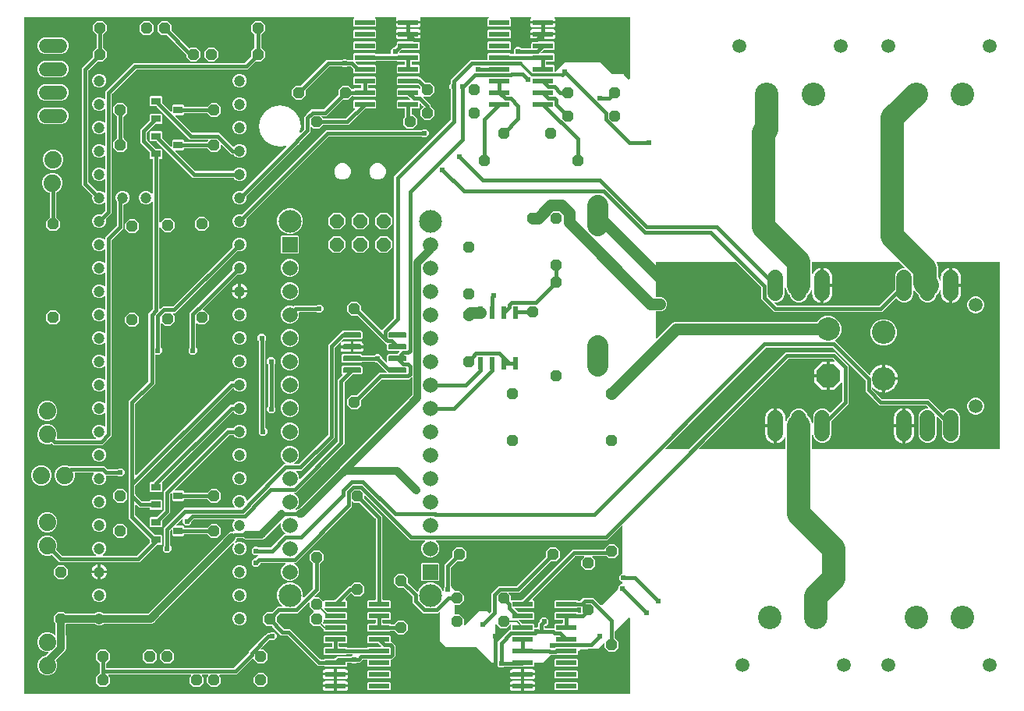
<source format=gbr>
G04 EAGLE Gerber RS-274X export*
G75*
%MOMM*%
%FSLAX34Y34*%
%LPD*%
%INBottom Copper*%
%IPPOS*%
%AMOC8*
5,1,8,0,0,1.08239X$1,22.5*%
G01*
%ADD10P,1.319650X8X292.500000*%
%ADD11C,2.540000*%
%ADD12P,2.749271X8X292.500000*%
%ADD13P,1.319650X8X22.500000*%
%ADD14P,1.319650X8X202.500000*%
%ADD15P,1.319650X8X112.500000*%
%ADD16C,2.247900*%
%ADD17C,1.879600*%
%ADD18R,0.558800X1.460500*%
%ADD19R,1.665000X1.665000*%
%ADD20C,1.665000*%
%ADD21C,2.475000*%
%ADD22P,1.649562X8X202.500000*%
%ADD23C,2.550000*%
%ADD24C,1.500000*%
%ADD25C,1.524000*%
%ADD26R,2.184400X0.558800*%
%ADD27C,0.150000*%
%ADD28C,1.676400*%
%ADD29R,1.000000X0.800000*%
%ADD30C,1.200000*%
%ADD31C,0.406400*%
%ADD32C,0.604000*%
%ADD33C,0.152400*%
%ADD34C,1.270000*%
%ADD35C,0.304800*%
%ADD36C,0.812800*%
%ADD37C,2.540000*%

G36*
X323870Y76814D02*
X323870Y76814D01*
X323889Y76812D01*
X323991Y76834D01*
X324093Y76850D01*
X324110Y76860D01*
X324130Y76864D01*
X324219Y76917D01*
X324310Y76966D01*
X324324Y76980D01*
X324341Y76990D01*
X324408Y77069D01*
X324480Y77144D01*
X324488Y77162D01*
X324501Y77177D01*
X324540Y77273D01*
X324583Y77367D01*
X324585Y77387D01*
X324593Y77405D01*
X324611Y77572D01*
X324611Y159135D01*
X324600Y159205D01*
X324598Y159277D01*
X324580Y159326D01*
X324572Y159378D01*
X324538Y159441D01*
X324513Y159508D01*
X324481Y159549D01*
X324456Y159595D01*
X324405Y159644D01*
X324360Y159700D01*
X324316Y159728D01*
X324278Y159764D01*
X324213Y159794D01*
X324153Y159833D01*
X324102Y159846D01*
X324055Y159868D01*
X323984Y159876D01*
X323914Y159893D01*
X323862Y159889D01*
X323811Y159895D01*
X323740Y159880D01*
X323669Y159874D01*
X323621Y159854D01*
X323570Y159843D01*
X323509Y159806D01*
X323443Y159778D01*
X323387Y159733D01*
X323359Y159717D01*
X323344Y159699D01*
X323312Y159673D01*
X308580Y144941D01*
X308527Y144867D01*
X308467Y144798D01*
X308455Y144767D01*
X308436Y144741D01*
X308409Y144654D01*
X308375Y144569D01*
X308371Y144529D01*
X308364Y144506D01*
X308365Y144474D01*
X308357Y144403D01*
X308357Y137711D01*
X308360Y137690D01*
X308358Y137671D01*
X308373Y137602D01*
X308379Y137530D01*
X308391Y137500D01*
X308396Y137468D01*
X308406Y137450D01*
X308410Y137431D01*
X308447Y137370D01*
X308475Y137304D01*
X308501Y137271D01*
X308512Y137251D01*
X308526Y137237D01*
X308536Y137220D01*
X308554Y137205D01*
X308580Y137173D01*
X312421Y133332D01*
X312421Y127018D01*
X307957Y122554D01*
X301643Y122554D01*
X297179Y127018D01*
X297179Y131703D01*
X297168Y131774D01*
X297166Y131845D01*
X297148Y131894D01*
X297140Y131946D01*
X297106Y132009D01*
X297081Y132076D01*
X297049Y132117D01*
X297024Y132163D01*
X296972Y132212D01*
X296928Y132268D01*
X296884Y132296D01*
X296846Y132332D01*
X296781Y132362D01*
X296721Y132401D01*
X296670Y132414D01*
X296623Y132436D01*
X296552Y132444D01*
X296482Y132461D01*
X296430Y132457D01*
X296379Y132463D01*
X296308Y132448D01*
X296237Y132442D01*
X296189Y132422D01*
X296138Y132411D01*
X296077Y132374D01*
X296011Y132346D01*
X295955Y132301D01*
X295927Y132285D01*
X295912Y132267D01*
X295880Y132241D01*
X289876Y126237D01*
X280031Y126237D01*
X279941Y126223D01*
X279850Y126215D01*
X279820Y126203D01*
X279789Y126198D01*
X279708Y126155D01*
X279624Y126119D01*
X279592Y126093D01*
X279571Y126082D01*
X279549Y126059D01*
X279493Y126014D01*
X278446Y124967D01*
X270764Y124967D01*
X270744Y124964D01*
X270725Y124966D01*
X270623Y124944D01*
X270521Y124928D01*
X270504Y124918D01*
X270484Y124914D01*
X270395Y124861D01*
X270304Y124812D01*
X270290Y124798D01*
X270273Y124788D01*
X270206Y124709D01*
X270134Y124634D01*
X270126Y124616D01*
X270113Y124601D01*
X270074Y124505D01*
X270031Y124411D01*
X270029Y124391D01*
X270021Y124373D01*
X270003Y124206D01*
X270003Y124144D01*
X269556Y123697D01*
X268605Y123697D01*
X268585Y123694D01*
X268566Y123696D01*
X268464Y123674D01*
X268362Y123658D01*
X268345Y123648D01*
X268325Y123644D01*
X268236Y123591D01*
X268145Y123542D01*
X268131Y123528D01*
X268114Y123518D01*
X268047Y123439D01*
X267975Y123364D01*
X267967Y123346D01*
X267954Y123331D01*
X267915Y123235D01*
X267872Y123141D01*
X267870Y123121D01*
X267862Y123103D01*
X267844Y122936D01*
X267844Y120399D01*
X266951Y119506D01*
X245581Y119506D01*
X245491Y119492D01*
X245400Y119484D01*
X245370Y119472D01*
X245338Y119467D01*
X245258Y119424D01*
X245174Y119388D01*
X245142Y119362D01*
X245121Y119351D01*
X245099Y119328D01*
X245043Y119283D01*
X244758Y118998D01*
X238502Y118998D01*
X238412Y118984D01*
X238321Y118976D01*
X238291Y118964D01*
X238259Y118959D01*
X238179Y118916D01*
X238095Y118880D01*
X238063Y118854D01*
X238042Y118843D01*
X238020Y118820D01*
X237964Y118775D01*
X230856Y111667D01*
X230186Y110997D01*
X221361Y110997D01*
X221341Y110994D01*
X221322Y110996D01*
X221220Y110974D01*
X221118Y110958D01*
X221101Y110948D01*
X221081Y110944D01*
X220992Y110891D01*
X220901Y110842D01*
X220887Y110828D01*
X220870Y110818D01*
X220803Y110739D01*
X220731Y110664D01*
X220723Y110646D01*
X220710Y110631D01*
X220671Y110535D01*
X220628Y110441D01*
X220626Y110421D01*
X220618Y110403D01*
X220600Y110236D01*
X220600Y107699D01*
X219707Y106806D01*
X209180Y106806D01*
X209089Y106792D01*
X208999Y106784D01*
X208969Y106772D01*
X208937Y106767D01*
X208856Y106724D01*
X208772Y106688D01*
X208740Y106662D01*
X208719Y106651D01*
X208697Y106628D01*
X208641Y106583D01*
X208631Y106573D01*
X188106Y106573D01*
X188016Y106559D01*
X187925Y106551D01*
X187895Y106539D01*
X187863Y106534D01*
X187782Y106491D01*
X187698Y106455D01*
X187666Y106429D01*
X187646Y106418D01*
X187623Y106395D01*
X187567Y106350D01*
X186802Y105585D01*
X183037Y105585D01*
X180375Y108247D01*
X180375Y110236D01*
X180372Y110256D01*
X180374Y110275D01*
X180352Y110377D01*
X180335Y110479D01*
X180326Y110496D01*
X180322Y110516D01*
X180269Y110605D01*
X180220Y110696D01*
X180206Y110710D01*
X180196Y110727D01*
X180117Y110794D01*
X180042Y110866D01*
X180024Y110874D01*
X180009Y110887D01*
X179913Y110926D01*
X179819Y110969D01*
X179799Y110971D01*
X179781Y110979D01*
X179614Y110997D01*
X174944Y110997D01*
X158657Y127284D01*
X158583Y127337D01*
X158514Y127397D01*
X158483Y127409D01*
X158457Y127428D01*
X158370Y127455D01*
X158285Y127489D01*
X158245Y127493D01*
X158222Y127500D01*
X158190Y127499D01*
X158119Y127507D01*
X125414Y127507D01*
X118617Y134304D01*
X118617Y165420D01*
X118606Y165490D01*
X118604Y165562D01*
X118586Y165611D01*
X118578Y165662D01*
X118544Y165726D01*
X118519Y165793D01*
X118487Y165834D01*
X118462Y165880D01*
X118410Y165929D01*
X118366Y165985D01*
X118322Y166013D01*
X118284Y166049D01*
X118219Y166079D01*
X118159Y166118D01*
X118108Y166131D01*
X118061Y166153D01*
X117990Y166161D01*
X117920Y166178D01*
X117868Y166174D01*
X117817Y166180D01*
X117746Y166165D01*
X117675Y166159D01*
X117627Y166139D01*
X117576Y166128D01*
X117515Y166091D01*
X117449Y166063D01*
X117393Y166018D01*
X117365Y166001D01*
X117350Y165984D01*
X117318Y165958D01*
X116022Y164662D01*
X99878Y164662D01*
X88462Y176078D01*
X88462Y182417D01*
X88448Y182508D01*
X88440Y182598D01*
X88428Y182628D01*
X88423Y182660D01*
X88380Y182741D01*
X88344Y182825D01*
X88318Y182857D01*
X88307Y182878D01*
X88284Y182900D01*
X88239Y182956D01*
X79014Y192181D01*
X78940Y192234D01*
X78870Y192294D01*
X78840Y192306D01*
X78814Y192325D01*
X78727Y192352D01*
X78642Y192386D01*
X78601Y192390D01*
X78579Y192397D01*
X78547Y192396D01*
X78475Y192404D01*
X73043Y192404D01*
X68579Y196868D01*
X68579Y203182D01*
X73043Y207646D01*
X79357Y207646D01*
X83821Y203182D01*
X83821Y197750D01*
X83835Y197659D01*
X83843Y197569D01*
X83855Y197539D01*
X83860Y197507D01*
X83903Y197426D01*
X83939Y197342D01*
X83965Y197310D01*
X83976Y197289D01*
X83999Y197267D01*
X84044Y197211D01*
X93269Y187986D01*
X93329Y187926D01*
X93367Y187899D01*
X93398Y187865D01*
X93466Y187827D01*
X93529Y187782D01*
X93573Y187768D01*
X93613Y187746D01*
X93690Y187732D01*
X93764Y187710D01*
X93810Y187711D01*
X93855Y187703D01*
X93932Y187714D01*
X94010Y187716D01*
X94053Y187732D01*
X94099Y187738D01*
X94168Y187774D01*
X94241Y187800D01*
X94277Y187829D01*
X94318Y187850D01*
X94372Y187905D01*
X94433Y187954D01*
X94458Y187993D01*
X94490Y188025D01*
X94556Y188145D01*
X94566Y188161D01*
X94567Y188166D01*
X94571Y188172D01*
X96166Y192024D01*
X100076Y195934D01*
X105185Y198050D01*
X110715Y198050D01*
X115824Y195934D01*
X119734Y192024D01*
X120991Y188989D01*
X121042Y188906D01*
X121088Y188820D01*
X121107Y188802D01*
X121120Y188780D01*
X121195Y188717D01*
X121266Y188650D01*
X121290Y188639D01*
X121310Y188623D01*
X121401Y188588D01*
X121489Y188547D01*
X121515Y188544D01*
X121539Y188535D01*
X121637Y188530D01*
X121733Y188520D01*
X121759Y188525D01*
X121785Y188524D01*
X121879Y188551D01*
X121974Y188572D01*
X121996Y188585D01*
X122021Y188593D01*
X122101Y188648D01*
X122185Y188698D01*
X122202Y188718D01*
X122223Y188733D01*
X122282Y188811D01*
X122345Y188885D01*
X122355Y188909D01*
X122370Y188930D01*
X122400Y189023D01*
X122437Y189113D01*
X122440Y189146D01*
X122446Y189164D01*
X122446Y189197D01*
X122455Y189280D01*
X122455Y192383D01*
X123220Y193148D01*
X123273Y193221D01*
X123333Y193291D01*
X123345Y193321D01*
X123364Y193347D01*
X123391Y193434D01*
X123425Y193519D01*
X123429Y193560D01*
X123436Y193582D01*
X123435Y193615D01*
X123443Y193686D01*
X123443Y217373D01*
X131856Y225786D01*
X131909Y225860D01*
X131969Y225930D01*
X131981Y225960D01*
X132000Y225986D01*
X132027Y226073D01*
X132061Y226158D01*
X132065Y226199D01*
X132072Y226221D01*
X132071Y226253D01*
X132079Y226325D01*
X132079Y231757D01*
X136543Y236221D01*
X142857Y236221D01*
X147321Y231757D01*
X147321Y225443D01*
X142857Y220979D01*
X137425Y220979D01*
X137334Y220965D01*
X137244Y220957D01*
X137214Y220945D01*
X137182Y220940D01*
X137101Y220897D01*
X137017Y220861D01*
X136985Y220835D01*
X136964Y220824D01*
X136942Y220801D01*
X136886Y220756D01*
X130780Y214650D01*
X130727Y214576D01*
X130667Y214506D01*
X130655Y214476D01*
X130636Y214450D01*
X130609Y214363D01*
X130575Y214278D01*
X130571Y214237D01*
X130564Y214215D01*
X130565Y214183D01*
X130557Y214111D01*
X130557Y193686D01*
X130571Y193596D01*
X130579Y193505D01*
X130591Y193475D01*
X130596Y193443D01*
X130639Y193362D01*
X130675Y193279D01*
X130701Y193246D01*
X130712Y193226D01*
X130735Y193204D01*
X130780Y193148D01*
X131545Y192383D01*
X131545Y192024D01*
X131548Y192004D01*
X131546Y191985D01*
X131568Y191883D01*
X131584Y191781D01*
X131594Y191764D01*
X131598Y191744D01*
X131651Y191655D01*
X131700Y191564D01*
X131714Y191550D01*
X131724Y191533D01*
X131803Y191466D01*
X131878Y191394D01*
X131896Y191386D01*
X131911Y191373D01*
X132007Y191334D01*
X132101Y191291D01*
X132121Y191289D01*
X132139Y191281D01*
X132306Y191263D01*
X132396Y191263D01*
X134113Y189546D01*
X134113Y189357D01*
X134116Y189337D01*
X134114Y189318D01*
X134136Y189216D01*
X134152Y189114D01*
X134162Y189097D01*
X134166Y189077D01*
X134219Y188988D01*
X134268Y188897D01*
X134282Y188883D01*
X134292Y188866D01*
X134371Y188799D01*
X134446Y188727D01*
X134464Y188719D01*
X134479Y188706D01*
X134575Y188667D01*
X134669Y188624D01*
X134689Y188622D01*
X134707Y188614D01*
X134874Y188596D01*
X139682Y188596D01*
X144146Y184132D01*
X144146Y177818D01*
X139682Y173354D01*
X134874Y173354D01*
X134854Y173351D01*
X134835Y173353D01*
X134733Y173331D01*
X134631Y173315D01*
X134614Y173305D01*
X134594Y173301D01*
X134505Y173248D01*
X134414Y173199D01*
X134400Y173185D01*
X134383Y173175D01*
X134316Y173096D01*
X134244Y173021D01*
X134236Y173003D01*
X134223Y172988D01*
X134184Y172892D01*
X134141Y172798D01*
X134139Y172778D01*
X134131Y172760D01*
X134113Y172593D01*
X134113Y163957D01*
X134116Y163937D01*
X134114Y163918D01*
X134136Y163816D01*
X134152Y163714D01*
X134162Y163697D01*
X134166Y163677D01*
X134219Y163588D01*
X134268Y163497D01*
X134282Y163483D01*
X134292Y163466D01*
X134371Y163399D01*
X134446Y163327D01*
X134464Y163319D01*
X134479Y163306D01*
X134575Y163267D01*
X134669Y163224D01*
X134689Y163222D01*
X134707Y163214D01*
X134874Y163196D01*
X139682Y163196D01*
X144146Y158732D01*
X144146Y152142D01*
X144147Y152136D01*
X144147Y152135D01*
X144147Y152132D01*
X144157Y152071D01*
X144159Y152000D01*
X144177Y151951D01*
X144185Y151899D01*
X144219Y151836D01*
X144244Y151769D01*
X144276Y151728D01*
X144301Y151682D01*
X144353Y151633D01*
X144397Y151577D01*
X144441Y151549D01*
X144479Y151513D01*
X144544Y151483D01*
X144604Y151444D01*
X144655Y151431D01*
X144702Y151409D01*
X144773Y151401D01*
X144843Y151384D01*
X144895Y151388D01*
X144946Y151382D01*
X145017Y151397D01*
X145088Y151403D01*
X145136Y151423D01*
X145187Y151434D01*
X145248Y151471D01*
X145314Y151499D01*
X145370Y151544D01*
X145398Y151560D01*
X145413Y151578D01*
X145445Y151604D01*
X160304Y166463D01*
X160974Y167133D01*
X169226Y167133D01*
X171476Y164883D01*
X171492Y164871D01*
X171505Y164855D01*
X171592Y164799D01*
X171676Y164739D01*
X171695Y164733D01*
X171712Y164722D01*
X171812Y164697D01*
X171911Y164667D01*
X171931Y164667D01*
X171950Y164662D01*
X172053Y164670D01*
X172157Y164673D01*
X172176Y164680D01*
X172195Y164681D01*
X172290Y164722D01*
X172388Y164758D01*
X172403Y164770D01*
X172422Y164778D01*
X172553Y164883D01*
X173893Y166223D01*
X173946Y166297D01*
X174006Y166367D01*
X174018Y166397D01*
X174037Y166423D01*
X174064Y166510D01*
X174098Y166595D01*
X174102Y166636D01*
X174109Y166658D01*
X174108Y166690D01*
X174116Y166762D01*
X174116Y186446D01*
X181854Y194184D01*
X201538Y194184D01*
X201629Y194198D01*
X201719Y194206D01*
X201749Y194218D01*
X201781Y194223D01*
X201862Y194266D01*
X201946Y194302D01*
X201978Y194328D01*
X201999Y194339D01*
X202021Y194362D01*
X202077Y194407D01*
X233456Y225786D01*
X233509Y225860D01*
X233569Y225930D01*
X233581Y225960D01*
X233600Y225986D01*
X233627Y226073D01*
X233661Y226158D01*
X233665Y226199D01*
X233672Y226221D01*
X233671Y226253D01*
X233679Y226325D01*
X233679Y231757D01*
X238143Y236221D01*
X244457Y236221D01*
X248921Y231757D01*
X248921Y225443D01*
X244457Y220979D01*
X239025Y220979D01*
X238934Y220965D01*
X238844Y220957D01*
X238814Y220945D01*
X238782Y220940D01*
X238701Y220897D01*
X238617Y220861D01*
X238585Y220835D01*
X238564Y220824D01*
X238542Y220801D01*
X238486Y220756D01*
X204800Y187070D01*
X193845Y187070D01*
X193774Y187059D01*
X193702Y187057D01*
X193653Y187039D01*
X193602Y187031D01*
X193539Y186997D01*
X193471Y186972D01*
X193431Y186940D01*
X193385Y186915D01*
X193335Y186863D01*
X193279Y186819D01*
X193251Y186775D01*
X193215Y186737D01*
X193185Y186672D01*
X193146Y186612D01*
X193134Y186561D01*
X193112Y186514D01*
X193104Y186443D01*
X193086Y186373D01*
X193090Y186321D01*
X193085Y186270D01*
X193100Y186199D01*
X193105Y186128D01*
X193126Y186080D01*
X193137Y186029D01*
X193174Y185968D01*
X193202Y185902D01*
X193247Y185846D01*
X193263Y185818D01*
X193281Y185803D01*
X193307Y185771D01*
X194946Y184132D01*
X194946Y179128D01*
X194957Y179057D01*
X194959Y178985D01*
X194977Y178936D01*
X194985Y178885D01*
X195019Y178822D01*
X195044Y178754D01*
X195076Y178714D01*
X195101Y178668D01*
X195153Y178618D01*
X195197Y178562D01*
X195241Y178534D01*
X195279Y178498D01*
X195344Y178468D01*
X195404Y178429D01*
X195455Y178417D01*
X195502Y178395D01*
X195573Y178387D01*
X195643Y178369D01*
X195695Y178373D01*
X195746Y178368D01*
X195817Y178383D01*
X195888Y178388D01*
X195936Y178409D01*
X195987Y178420D01*
X196048Y178457D01*
X196114Y178485D01*
X196170Y178530D01*
X196198Y178546D01*
X196213Y178564D01*
X196245Y178590D01*
X196599Y178944D01*
X207126Y178944D01*
X207217Y178958D01*
X207307Y178966D01*
X207337Y178978D01*
X207369Y178983D01*
X207450Y179026D01*
X207534Y179062D01*
X207566Y179088D01*
X207587Y179099D01*
X207609Y179122D01*
X207665Y179167D01*
X262242Y233744D01*
X296418Y233744D01*
X296438Y233747D01*
X296457Y233745D01*
X296559Y233767D01*
X296661Y233784D01*
X296678Y233793D01*
X296698Y233798D01*
X296787Y233851D01*
X296878Y233899D01*
X296892Y233913D01*
X296909Y233924D01*
X296976Y234002D01*
X297048Y234077D01*
X297056Y234095D01*
X297069Y234111D01*
X297108Y234207D01*
X297151Y234300D01*
X297153Y234320D01*
X297161Y234339D01*
X297179Y234505D01*
X297179Y234932D01*
X301643Y239396D01*
X307957Y239396D01*
X312421Y234932D01*
X312421Y228618D01*
X307957Y224154D01*
X301643Y224154D01*
X299390Y226408D01*
X299316Y226461D01*
X299246Y226520D01*
X299216Y226532D01*
X299190Y226551D01*
X299103Y226578D01*
X299018Y226612D01*
X298977Y226617D01*
X298955Y226624D01*
X298923Y226623D01*
X298852Y226631D01*
X284459Y226631D01*
X284389Y226619D01*
X284317Y226617D01*
X284268Y226599D01*
X284217Y226591D01*
X284153Y226557D01*
X284086Y226533D01*
X284045Y226500D01*
X283999Y226476D01*
X283950Y226424D01*
X283894Y226379D01*
X283866Y226335D01*
X283830Y226298D01*
X283800Y226233D01*
X283761Y226172D01*
X283748Y226122D01*
X283726Y226075D01*
X283718Y226003D01*
X283701Y225934D01*
X283705Y225882D01*
X283699Y225830D01*
X283714Y225760D01*
X283720Y225689D01*
X283740Y225641D01*
X283751Y225590D01*
X283788Y225528D01*
X283816Y225462D01*
X283861Y225406D01*
X283878Y225379D01*
X283895Y225363D01*
X283921Y225331D01*
X287021Y222232D01*
X287021Y215918D01*
X282557Y211454D01*
X276243Y211454D01*
X271779Y215918D01*
X271779Y222232D01*
X274879Y225331D01*
X274921Y225389D01*
X274970Y225441D01*
X274992Y225489D01*
X275022Y225531D01*
X275044Y225599D01*
X275074Y225665D01*
X275079Y225716D01*
X275095Y225766D01*
X275093Y225838D01*
X275101Y225909D01*
X275090Y225960D01*
X275088Y226012D01*
X275064Y226079D01*
X275049Y226149D01*
X275022Y226194D01*
X275004Y226243D01*
X274959Y226299D01*
X274922Y226360D01*
X274883Y226394D01*
X274850Y226435D01*
X274790Y226474D01*
X274736Y226520D01*
X274687Y226540D01*
X274643Y226568D01*
X274574Y226585D01*
X274507Y226612D01*
X274436Y226620D01*
X274405Y226628D01*
X274382Y226626D01*
X274341Y226631D01*
X265504Y226631D01*
X265414Y226616D01*
X265323Y226609D01*
X265293Y226596D01*
X265261Y226591D01*
X265181Y226548D01*
X265097Y226513D01*
X265065Y226487D01*
X265044Y226476D01*
X265022Y226453D01*
X264966Y226408D01*
X218801Y180243D01*
X218759Y180185D01*
X218710Y180133D01*
X218688Y180086D01*
X218658Y180044D01*
X218637Y179975D01*
X218606Y179910D01*
X218601Y179858D01*
X218585Y179808D01*
X218587Y179737D01*
X218579Y179666D01*
X218590Y179615D01*
X218592Y179563D01*
X218616Y179495D01*
X218632Y179425D01*
X218658Y179380D01*
X218676Y179332D01*
X218721Y179276D01*
X218758Y179214D01*
X218797Y179180D01*
X218830Y179140D01*
X218890Y179101D01*
X218945Y179054D01*
X218993Y179035D01*
X219037Y179007D01*
X219106Y178989D01*
X219173Y178962D01*
X219244Y178954D01*
X219275Y178946D01*
X219299Y178948D01*
X219340Y178944D01*
X219707Y178944D01*
X220600Y178051D01*
X220600Y171199D01*
X219707Y170306D01*
X200595Y170306D01*
X200524Y170295D01*
X200452Y170293D01*
X200403Y170275D01*
X200352Y170267D01*
X200288Y170233D01*
X200221Y170208D01*
X200180Y170176D01*
X200134Y170151D01*
X200085Y170099D01*
X200029Y170055D01*
X200001Y170011D01*
X199965Y169973D01*
X199935Y169908D01*
X199896Y169848D01*
X199883Y169797D01*
X199861Y169750D01*
X199854Y169679D01*
X199836Y169609D01*
X199840Y169557D01*
X199834Y169506D01*
X199850Y169435D01*
X199855Y169364D01*
X199876Y169316D01*
X199887Y169265D01*
X199923Y169204D01*
X199951Y169138D01*
X199996Y169082D01*
X200013Y169054D01*
X200031Y169039D01*
X200056Y169007D01*
X202596Y166467D01*
X202670Y166414D01*
X202740Y166354D01*
X202770Y166342D01*
X202796Y166323D01*
X202883Y166296D01*
X202968Y166262D01*
X203009Y166258D01*
X203031Y166251D01*
X203063Y166252D01*
X203135Y166244D01*
X219707Y166244D01*
X220600Y165351D01*
X220600Y158499D01*
X219707Y157606D01*
X204843Y157606D01*
X204773Y157595D01*
X204701Y157593D01*
X204652Y157575D01*
X204601Y157567D01*
X204537Y157533D01*
X204470Y157508D01*
X204429Y157476D01*
X204383Y157451D01*
X204334Y157399D01*
X204278Y157355D01*
X204250Y157311D01*
X204214Y157273D01*
X204184Y157208D01*
X204145Y157148D01*
X204132Y157097D01*
X204110Y157050D01*
X204102Y156979D01*
X204085Y156909D01*
X204089Y156857D01*
X204083Y156806D01*
X204098Y156735D01*
X204104Y156664D01*
X204124Y156616D01*
X204135Y156565D01*
X204172Y156504D01*
X204200Y156438D01*
X204245Y156382D01*
X204262Y156354D01*
X204279Y156339D01*
X204305Y156307D01*
X206845Y153767D01*
X206919Y153714D01*
X206989Y153654D01*
X207019Y153642D01*
X207045Y153623D01*
X207132Y153596D01*
X207217Y153562D01*
X207258Y153558D01*
X207280Y153551D01*
X207312Y153552D01*
X207384Y153544D01*
X219707Y153544D01*
X220600Y152651D01*
X220600Y150103D01*
X220611Y150032D01*
X220613Y149960D01*
X220631Y149911D01*
X220639Y149860D01*
X220673Y149797D01*
X220698Y149729D01*
X220730Y149689D01*
X220755Y149643D01*
X220807Y149593D01*
X220851Y149537D01*
X220895Y149509D01*
X220933Y149473D01*
X220998Y149443D01*
X221058Y149404D01*
X221109Y149392D01*
X221156Y149370D01*
X221227Y149362D01*
X221297Y149344D01*
X221349Y149348D01*
X221400Y149343D01*
X221471Y149358D01*
X221542Y149364D01*
X221590Y149384D01*
X221641Y149395D01*
X221652Y149402D01*
X224282Y149402D01*
X224302Y149405D01*
X224321Y149403D01*
X224423Y149425D01*
X224525Y149442D01*
X224542Y149451D01*
X224562Y149455D01*
X224651Y149508D01*
X224742Y149557D01*
X224756Y149571D01*
X224773Y149581D01*
X224840Y149660D01*
X224912Y149735D01*
X224920Y149753D01*
X224933Y149768D01*
X224972Y149865D01*
X225015Y149958D01*
X225017Y149978D01*
X225025Y149996D01*
X225043Y150163D01*
X225043Y153873D01*
X226870Y155700D01*
X226923Y155774D01*
X226983Y155844D01*
X226995Y155874D01*
X227014Y155900D01*
X227041Y155987D01*
X227075Y156072D01*
X227079Y156113D01*
X227086Y156135D01*
X227085Y156167D01*
X227093Y156239D01*
X227093Y157320D01*
X229755Y159983D01*
X233520Y159983D01*
X236183Y157320D01*
X236183Y153555D01*
X233520Y150893D01*
X232918Y150893D01*
X232898Y150890D01*
X232879Y150892D01*
X232777Y150870D01*
X232675Y150853D01*
X232658Y150844D01*
X232638Y150840D01*
X232549Y150787D01*
X232458Y150738D01*
X232444Y150724D01*
X232427Y150714D01*
X232360Y150635D01*
X232288Y150560D01*
X232280Y150542D01*
X232267Y150527D01*
X232228Y150431D01*
X232185Y150337D01*
X232183Y150317D01*
X232175Y150299D01*
X232157Y150132D01*
X232157Y149175D01*
X232160Y149155D01*
X232158Y149136D01*
X232180Y149034D01*
X232196Y148932D01*
X232206Y148915D01*
X232210Y148895D01*
X232263Y148806D01*
X232312Y148715D01*
X232326Y148701D01*
X232336Y148684D01*
X232415Y148617D01*
X232490Y148546D01*
X232508Y148537D01*
X232523Y148524D01*
X232619Y148486D01*
X232713Y148442D01*
X232733Y148440D01*
X232751Y148432D01*
X232918Y148414D01*
X242189Y148414D01*
X242209Y148417D01*
X242228Y148415D01*
X242330Y148437D01*
X242432Y148454D01*
X242449Y148463D01*
X242469Y148467D01*
X242558Y148520D01*
X242649Y148569D01*
X242663Y148583D01*
X242680Y148593D01*
X242747Y148672D01*
X242819Y148747D01*
X242827Y148765D01*
X242840Y148780D01*
X242879Y148877D01*
X242922Y148970D01*
X242924Y148990D01*
X242932Y149008D01*
X242950Y149175D01*
X242950Y152651D01*
X243843Y153544D01*
X251079Y153544D01*
X251099Y153547D01*
X251118Y153545D01*
X251220Y153567D01*
X251322Y153583D01*
X251339Y153593D01*
X251359Y153597D01*
X251448Y153650D01*
X251539Y153699D01*
X251553Y153713D01*
X251570Y153723D01*
X251637Y153802D01*
X251709Y153877D01*
X251717Y153895D01*
X251730Y153910D01*
X251769Y154006D01*
X251812Y154100D01*
X251814Y154120D01*
X251822Y154138D01*
X251840Y154305D01*
X251840Y156845D01*
X251837Y156865D01*
X251839Y156884D01*
X251817Y156986D01*
X251801Y157088D01*
X251791Y157105D01*
X251787Y157125D01*
X251734Y157214D01*
X251685Y157305D01*
X251671Y157319D01*
X251661Y157336D01*
X251582Y157403D01*
X251507Y157475D01*
X251489Y157483D01*
X251474Y157496D01*
X251378Y157535D01*
X251284Y157578D01*
X251264Y157580D01*
X251246Y157588D01*
X251079Y157606D01*
X243843Y157606D01*
X242950Y158499D01*
X242950Y165351D01*
X243843Y166244D01*
X266951Y166244D01*
X267490Y165705D01*
X267564Y165652D01*
X267633Y165592D01*
X267663Y165580D01*
X267689Y165561D01*
X267776Y165534D01*
X267861Y165500D01*
X267902Y165496D01*
X267924Y165489D01*
X267957Y165490D01*
X268028Y165482D01*
X271018Y165482D01*
X271038Y165485D01*
X271057Y165483D01*
X271159Y165505D01*
X271261Y165521D01*
X271278Y165531D01*
X271298Y165535D01*
X271387Y165588D01*
X271478Y165637D01*
X271492Y165651D01*
X271509Y165661D01*
X271576Y165740D01*
X271648Y165815D01*
X271656Y165833D01*
X271669Y165848D01*
X271708Y165944D01*
X271751Y166038D01*
X271753Y166058D01*
X271761Y166076D01*
X271779Y166243D01*
X271779Y170307D01*
X271776Y170327D01*
X271778Y170346D01*
X271756Y170448D01*
X271740Y170550D01*
X271730Y170567D01*
X271726Y170587D01*
X271673Y170676D01*
X271624Y170767D01*
X271610Y170781D01*
X271600Y170798D01*
X271521Y170865D01*
X271446Y170937D01*
X271428Y170945D01*
X271413Y170958D01*
X271317Y170997D01*
X271223Y171040D01*
X271203Y171042D01*
X271185Y171050D01*
X271018Y171068D01*
X268028Y171068D01*
X267938Y171054D01*
X267847Y171046D01*
X267817Y171034D01*
X267785Y171029D01*
X267704Y170986D01*
X267621Y170950D01*
X267588Y170924D01*
X267568Y170913D01*
X267546Y170890D01*
X267490Y170845D01*
X266951Y170306D01*
X243843Y170306D01*
X242950Y171199D01*
X242950Y178051D01*
X243843Y178944D01*
X266951Y178944D01*
X267490Y178405D01*
X267564Y178352D01*
X267633Y178292D01*
X267663Y178280D01*
X267689Y178261D01*
X267776Y178234D01*
X267861Y178200D01*
X267902Y178196D01*
X267924Y178189D01*
X267957Y178190D01*
X268028Y178182D01*
X270311Y178182D01*
X270402Y178196D01*
X270492Y178204D01*
X270522Y178216D01*
X270554Y178221D01*
X270635Y178264D01*
X270719Y178300D01*
X270751Y178326D01*
X270772Y178337D01*
X270794Y178360D01*
X270850Y178405D01*
X273929Y181484D01*
X284871Y181484D01*
X293060Y173295D01*
X293076Y173284D01*
X293089Y173268D01*
X293176Y173212D01*
X293260Y173152D01*
X293279Y173146D01*
X293295Y173135D01*
X293396Y173110D01*
X293495Y173079D01*
X293515Y173080D01*
X293534Y173075D01*
X293637Y173083D01*
X293741Y173086D01*
X293759Y173092D01*
X293779Y173094D01*
X293874Y173134D01*
X293972Y173170D01*
X293987Y173183D01*
X294005Y173190D01*
X294136Y173295D01*
X311633Y190792D01*
X311686Y190865D01*
X311745Y190935D01*
X311758Y190965D01*
X311776Y190991D01*
X311803Y191078D01*
X311837Y191163D01*
X311842Y191204D01*
X311849Y191226D01*
X311848Y191259D01*
X311856Y191330D01*
X311856Y193482D01*
X314518Y196144D01*
X315976Y196144D01*
X315996Y196147D01*
X316015Y196145D01*
X316117Y196167D01*
X316219Y196184D01*
X316236Y196193D01*
X316256Y196197D01*
X316345Y196251D01*
X316436Y196299D01*
X316450Y196313D01*
X316467Y196324D01*
X316534Y196402D01*
X316606Y196477D01*
X316614Y196495D01*
X316627Y196511D01*
X316666Y196607D01*
X316709Y196700D01*
X316711Y196720D01*
X316719Y196739D01*
X316737Y196905D01*
X316737Y197894D01*
X316734Y197914D01*
X316736Y197933D01*
X316714Y198035D01*
X316698Y198137D01*
X316688Y198154D01*
X316684Y198174D01*
X316631Y198263D01*
X316582Y198354D01*
X316568Y198368D01*
X316558Y198385D01*
X316479Y198452D01*
X316404Y198524D01*
X316386Y198532D01*
X316371Y198545D01*
X316275Y198584D01*
X316181Y198627D01*
X316161Y198629D01*
X316143Y198637D01*
X315976Y198655D01*
X315617Y198655D01*
X312955Y201317D01*
X312955Y205083D01*
X315617Y207745D01*
X315976Y207745D01*
X315996Y207748D01*
X316015Y207746D01*
X316117Y207768D01*
X316219Y207784D01*
X316236Y207794D01*
X316256Y207798D01*
X316345Y207851D01*
X316436Y207900D01*
X316450Y207914D01*
X316467Y207924D01*
X316534Y208003D01*
X316606Y208078D01*
X316614Y208096D01*
X316627Y208111D01*
X316666Y208207D01*
X316709Y208301D01*
X316711Y208321D01*
X316719Y208339D01*
X316737Y208506D01*
X316737Y259069D01*
X316726Y259140D01*
X316724Y259212D01*
X316706Y259261D01*
X316698Y259312D01*
X316664Y259376D01*
X316639Y259443D01*
X316607Y259484D01*
X316582Y259530D01*
X316530Y259579D01*
X316486Y259635D01*
X316442Y259663D01*
X316404Y259699D01*
X316339Y259729D01*
X316279Y259768D01*
X316228Y259781D01*
X316181Y259803D01*
X316110Y259811D01*
X316040Y259828D01*
X315988Y259824D01*
X315937Y259830D01*
X315866Y259814D01*
X315795Y259809D01*
X315747Y259789D01*
X315696Y259777D01*
X315635Y259741D01*
X315569Y259713D01*
X315513Y259668D01*
X315485Y259651D01*
X315470Y259633D01*
X315438Y259608D01*
X299923Y244093D01*
X114574Y244093D01*
X114503Y244082D01*
X114432Y244080D01*
X114383Y244062D01*
X114331Y244054D01*
X114268Y244020D01*
X114201Y243995D01*
X114160Y243963D01*
X114114Y243938D01*
X114065Y243886D01*
X114009Y243842D01*
X113980Y243798D01*
X113945Y243760D01*
X113914Y243695D01*
X113876Y243635D01*
X113863Y243584D01*
X113841Y243537D01*
X113833Y243466D01*
X113816Y243396D01*
X113820Y243344D01*
X113814Y243293D01*
X113829Y243222D01*
X113835Y243151D01*
X113855Y243103D01*
X113866Y243052D01*
X113903Y242991D01*
X113931Y242925D01*
X113976Y242869D01*
X113992Y242841D01*
X114010Y242826D01*
X114036Y242794D01*
X116300Y240529D01*
X117800Y236909D01*
X117800Y232991D01*
X116300Y229371D01*
X113529Y226600D01*
X109909Y225100D01*
X105991Y225100D01*
X102371Y226600D01*
X99600Y229371D01*
X98100Y232991D01*
X98100Y236909D01*
X99600Y240529D01*
X101864Y242794D01*
X101906Y242852D01*
X101955Y242904D01*
X101977Y242951D01*
X102008Y242993D01*
X102029Y243062D01*
X102059Y243127D01*
X102065Y243179D01*
X102080Y243229D01*
X102078Y243300D01*
X102086Y243371D01*
X102075Y243422D01*
X102074Y243474D01*
X102049Y243542D01*
X102034Y243612D01*
X102007Y243657D01*
X101989Y243705D01*
X101944Y243761D01*
X101908Y243823D01*
X101868Y243857D01*
X101836Y243897D01*
X101775Y243936D01*
X101721Y243983D01*
X101672Y244002D01*
X101629Y244030D01*
X101559Y244048D01*
X101493Y244075D01*
X101421Y244083D01*
X101390Y244091D01*
X101367Y244089D01*
X101326Y244093D01*
X85202Y244093D01*
X37495Y291800D01*
X37437Y291842D01*
X37385Y291891D01*
X37338Y291913D01*
X37296Y291943D01*
X37227Y291964D01*
X37162Y291995D01*
X37110Y292000D01*
X37060Y292016D01*
X36989Y292014D01*
X36918Y292022D01*
X36867Y292011D01*
X36815Y292009D01*
X36747Y291985D01*
X36677Y291969D01*
X36632Y291943D01*
X36584Y291925D01*
X36528Y291880D01*
X36466Y291843D01*
X36432Y291804D01*
X36392Y291771D01*
X36353Y291711D01*
X36306Y291656D01*
X36287Y291608D01*
X36259Y291564D01*
X36241Y291495D01*
X36214Y291428D01*
X36206Y291357D01*
X36198Y291326D01*
X36200Y291302D01*
X36196Y291261D01*
X36196Y289825D01*
X36210Y289734D01*
X36218Y289644D01*
X36230Y289614D01*
X36235Y289582D01*
X36278Y289501D01*
X36314Y289417D01*
X36340Y289385D01*
X36351Y289364D01*
X36374Y289342D01*
X36419Y289286D01*
X53447Y272258D01*
X55754Y269951D01*
X55754Y179705D01*
X55757Y179685D01*
X55755Y179666D01*
X55777Y179564D01*
X55793Y179462D01*
X55803Y179445D01*
X55807Y179425D01*
X55860Y179336D01*
X55909Y179245D01*
X55923Y179231D01*
X55933Y179214D01*
X56012Y179147D01*
X56087Y179075D01*
X56105Y179067D01*
X56120Y179054D01*
X56216Y179015D01*
X56310Y178972D01*
X56330Y178970D01*
X56348Y178962D01*
X56515Y178944D01*
X63751Y178944D01*
X64644Y178051D01*
X64644Y171199D01*
X63751Y170306D01*
X40643Y170306D01*
X39750Y171199D01*
X39750Y178051D01*
X40643Y178944D01*
X47879Y178944D01*
X47899Y178947D01*
X47918Y178945D01*
X48020Y178967D01*
X48122Y178983D01*
X48139Y178993D01*
X48159Y178997D01*
X48248Y179050D01*
X48339Y179099D01*
X48353Y179113D01*
X48370Y179123D01*
X48437Y179202D01*
X48509Y179277D01*
X48517Y179295D01*
X48530Y179310D01*
X48569Y179406D01*
X48612Y179500D01*
X48614Y179520D01*
X48622Y179538D01*
X48640Y179705D01*
X48640Y266689D01*
X48626Y266780D01*
X48618Y266870D01*
X48606Y266900D01*
X48601Y266932D01*
X48558Y267013D01*
X48522Y267097D01*
X48496Y267129D01*
X48485Y267150D01*
X48462Y267172D01*
X48417Y267228D01*
X31389Y284256D01*
X31315Y284309D01*
X31245Y284369D01*
X31215Y284381D01*
X31189Y284400D01*
X31102Y284427D01*
X31017Y284461D01*
X30976Y284465D01*
X30954Y284472D01*
X30922Y284471D01*
X30850Y284479D01*
X25418Y284479D01*
X23779Y286118D01*
X23721Y286160D01*
X23669Y286210D01*
X23622Y286232D01*
X23580Y286262D01*
X23511Y286283D01*
X23446Y286313D01*
X23394Y286319D01*
X23344Y286334D01*
X23273Y286332D01*
X23202Y286340D01*
X23151Y286329D01*
X23099Y286328D01*
X23031Y286303D01*
X22961Y286288D01*
X22916Y286261D01*
X22868Y286244D01*
X22812Y286199D01*
X22750Y286162D01*
X22716Y286122D01*
X22676Y286090D01*
X22637Y286030D01*
X22590Y285975D01*
X22571Y285927D01*
X22543Y285883D01*
X22525Y285813D01*
X22498Y285747D01*
X22490Y285676D01*
X22482Y285644D01*
X22484Y285621D01*
X22480Y285580D01*
X22480Y280047D01*
X20173Y277741D01*
X-35749Y221819D01*
X-38055Y219512D01*
X-38935Y219512D01*
X-39031Y219497D01*
X-39129Y219487D01*
X-39152Y219477D01*
X-39178Y219473D01*
X-39264Y219427D01*
X-39353Y219387D01*
X-39373Y219370D01*
X-39396Y219357D01*
X-39463Y219287D01*
X-39534Y219221D01*
X-39547Y219198D01*
X-39565Y219179D01*
X-39606Y219091D01*
X-39653Y219005D01*
X-39658Y218980D01*
X-39669Y218956D01*
X-39679Y218859D01*
X-39697Y218763D01*
X-39693Y218737D01*
X-39696Y218712D01*
X-39675Y218617D01*
X-39661Y218520D01*
X-39649Y218497D01*
X-39643Y218471D01*
X-39593Y218388D01*
X-39549Y218301D01*
X-39531Y218282D01*
X-39517Y218260D01*
X-39443Y218197D01*
X-39374Y218129D01*
X-39345Y218113D01*
X-39330Y218100D01*
X-39300Y218088D01*
X-39227Y218048D01*
X-38871Y217900D01*
X-36100Y215129D01*
X-34600Y211509D01*
X-34600Y207591D01*
X-36100Y203971D01*
X-38871Y201200D01*
X-42491Y199700D01*
X-46409Y199700D01*
X-50029Y201200D01*
X-52800Y203971D01*
X-54300Y207591D01*
X-54300Y211509D01*
X-52800Y215129D01*
X-50029Y217900D01*
X-49673Y218048D01*
X-49590Y218099D01*
X-49504Y218145D01*
X-49486Y218164D01*
X-49464Y218177D01*
X-49402Y218252D01*
X-49335Y218323D01*
X-49324Y218347D01*
X-49307Y218367D01*
X-49273Y218458D01*
X-49231Y218546D01*
X-49229Y218572D01*
X-49219Y218596D01*
X-49215Y218694D01*
X-49204Y218790D01*
X-49210Y218816D01*
X-49209Y218842D01*
X-49236Y218936D01*
X-49257Y219031D01*
X-49270Y219053D01*
X-49277Y219078D01*
X-49333Y219158D01*
X-49383Y219242D01*
X-49403Y219259D01*
X-49418Y219280D01*
X-49496Y219338D01*
X-49570Y219402D01*
X-49594Y219412D01*
X-49615Y219427D01*
X-49707Y219457D01*
X-49798Y219494D01*
X-49830Y219497D01*
X-49849Y219503D01*
X-49882Y219503D01*
X-49965Y219512D01*
X-75974Y219512D01*
X-75994Y219509D01*
X-76013Y219511D01*
X-76115Y219489D01*
X-76217Y219473D01*
X-76234Y219463D01*
X-76254Y219459D01*
X-76343Y219406D01*
X-76434Y219357D01*
X-76448Y219343D01*
X-76465Y219333D01*
X-76532Y219254D01*
X-76604Y219179D01*
X-76612Y219161D01*
X-76625Y219146D01*
X-76664Y219050D01*
X-76707Y218956D01*
X-76709Y218936D01*
X-76717Y218918D01*
X-76735Y218751D01*
X-76735Y217827D01*
X-79397Y215165D01*
X-83163Y215165D01*
X-85825Y217827D01*
X-85825Y221593D01*
X-83163Y224255D01*
X-82081Y224255D01*
X-81990Y224269D01*
X-81900Y224277D01*
X-81870Y224289D01*
X-81838Y224294D01*
X-81757Y224337D01*
X-81673Y224373D01*
X-81641Y224399D01*
X-81620Y224410D01*
X-81598Y224433D01*
X-81542Y224478D01*
X-79454Y226566D01*
X-79412Y226624D01*
X-79363Y226676D01*
X-79341Y226723D01*
X-79311Y226765D01*
X-79290Y226834D01*
X-79259Y226899D01*
X-79254Y226951D01*
X-79238Y227001D01*
X-79240Y227072D01*
X-79232Y227143D01*
X-79243Y227194D01*
X-79245Y227246D01*
X-79269Y227314D01*
X-79285Y227384D01*
X-79311Y227429D01*
X-79329Y227477D01*
X-79374Y227533D01*
X-79411Y227595D01*
X-79450Y227629D01*
X-79483Y227669D01*
X-79543Y227708D01*
X-79598Y227755D01*
X-79646Y227774D01*
X-79690Y227802D01*
X-79759Y227820D01*
X-79826Y227847D01*
X-79897Y227855D01*
X-79928Y227863D01*
X-79952Y227861D01*
X-79993Y227865D01*
X-83163Y227865D01*
X-85825Y230527D01*
X-85825Y234293D01*
X-83163Y236955D01*
X-79397Y236955D01*
X-78632Y236190D01*
X-78559Y236137D01*
X-78489Y236077D01*
X-78459Y236065D01*
X-78433Y236046D01*
X-78346Y236019D01*
X-78261Y235985D01*
X-78220Y235981D01*
X-78198Y235974D01*
X-78165Y235975D01*
X-78094Y235967D01*
X-65581Y235967D01*
X-65491Y235981D01*
X-65400Y235989D01*
X-65370Y236001D01*
X-65338Y236006D01*
X-65257Y236049D01*
X-65174Y236085D01*
X-65141Y236111D01*
X-65121Y236122D01*
X-65099Y236145D01*
X-65043Y236190D01*
X-50845Y250388D01*
X-49965Y250388D01*
X-49869Y250403D01*
X-49771Y250413D01*
X-49748Y250423D01*
X-49722Y250427D01*
X-49636Y250473D01*
X-49547Y250513D01*
X-49527Y250530D01*
X-49504Y250543D01*
X-49437Y250613D01*
X-49366Y250679D01*
X-49353Y250702D01*
X-49335Y250721D01*
X-49294Y250809D01*
X-49247Y250895D01*
X-49242Y250920D01*
X-49231Y250944D01*
X-49221Y251041D01*
X-49203Y251137D01*
X-49207Y251163D01*
X-49204Y251188D01*
X-49225Y251283D01*
X-49239Y251380D01*
X-49251Y251403D01*
X-49257Y251429D01*
X-49307Y251512D01*
X-49351Y251599D01*
X-49369Y251618D01*
X-49383Y251640D01*
X-49457Y251703D01*
X-49526Y251771D01*
X-49555Y251787D01*
X-49570Y251800D01*
X-49600Y251812D01*
X-49673Y251852D01*
X-50029Y252000D01*
X-52800Y254771D01*
X-54300Y258391D01*
X-54300Y261407D01*
X-54311Y261477D01*
X-54313Y261549D01*
X-54331Y261598D01*
X-54339Y261649D01*
X-54373Y261713D01*
X-54398Y261780D01*
X-54430Y261821D01*
X-54455Y261867D01*
X-54507Y261916D01*
X-54551Y261972D01*
X-54595Y262000D01*
X-54633Y262036D01*
X-54698Y262066D01*
X-54758Y262105D01*
X-54809Y262118D01*
X-54856Y262140D01*
X-54927Y262148D01*
X-54997Y262165D01*
X-55049Y262161D01*
X-55100Y262167D01*
X-55171Y262152D01*
X-55242Y262146D01*
X-55290Y262126D01*
X-55341Y262115D01*
X-55402Y262078D01*
X-55468Y262050D01*
X-55524Y262005D01*
X-55552Y261988D01*
X-55567Y261971D01*
X-55599Y261945D01*
X-72092Y245452D01*
X-74146Y244601D01*
X-92552Y244601D01*
X-94606Y245452D01*
X-95564Y246410D01*
X-95638Y246463D01*
X-95707Y246523D01*
X-95738Y246535D01*
X-95764Y246554D01*
X-95851Y246581D01*
X-95936Y246615D01*
X-95976Y246619D01*
X-95999Y246626D01*
X-96031Y246625D01*
X-96102Y246633D01*
X-101170Y246633D01*
X-101285Y246614D01*
X-101401Y246597D01*
X-101406Y246595D01*
X-101413Y246594D01*
X-101515Y246539D01*
X-101620Y246486D01*
X-101625Y246481D01*
X-101630Y246478D01*
X-101710Y246394D01*
X-101792Y246310D01*
X-101796Y246304D01*
X-101799Y246300D01*
X-101807Y246283D01*
X-101873Y246163D01*
X-102757Y244029D01*
X-104261Y242526D01*
X-104305Y242464D01*
X-104337Y242430D01*
X-104345Y242413D01*
X-104380Y242372D01*
X-104389Y242347D01*
X-104404Y242326D01*
X-104433Y242233D01*
X-104468Y242142D01*
X-104469Y242116D01*
X-104477Y242091D01*
X-104474Y241994D01*
X-104478Y241896D01*
X-104471Y241871D01*
X-104470Y241845D01*
X-104437Y241753D01*
X-104410Y241660D01*
X-104395Y241639D01*
X-104386Y241614D01*
X-104325Y241538D01*
X-104269Y241458D01*
X-104248Y241442D01*
X-104232Y241422D01*
X-104150Y241369D01*
X-104072Y241311D01*
X-104047Y241303D01*
X-104025Y241289D01*
X-103931Y241265D01*
X-103838Y241235D01*
X-103812Y241235D01*
X-103787Y241229D01*
X-103690Y241236D01*
X-103592Y241237D01*
X-103561Y241247D01*
X-103541Y241248D01*
X-103511Y241261D01*
X-103431Y241284D01*
X-100557Y242475D01*
X-97563Y242475D01*
X-94798Y241329D01*
X-92681Y239212D01*
X-91535Y236447D01*
X-91535Y233453D01*
X-92681Y230688D01*
X-94798Y228571D01*
X-97563Y227425D01*
X-100557Y227425D01*
X-103322Y228571D01*
X-105439Y230688D01*
X-106585Y233453D01*
X-106585Y236447D01*
X-105394Y239321D01*
X-105372Y239416D01*
X-105343Y239509D01*
X-105344Y239535D01*
X-105338Y239561D01*
X-105347Y239657D01*
X-105350Y239755D01*
X-105359Y239779D01*
X-105361Y239806D01*
X-105401Y239895D01*
X-105434Y239986D01*
X-105450Y240006D01*
X-105461Y240030D01*
X-105527Y240102D01*
X-105588Y240178D01*
X-105610Y240192D01*
X-105627Y240211D01*
X-105713Y240258D01*
X-105795Y240311D01*
X-105820Y240317D01*
X-105843Y240330D01*
X-105939Y240347D01*
X-106033Y240371D01*
X-106059Y240369D01*
X-106085Y240374D01*
X-106182Y240359D01*
X-106278Y240352D01*
X-106302Y240342D01*
X-106328Y240338D01*
X-106415Y240294D01*
X-106505Y240256D01*
X-106530Y240235D01*
X-106548Y240226D01*
X-106571Y240203D01*
X-106636Y240151D01*
X-191095Y155691D01*
X-192774Y154012D01*
X-194828Y153161D01*
X-246092Y153161D01*
X-246182Y153147D01*
X-246273Y153139D01*
X-246303Y153127D01*
X-246335Y153122D01*
X-246415Y153079D01*
X-246499Y153043D01*
X-246531Y153017D01*
X-246552Y153006D01*
X-246574Y152983D01*
X-246630Y152938D01*
X-247198Y152371D01*
X-249963Y151225D01*
X-252957Y151225D01*
X-255722Y152371D01*
X-256290Y152938D01*
X-256364Y152991D01*
X-256433Y153051D01*
X-256463Y153063D01*
X-256490Y153082D01*
X-256577Y153109D01*
X-256661Y153143D01*
X-256702Y153147D01*
X-256725Y153154D01*
X-256757Y153153D01*
X-256828Y153161D01*
X-287020Y153161D01*
X-287040Y153158D01*
X-287059Y153160D01*
X-287161Y153138D01*
X-287263Y153122D01*
X-287280Y153112D01*
X-287300Y153108D01*
X-287389Y153055D01*
X-287480Y153006D01*
X-287494Y152992D01*
X-287511Y152982D01*
X-287578Y152903D01*
X-287650Y152828D01*
X-287658Y152810D01*
X-287671Y152795D01*
X-287710Y152699D01*
X-287753Y152605D01*
X-287755Y152585D01*
X-287763Y152567D01*
X-287781Y152400D01*
X-287781Y141740D01*
X-287771Y141676D01*
X-287770Y141610D01*
X-287747Y141530D01*
X-287742Y141498D01*
X-287732Y141480D01*
X-287723Y141449D01*
X-287400Y140669D01*
X-287400Y126031D01*
X-288251Y123977D01*
X-298173Y114055D01*
X-298240Y113961D01*
X-298311Y113867D01*
X-298312Y113861D01*
X-298316Y113856D01*
X-298350Y113745D01*
X-298387Y113633D01*
X-298387Y113626D01*
X-298388Y113620D01*
X-298385Y113504D01*
X-298384Y113387D01*
X-298382Y113380D01*
X-298382Y113375D01*
X-298376Y113357D01*
X-298338Y113226D01*
X-297052Y110123D01*
X-297052Y105777D01*
X-298715Y101763D01*
X-301788Y98690D01*
X-305802Y97027D01*
X-310148Y97027D01*
X-314162Y98690D01*
X-317235Y101763D01*
X-318898Y105777D01*
X-318898Y110123D01*
X-317235Y114137D01*
X-314162Y117210D01*
X-310148Y118873D01*
X-309478Y118873D01*
X-309388Y118887D01*
X-309297Y118895D01*
X-309267Y118907D01*
X-309235Y118912D01*
X-309155Y118955D01*
X-309071Y118991D01*
X-309038Y119017D01*
X-309018Y119028D01*
X-308996Y119051D01*
X-308940Y119096D01*
X-306907Y121128D01*
X-306866Y121186D01*
X-306816Y121238D01*
X-306794Y121285D01*
X-306764Y121327D01*
X-306743Y121396D01*
X-306713Y121461D01*
X-306707Y121513D01*
X-306692Y121563D01*
X-306693Y121634D01*
X-306686Y121705D01*
X-306697Y121756D01*
X-306698Y121808D01*
X-306723Y121876D01*
X-306738Y121946D01*
X-306765Y121991D01*
X-306782Y122039D01*
X-306827Y122095D01*
X-306864Y122157D01*
X-306904Y122191D01*
X-306936Y122231D01*
X-306996Y122270D01*
X-307051Y122317D01*
X-307099Y122336D01*
X-307143Y122364D01*
X-307212Y122382D01*
X-307279Y122409D01*
X-307350Y122417D01*
X-307382Y122425D01*
X-307405Y122423D01*
X-307446Y122427D01*
X-310148Y122427D01*
X-314162Y124090D01*
X-317235Y127163D01*
X-318898Y131177D01*
X-318898Y135523D01*
X-317235Y139537D01*
X-314162Y142610D01*
X-310148Y144273D01*
X-305802Y144273D01*
X-301788Y142610D01*
X-300258Y141080D01*
X-300200Y141038D01*
X-300148Y140989D01*
X-300101Y140967D01*
X-300059Y140937D01*
X-299990Y140916D01*
X-299925Y140885D01*
X-299873Y140880D01*
X-299823Y140864D01*
X-299752Y140866D01*
X-299681Y140858D01*
X-299630Y140869D01*
X-299578Y140871D01*
X-299510Y140895D01*
X-299440Y140911D01*
X-299395Y140937D01*
X-299347Y140955D01*
X-299291Y141000D01*
X-299229Y141037D01*
X-299195Y141076D01*
X-299155Y141109D01*
X-299116Y141169D01*
X-299069Y141224D01*
X-299050Y141272D01*
X-299022Y141316D01*
X-299004Y141385D01*
X-298977Y141452D01*
X-298969Y141523D01*
X-298961Y141554D01*
X-298963Y141578D01*
X-298959Y141619D01*
X-298959Y153246D01*
X-298973Y153336D01*
X-298981Y153427D01*
X-298993Y153457D01*
X-298998Y153489D01*
X-299041Y153569D01*
X-299077Y153653D01*
X-299103Y153686D01*
X-299114Y153706D01*
X-299137Y153728D01*
X-299182Y153784D01*
X-300991Y155593D01*
X-300991Y161907D01*
X-296527Y166371D01*
X-290213Y166371D01*
X-288404Y164562D01*
X-288330Y164509D01*
X-288261Y164449D01*
X-288231Y164437D01*
X-288205Y164418D01*
X-288118Y164391D01*
X-288033Y164357D01*
X-287992Y164353D01*
X-287970Y164346D01*
X-287937Y164347D01*
X-287866Y164339D01*
X-256828Y164339D01*
X-256738Y164353D01*
X-256647Y164361D01*
X-256617Y164373D01*
X-256585Y164378D01*
X-256505Y164421D01*
X-256421Y164457D01*
X-256389Y164483D01*
X-256368Y164494D01*
X-256354Y164508D01*
X-256352Y164509D01*
X-256343Y164520D01*
X-256290Y164562D01*
X-255722Y165129D01*
X-252957Y166275D01*
X-249963Y166275D01*
X-247198Y165129D01*
X-246630Y164562D01*
X-246556Y164508D01*
X-246487Y164449D01*
X-246457Y164437D01*
X-246430Y164418D01*
X-246343Y164391D01*
X-246259Y164357D01*
X-246218Y164353D01*
X-246195Y164346D01*
X-246163Y164347D01*
X-246092Y164339D01*
X-198570Y164339D01*
X-198480Y164353D01*
X-198389Y164361D01*
X-198360Y164373D01*
X-198328Y164378D01*
X-198247Y164421D01*
X-198163Y164457D01*
X-198131Y164483D01*
X-198110Y164494D01*
X-198096Y164508D01*
X-198095Y164509D01*
X-198085Y164520D01*
X-198032Y164562D01*
X-110661Y251933D01*
X-108607Y252784D01*
X-107252Y252784D01*
X-107162Y252799D01*
X-107071Y252806D01*
X-107041Y252818D01*
X-107009Y252824D01*
X-106928Y252866D01*
X-106844Y252902D01*
X-106812Y252928D01*
X-106791Y252939D01*
X-106769Y252962D01*
X-106713Y253007D01*
X-105973Y253747D01*
X-104936Y253747D01*
X-104865Y253758D01*
X-104794Y253760D01*
X-104745Y253778D01*
X-104693Y253786D01*
X-104630Y253820D01*
X-104563Y253845D01*
X-104522Y253877D01*
X-104476Y253902D01*
X-104427Y253954D01*
X-104371Y253998D01*
X-104342Y254042D01*
X-104307Y254080D01*
X-104276Y254145D01*
X-104238Y254205D01*
X-104225Y254256D01*
X-104203Y254303D01*
X-104195Y254374D01*
X-104178Y254444D01*
X-104182Y254496D01*
X-104176Y254547D01*
X-104191Y254618D01*
X-104197Y254689D01*
X-104217Y254737D01*
X-104228Y254788D01*
X-104265Y254849D01*
X-104293Y254915D01*
X-104338Y254971D01*
X-104354Y254999D01*
X-104372Y255014D01*
X-104398Y255046D01*
X-105439Y256088D01*
X-106585Y258853D01*
X-106585Y261847D01*
X-105439Y264612D01*
X-104906Y265146D01*
X-104864Y265204D01*
X-104815Y265256D01*
X-104793Y265303D01*
X-104762Y265345D01*
X-104741Y265414D01*
X-104711Y265479D01*
X-104705Y265531D01*
X-104690Y265581D01*
X-104692Y265652D01*
X-104684Y265723D01*
X-104695Y265774D01*
X-104696Y265826D01*
X-104721Y265894D01*
X-104736Y265964D01*
X-104763Y266009D01*
X-104781Y266057D01*
X-104826Y266113D01*
X-104862Y266175D01*
X-104902Y266209D01*
X-104934Y266249D01*
X-104995Y266288D01*
X-105049Y266335D01*
X-105098Y266354D01*
X-105141Y266382D01*
X-105211Y266400D01*
X-105277Y266427D01*
X-105349Y266435D01*
X-105380Y266443D01*
X-105403Y266441D01*
X-105444Y266445D01*
X-148579Y266445D01*
X-148670Y266431D01*
X-148760Y266423D01*
X-148790Y266411D01*
X-148822Y266406D01*
X-148903Y266363D01*
X-148987Y266327D01*
X-149019Y266301D01*
X-149040Y266290D01*
X-149062Y266267D01*
X-149118Y266222D01*
X-151442Y263898D01*
X-151495Y263824D01*
X-151555Y263754D01*
X-151567Y263724D01*
X-151586Y263698D01*
X-151613Y263611D01*
X-151647Y263526D01*
X-151651Y263485D01*
X-151658Y263463D01*
X-151657Y263431D01*
X-151665Y263359D01*
X-151665Y262277D01*
X-154327Y259615D01*
X-158093Y259615D01*
X-160755Y262277D01*
X-160755Y266206D01*
X-160766Y266277D01*
X-160768Y266349D01*
X-160786Y266398D01*
X-160794Y266449D01*
X-160828Y266512D01*
X-160853Y266580D01*
X-160885Y266621D01*
X-160910Y266667D01*
X-160961Y266716D01*
X-161006Y266772D01*
X-161050Y266800D01*
X-161088Y266836D01*
X-161153Y266866D01*
X-161213Y266905D01*
X-161264Y266918D01*
X-161311Y266940D01*
X-161382Y266947D01*
X-161452Y266965D01*
X-161504Y266961D01*
X-161555Y266967D01*
X-161626Y266951D01*
X-161697Y266946D01*
X-161745Y266925D01*
X-161796Y266914D01*
X-161857Y266878D01*
X-161923Y266850D01*
X-161979Y266805D01*
X-162007Y266788D01*
X-162022Y266770D01*
X-162054Y266745D01*
X-167975Y260824D01*
X-168017Y260766D01*
X-168066Y260714D01*
X-168088Y260667D01*
X-168118Y260625D01*
X-168139Y260556D01*
X-168170Y260491D01*
X-168175Y260439D01*
X-168191Y260389D01*
X-168189Y260318D01*
X-168197Y260247D01*
X-168186Y260196D01*
X-168184Y260144D01*
X-168160Y260076D01*
X-168144Y260006D01*
X-168118Y259962D01*
X-168100Y259913D01*
X-168055Y259857D01*
X-168018Y259795D01*
X-167979Y259761D01*
X-167946Y259721D01*
X-167886Y259682D01*
X-167831Y259635D01*
X-167783Y259616D01*
X-167739Y259588D01*
X-167670Y259570D01*
X-167603Y259543D01*
X-167532Y259535D01*
X-167501Y259527D01*
X-167477Y259529D01*
X-167436Y259525D01*
X-160168Y259525D01*
X-159275Y258632D01*
X-159275Y258318D01*
X-159272Y258298D01*
X-159274Y258279D01*
X-159252Y258177D01*
X-159236Y258075D01*
X-159226Y258058D01*
X-159222Y258038D01*
X-159169Y257949D01*
X-159120Y257858D01*
X-159106Y257844D01*
X-159096Y257827D01*
X-159017Y257760D01*
X-158942Y257688D01*
X-158924Y257680D01*
X-158909Y257667D01*
X-158813Y257628D01*
X-158719Y257585D01*
X-158699Y257583D01*
X-158681Y257575D01*
X-158514Y257557D01*
X-134536Y257557D01*
X-134446Y257571D01*
X-134355Y257579D01*
X-134325Y257591D01*
X-134293Y257596D01*
X-134212Y257639D01*
X-134129Y257675D01*
X-134096Y257701D01*
X-134076Y257712D01*
X-134054Y257735D01*
X-133998Y257780D01*
X-130157Y261621D01*
X-123843Y261621D01*
X-119379Y257157D01*
X-119379Y250843D01*
X-123843Y246379D01*
X-130157Y246379D01*
X-133998Y250220D01*
X-134072Y250273D01*
X-134141Y250333D01*
X-134171Y250345D01*
X-134197Y250364D01*
X-134284Y250391D01*
X-134369Y250425D01*
X-134410Y250429D01*
X-134432Y250436D01*
X-134465Y250435D01*
X-134536Y250443D01*
X-158514Y250443D01*
X-158534Y250440D01*
X-158553Y250442D01*
X-158655Y250420D01*
X-158757Y250404D01*
X-158774Y250394D01*
X-158794Y250390D01*
X-158883Y250337D01*
X-158974Y250288D01*
X-158988Y250274D01*
X-159005Y250264D01*
X-159072Y250185D01*
X-159144Y250110D01*
X-159152Y250092D01*
X-159165Y250077D01*
X-159204Y249981D01*
X-159247Y249887D01*
X-159249Y249867D01*
X-159257Y249849D01*
X-159275Y249682D01*
X-159275Y249368D01*
X-160168Y248475D01*
X-171432Y248475D01*
X-172325Y249368D01*
X-172325Y254636D01*
X-172336Y254707D01*
X-172338Y254779D01*
X-172356Y254828D01*
X-172364Y254879D01*
X-172398Y254942D01*
X-172423Y255010D01*
X-172455Y255051D01*
X-172480Y255097D01*
X-172531Y255146D01*
X-172576Y255202D01*
X-172620Y255230D01*
X-172658Y255266D01*
X-172723Y255296D01*
X-172783Y255335D01*
X-172834Y255348D01*
X-172881Y255370D01*
X-172952Y255377D01*
X-173022Y255395D01*
X-173074Y255391D01*
X-173125Y255397D01*
X-173196Y255381D01*
X-173267Y255376D01*
X-173315Y255355D01*
X-173366Y255344D01*
X-173427Y255308D01*
X-173493Y255280D01*
X-173549Y255235D01*
X-173577Y255218D01*
X-173592Y255200D01*
X-173624Y255175D01*
X-174020Y254779D01*
X-174074Y254705D01*
X-174133Y254635D01*
X-174145Y254605D01*
X-174164Y254579D01*
X-174191Y254492D01*
X-174225Y254407D01*
X-174229Y254366D01*
X-174236Y254344D01*
X-174235Y254312D01*
X-174243Y254240D01*
X-174243Y238136D01*
X-174229Y238046D01*
X-174221Y237955D01*
X-174209Y237925D01*
X-174204Y237893D01*
X-174161Y237812D01*
X-174125Y237729D01*
X-174099Y237696D01*
X-174088Y237676D01*
X-174065Y237654D01*
X-174020Y237598D01*
X-173255Y236833D01*
X-173255Y233067D01*
X-175917Y230405D01*
X-179683Y230405D01*
X-182345Y233067D01*
X-182345Y236833D01*
X-181580Y237598D01*
X-181527Y237671D01*
X-181467Y237741D01*
X-181455Y237771D01*
X-181436Y237797D01*
X-181409Y237884D01*
X-181375Y237969D01*
X-181371Y238010D01*
X-181364Y238032D01*
X-181365Y238065D01*
X-181357Y238136D01*
X-181357Y257502D01*
X-159712Y279147D01*
X-104936Y279147D01*
X-104865Y279158D01*
X-104794Y279160D01*
X-104745Y279178D01*
X-104693Y279186D01*
X-104630Y279220D01*
X-104563Y279245D01*
X-104522Y279277D01*
X-104476Y279302D01*
X-104427Y279354D01*
X-104371Y279398D01*
X-104342Y279442D01*
X-104307Y279480D01*
X-104276Y279545D01*
X-104238Y279605D01*
X-104225Y279656D01*
X-104203Y279703D01*
X-104195Y279774D01*
X-104178Y279844D01*
X-104182Y279896D01*
X-104176Y279947D01*
X-104191Y280018D01*
X-104197Y280089D01*
X-104217Y280137D01*
X-104228Y280188D01*
X-104265Y280249D01*
X-104293Y280315D01*
X-104338Y280371D01*
X-104354Y280399D01*
X-104372Y280414D01*
X-104398Y280446D01*
X-105439Y281488D01*
X-106585Y284253D01*
X-106585Y287247D01*
X-105439Y290012D01*
X-103322Y292129D01*
X-100557Y293275D01*
X-97563Y293275D01*
X-94798Y292129D01*
X-92681Y290012D01*
X-91576Y287345D01*
X-91552Y287306D01*
X-91536Y287263D01*
X-91487Y287202D01*
X-91446Y287136D01*
X-91411Y287107D01*
X-91382Y287071D01*
X-91317Y287029D01*
X-91257Y286979D01*
X-91214Y286963D01*
X-91175Y286938D01*
X-91100Y286919D01*
X-91027Y286891D01*
X-90981Y286889D01*
X-90937Y286878D01*
X-90859Y286884D01*
X-90781Y286880D01*
X-90737Y286893D01*
X-90692Y286897D01*
X-90620Y286927D01*
X-90545Y286949D01*
X-90507Y286975D01*
X-90465Y286993D01*
X-90359Y287079D01*
X-90343Y287089D01*
X-90340Y287093D01*
X-90334Y287098D01*
X-50845Y326588D01*
X-49965Y326588D01*
X-49869Y326603D01*
X-49771Y326613D01*
X-49748Y326623D01*
X-49722Y326627D01*
X-49636Y326673D01*
X-49547Y326713D01*
X-49527Y326730D01*
X-49504Y326743D01*
X-49437Y326813D01*
X-49366Y326879D01*
X-49353Y326902D01*
X-49335Y326921D01*
X-49294Y327009D01*
X-49247Y327095D01*
X-49242Y327120D01*
X-49231Y327144D01*
X-49221Y327241D01*
X-49203Y327337D01*
X-49207Y327363D01*
X-49204Y327388D01*
X-49225Y327483D01*
X-49239Y327580D01*
X-49251Y327603D01*
X-49257Y327629D01*
X-49307Y327712D01*
X-49351Y327799D01*
X-49369Y327818D01*
X-49383Y327840D01*
X-49457Y327903D01*
X-49526Y327971D01*
X-49555Y327987D01*
X-49570Y328000D01*
X-49600Y328012D01*
X-49673Y328052D01*
X-50029Y328200D01*
X-52800Y330971D01*
X-54300Y334591D01*
X-54300Y338509D01*
X-52800Y342129D01*
X-50029Y344900D01*
X-46409Y346400D01*
X-42491Y346400D01*
X-38871Y344900D01*
X-36100Y342129D01*
X-34600Y338509D01*
X-34600Y334591D01*
X-36100Y330971D01*
X-38871Y328200D01*
X-39227Y328052D01*
X-39310Y328001D01*
X-39396Y327955D01*
X-39414Y327936D01*
X-39436Y327923D01*
X-39498Y327848D01*
X-39565Y327777D01*
X-39576Y327753D01*
X-39593Y327733D01*
X-39627Y327642D01*
X-39669Y327554D01*
X-39671Y327528D01*
X-39681Y327504D01*
X-39685Y327406D01*
X-39696Y327310D01*
X-39690Y327284D01*
X-39691Y327258D01*
X-39664Y327164D01*
X-39643Y327069D01*
X-39630Y327047D01*
X-39623Y327022D01*
X-39567Y326942D01*
X-39517Y326858D01*
X-39497Y326841D01*
X-39482Y326820D01*
X-39404Y326762D01*
X-39330Y326698D01*
X-39306Y326688D01*
X-39285Y326673D01*
X-39193Y326643D01*
X-39102Y326606D01*
X-39070Y326603D01*
X-39051Y326597D01*
X-39018Y326597D01*
X-38935Y326588D01*
X-35058Y326588D01*
X-34967Y326602D01*
X-34877Y326610D01*
X-34847Y326622D01*
X-34815Y326627D01*
X-34734Y326670D01*
X-34650Y326706D01*
X-34618Y326732D01*
X-34597Y326743D01*
X-34575Y326766D01*
X-34519Y326811D01*
X-3329Y358001D01*
X-3276Y358075D01*
X-3216Y358145D01*
X-3204Y358175D01*
X-3185Y358201D01*
X-3158Y358288D01*
X-3124Y358373D01*
X-3120Y358414D01*
X-3113Y358436D01*
X-3114Y358468D01*
X-3106Y358540D01*
X-3106Y455949D01*
X11227Y470282D01*
X11599Y470282D01*
X11690Y470296D01*
X11780Y470304D01*
X11810Y470316D01*
X11842Y470321D01*
X11923Y470364D01*
X12007Y470400D01*
X12039Y470426D01*
X12060Y470437D01*
X12082Y470460D01*
X12138Y470505D01*
X12883Y471250D01*
X32967Y471250D01*
X34300Y469917D01*
X34300Y463533D01*
X32967Y462200D01*
X13521Y462200D01*
X13430Y462186D01*
X13340Y462178D01*
X13310Y462166D01*
X13278Y462161D01*
X13197Y462118D01*
X13113Y462082D01*
X13081Y462056D01*
X13060Y462045D01*
X13038Y462022D01*
X12982Y461977D01*
X11418Y460413D01*
X11404Y460394D01*
X11386Y460379D01*
X11333Y460294D01*
X11275Y460214D01*
X11268Y460191D01*
X11255Y460170D01*
X11232Y460074D01*
X11203Y459979D01*
X11203Y459955D01*
X11198Y459931D01*
X11206Y459832D01*
X11209Y459733D01*
X11217Y459710D01*
X11219Y459686D01*
X11259Y459595D01*
X11293Y459502D01*
X11308Y459483D01*
X11318Y459461D01*
X11385Y459387D01*
X11447Y459310D01*
X11467Y459297D01*
X11484Y459279D01*
X11570Y459231D01*
X11654Y459177D01*
X11677Y459171D01*
X11698Y459159D01*
X11796Y459141D01*
X11892Y459117D01*
X11917Y459119D01*
X11940Y459114D01*
X12039Y459128D01*
X12138Y459136D01*
X12160Y459145D01*
X12184Y459149D01*
X12337Y459216D01*
X12555Y459341D01*
X13392Y459566D01*
X21426Y459566D01*
X21426Y455524D01*
X10534Y455524D01*
X10534Y456708D01*
X10759Y457545D01*
X10884Y457763D01*
X10893Y457785D01*
X10907Y457805D01*
X10936Y457900D01*
X10971Y457993D01*
X10972Y458017D01*
X10979Y458040D01*
X10976Y458139D01*
X10980Y458239D01*
X10973Y458262D01*
X10973Y458286D01*
X10939Y458379D01*
X10910Y458474D01*
X10896Y458494D01*
X10888Y458517D01*
X10826Y458594D01*
X10769Y458676D01*
X10750Y458690D01*
X10734Y458709D01*
X10651Y458763D01*
X10571Y458821D01*
X10548Y458829D01*
X10528Y458842D01*
X10431Y458866D01*
X10337Y458896D01*
X10312Y458896D01*
X10289Y458902D01*
X10190Y458894D01*
X10091Y458893D01*
X10068Y458885D01*
X10044Y458883D01*
X9952Y458844D01*
X9859Y458811D01*
X9840Y458796D01*
X9818Y458786D01*
X9687Y458682D01*
X4231Y453226D01*
X4178Y453152D01*
X4118Y453082D01*
X4106Y453052D01*
X4087Y453026D01*
X4060Y452939D01*
X4026Y452854D01*
X4022Y452813D01*
X4015Y452791D01*
X4016Y452759D01*
X4008Y452687D01*
X4008Y355278D01*
X1701Y352971D01*
X-31796Y319474D01*
X-37007Y319474D01*
X-37078Y319463D01*
X-37149Y319461D01*
X-37198Y319443D01*
X-37250Y319435D01*
X-37313Y319401D01*
X-37380Y319376D01*
X-37421Y319344D01*
X-37467Y319319D01*
X-37516Y319267D01*
X-37572Y319223D01*
X-37601Y319179D01*
X-37636Y319141D01*
X-37667Y319076D01*
X-37705Y319016D01*
X-37718Y318965D01*
X-37740Y318918D01*
X-37748Y318847D01*
X-37765Y318777D01*
X-37761Y318725D01*
X-37767Y318674D01*
X-37752Y318603D01*
X-37746Y318532D01*
X-37726Y318484D01*
X-37715Y318433D01*
X-37678Y318372D01*
X-37650Y318306D01*
X-37605Y318250D01*
X-37589Y318222D01*
X-37571Y318207D01*
X-37545Y318175D01*
X-36100Y316729D01*
X-34600Y313109D01*
X-34600Y311065D01*
X-34589Y310994D01*
X-34587Y310923D01*
X-34569Y310874D01*
X-34561Y310822D01*
X-34527Y310759D01*
X-34502Y310692D01*
X-34470Y310651D01*
X-34445Y310605D01*
X-34393Y310556D01*
X-34349Y310500D01*
X-34305Y310472D01*
X-34267Y310436D01*
X-34202Y310406D01*
X-34142Y310367D01*
X-34091Y310354D01*
X-34044Y310332D01*
X-33973Y310324D01*
X-33903Y310307D01*
X-33851Y310311D01*
X-33800Y310305D01*
X-33729Y310320D01*
X-33658Y310326D01*
X-33610Y310346D01*
X-33559Y310357D01*
X-33498Y310394D01*
X-33432Y310422D01*
X-33376Y310467D01*
X-33348Y310483D01*
X-33333Y310501D01*
X-33301Y310527D01*
X7339Y351167D01*
X7392Y351241D01*
X7452Y351310D01*
X7464Y351341D01*
X7483Y351367D01*
X7510Y351454D01*
X7544Y351539D01*
X7548Y351579D01*
X7555Y351602D01*
X7554Y351634D01*
X7562Y351705D01*
X7562Y418292D01*
X9869Y420599D01*
X12588Y423318D01*
X12600Y423334D01*
X12615Y423347D01*
X12672Y423434D01*
X12732Y423518D01*
X12738Y423537D01*
X12748Y423554D01*
X12774Y423654D01*
X12804Y423753D01*
X12804Y423773D01*
X12809Y423792D01*
X12800Y423895D01*
X12798Y423999D01*
X12791Y424018D01*
X12789Y424038D01*
X12749Y424132D01*
X12713Y424230D01*
X12701Y424246D01*
X12693Y424264D01*
X12588Y424395D01*
X11550Y425433D01*
X11550Y431817D01*
X12883Y433150D01*
X32967Y433150D01*
X34300Y431817D01*
X34300Y425433D01*
X32967Y424100D01*
X23746Y424100D01*
X23655Y424086D01*
X23565Y424078D01*
X23535Y424066D01*
X23503Y424061D01*
X23422Y424018D01*
X23338Y423982D01*
X23306Y423956D01*
X23285Y423945D01*
X23263Y423922D01*
X23207Y423877D01*
X14899Y415569D01*
X14846Y415495D01*
X14786Y415425D01*
X14774Y415395D01*
X14755Y415369D01*
X14728Y415282D01*
X14694Y415197D01*
X14690Y415156D01*
X14683Y415134D01*
X14684Y415102D01*
X14676Y415030D01*
X14676Y348443D01*
X-35749Y298019D01*
X-38055Y295712D01*
X-38935Y295712D01*
X-39031Y295697D01*
X-39129Y295687D01*
X-39152Y295677D01*
X-39178Y295673D01*
X-39264Y295627D01*
X-39353Y295587D01*
X-39373Y295570D01*
X-39396Y295557D01*
X-39463Y295487D01*
X-39534Y295421D01*
X-39547Y295398D01*
X-39565Y295379D01*
X-39606Y295291D01*
X-39653Y295205D01*
X-39658Y295180D01*
X-39669Y295156D01*
X-39679Y295059D01*
X-39697Y294963D01*
X-39693Y294937D01*
X-39696Y294912D01*
X-39675Y294817D01*
X-39661Y294720D01*
X-39649Y294697D01*
X-39643Y294671D01*
X-39593Y294588D01*
X-39549Y294501D01*
X-39531Y294482D01*
X-39517Y294460D01*
X-39443Y294397D01*
X-39374Y294329D01*
X-39345Y294313D01*
X-39330Y294300D01*
X-39300Y294288D01*
X-39227Y294248D01*
X-38871Y294100D01*
X-36100Y291329D01*
X-34600Y287709D01*
X-34600Y283791D01*
X-36100Y280171D01*
X-37917Y278353D01*
X-37974Y278274D01*
X-38036Y278199D01*
X-38045Y278175D01*
X-38061Y278154D01*
X-38089Y278060D01*
X-38124Y277970D01*
X-38125Y277943D01*
X-38133Y277918D01*
X-38130Y277821D01*
X-38135Y277724D01*
X-38127Y277699D01*
X-38127Y277673D01*
X-38093Y277581D01*
X-38066Y277488D01*
X-38051Y277466D01*
X-38042Y277442D01*
X-37981Y277365D01*
X-37926Y277286D01*
X-37905Y277270D01*
X-37888Y277250D01*
X-37806Y277197D01*
X-37728Y277139D01*
X-37704Y277131D01*
X-37682Y277117D01*
X-37587Y277093D01*
X-37495Y277063D01*
X-37468Y277063D01*
X-37443Y277056D01*
X-37346Y277064D01*
X-37249Y277065D01*
X-37217Y277074D01*
X-37198Y277076D01*
X-37168Y277088D01*
X-37088Y277112D01*
X-35378Y277820D01*
X-35199Y277820D01*
X-35109Y277834D01*
X-35018Y277842D01*
X-34988Y277854D01*
X-34957Y277859D01*
X-34876Y277902D01*
X-34792Y277938D01*
X-34760Y277964D01*
X-34739Y277975D01*
X-34717Y277998D01*
X-34661Y278043D01*
X9760Y322464D01*
X88225Y400929D01*
X88278Y401003D01*
X88338Y401072D01*
X88350Y401103D01*
X88369Y401129D01*
X88396Y401216D01*
X88430Y401301D01*
X88434Y401341D01*
X88441Y401364D01*
X88440Y401396D01*
X88448Y401467D01*
X88448Y420441D01*
X88437Y420512D01*
X88435Y420583D01*
X88417Y420632D01*
X88409Y420684D01*
X88375Y420747D01*
X88350Y420814D01*
X88318Y420855D01*
X88293Y420901D01*
X88241Y420950D01*
X88197Y421006D01*
X88153Y421035D01*
X88115Y421070D01*
X88050Y421101D01*
X87990Y421139D01*
X87939Y421152D01*
X87892Y421174D01*
X87821Y421182D01*
X87751Y421199D01*
X87699Y421195D01*
X87648Y421201D01*
X87577Y421186D01*
X87506Y421180D01*
X87458Y421160D01*
X87407Y421149D01*
X87346Y421112D01*
X87280Y421084D01*
X87224Y421039D01*
X87196Y421023D01*
X87181Y421005D01*
X87149Y420979D01*
X86988Y420819D01*
X84682Y418512D01*
X55558Y418512D01*
X55467Y418498D01*
X55377Y418490D01*
X55347Y418478D01*
X55315Y418473D01*
X55234Y418430D01*
X55150Y418394D01*
X55118Y418368D01*
X55097Y418357D01*
X55075Y418334D01*
X55019Y418289D01*
X33244Y396514D01*
X33191Y396440D01*
X33131Y396370D01*
X33119Y396340D01*
X33100Y396314D01*
X33073Y396227D01*
X33039Y396142D01*
X33035Y396101D01*
X33028Y396079D01*
X33029Y396047D01*
X33021Y395975D01*
X33021Y390543D01*
X28557Y386079D01*
X22243Y386079D01*
X17779Y390543D01*
X17779Y396857D01*
X22243Y401321D01*
X27675Y401321D01*
X27766Y401335D01*
X27856Y401343D01*
X27886Y401355D01*
X27918Y401360D01*
X27999Y401403D01*
X28083Y401439D01*
X28115Y401465D01*
X28136Y401476D01*
X28158Y401499D01*
X28214Y401544D01*
X52296Y425626D01*
X59631Y425626D01*
X59702Y425637D01*
X59774Y425639D01*
X59823Y425657D01*
X59874Y425665D01*
X59938Y425699D01*
X60005Y425724D01*
X60046Y425756D01*
X60092Y425781D01*
X60141Y425833D01*
X60197Y425877D01*
X60225Y425921D01*
X60261Y425959D01*
X60291Y426024D01*
X60330Y426084D01*
X60343Y426135D01*
X60365Y426182D01*
X60373Y426253D01*
X60390Y426323D01*
X60386Y426375D01*
X60392Y426426D01*
X60376Y426497D01*
X60371Y426568D01*
X60351Y426616D01*
X60339Y426667D01*
X60303Y426728D01*
X60275Y426794D01*
X60230Y426850D01*
X60213Y426878D01*
X60195Y426893D01*
X60170Y426925D01*
X50538Y436557D01*
X50464Y436610D01*
X50394Y436670D01*
X50364Y436682D01*
X50338Y436701D01*
X50251Y436728D01*
X50166Y436762D01*
X50125Y436766D01*
X50103Y436773D01*
X50071Y436772D01*
X49999Y436780D01*
X48917Y436780D01*
X48152Y437545D01*
X48079Y437598D01*
X48009Y437658D01*
X47979Y437670D01*
X47953Y437689D01*
X47866Y437716D01*
X47781Y437750D01*
X47740Y437754D01*
X47718Y437761D01*
X47685Y437760D01*
X47614Y437768D01*
X34251Y437768D01*
X34160Y437754D01*
X34070Y437746D01*
X34040Y437734D01*
X34008Y437729D01*
X33927Y437686D01*
X33843Y437650D01*
X33811Y437624D01*
X33790Y437613D01*
X33768Y437590D01*
X33712Y437545D01*
X32967Y436800D01*
X12883Y436800D01*
X11550Y438133D01*
X11550Y444517D01*
X12883Y445850D01*
X32967Y445850D01*
X33712Y445105D01*
X33786Y445052D01*
X33856Y444992D01*
X33886Y444980D01*
X33912Y444961D01*
X33999Y444934D01*
X34084Y444900D01*
X34125Y444896D01*
X34147Y444889D01*
X34179Y444890D01*
X34251Y444882D01*
X47614Y444882D01*
X47704Y444896D01*
X47795Y444904D01*
X47825Y444916D01*
X47857Y444921D01*
X47938Y444964D01*
X48021Y445000D01*
X48054Y445026D01*
X48074Y445037D01*
X48096Y445060D01*
X48152Y445105D01*
X48917Y445870D01*
X52683Y445870D01*
X55345Y443208D01*
X55345Y442126D01*
X55359Y442035D01*
X55367Y441945D01*
X55379Y441915D01*
X55384Y441883D01*
X55427Y441802D01*
X55463Y441718D01*
X55489Y441686D01*
X55500Y441665D01*
X55523Y441643D01*
X55568Y441587D01*
X59651Y437504D01*
X59709Y437462D01*
X59761Y437413D01*
X59808Y437391D01*
X59850Y437361D01*
X59919Y437340D01*
X59984Y437309D01*
X60036Y437304D01*
X60086Y437288D01*
X60157Y437290D01*
X60228Y437282D01*
X60279Y437293D01*
X60331Y437295D01*
X60399Y437319D01*
X60469Y437335D01*
X60514Y437361D01*
X60562Y437379D01*
X60618Y437424D01*
X60680Y437461D01*
X60714Y437500D01*
X60754Y437533D01*
X60793Y437593D01*
X60840Y437648D01*
X60859Y437696D01*
X60887Y437740D01*
X60905Y437809D01*
X60932Y437876D01*
X60940Y437947D01*
X60948Y437978D01*
X60946Y438002D01*
X60950Y438043D01*
X60950Y444517D01*
X62283Y445850D01*
X71504Y445850D01*
X71595Y445864D01*
X71685Y445872D01*
X71715Y445884D01*
X71747Y445889D01*
X71828Y445932D01*
X71912Y445968D01*
X71944Y445994D01*
X71965Y446005D01*
X71987Y446028D01*
X72043Y446073D01*
X74171Y448201D01*
X74213Y448259D01*
X74262Y448311D01*
X74284Y448358D01*
X74314Y448400D01*
X74335Y448469D01*
X74366Y448534D01*
X74371Y448586D01*
X74387Y448636D01*
X74385Y448707D01*
X74393Y448778D01*
X74382Y448829D01*
X74380Y448881D01*
X74356Y448949D01*
X74340Y449019D01*
X74314Y449063D01*
X74296Y449112D01*
X74251Y449168D01*
X74214Y449230D01*
X74175Y449264D01*
X74142Y449304D01*
X74082Y449343D01*
X74027Y449390D01*
X73979Y449409D01*
X73935Y449437D01*
X73866Y449455D01*
X73799Y449482D01*
X73728Y449490D01*
X73697Y449498D01*
X73673Y449496D01*
X73632Y449500D01*
X62283Y449500D01*
X60950Y450833D01*
X60950Y455851D01*
X60947Y455871D01*
X60949Y455890D01*
X60927Y455992D01*
X60911Y456094D01*
X60901Y456111D01*
X60897Y456131D01*
X60844Y456220D01*
X60795Y456311D01*
X60781Y456325D01*
X60771Y456342D01*
X60692Y456409D01*
X60617Y456481D01*
X60599Y456489D01*
X60584Y456502D01*
X60488Y456541D01*
X60394Y456584D01*
X60374Y456586D01*
X60356Y456594D01*
X60189Y456612D01*
X59968Y456612D01*
X29124Y487456D01*
X29050Y487509D01*
X28981Y487569D01*
X28951Y487581D01*
X28924Y487600D01*
X28837Y487627D01*
X28753Y487661D01*
X28712Y487665D01*
X28689Y487672D01*
X28657Y487671D01*
X28586Y487679D01*
X22243Y487679D01*
X17779Y492143D01*
X17779Y498457D01*
X22243Y502921D01*
X28557Y502921D01*
X33021Y498457D01*
X33021Y493935D01*
X33035Y493845D01*
X33043Y493754D01*
X33055Y493724D01*
X33060Y493692D01*
X33103Y493612D01*
X33139Y493528D01*
X33165Y493496D01*
X33176Y493475D01*
X33199Y493453D01*
X33244Y493397D01*
X54347Y472293D01*
X54363Y472282D01*
X54376Y472266D01*
X54463Y472210D01*
X54547Y472150D01*
X54566Y472144D01*
X54583Y472133D01*
X54683Y472108D01*
X54782Y472077D01*
X54802Y472078D01*
X54821Y472073D01*
X54924Y472081D01*
X55028Y472084D01*
X55047Y472091D01*
X55066Y472092D01*
X55161Y472133D01*
X55259Y472168D01*
X55274Y472181D01*
X55293Y472188D01*
X55424Y472293D01*
X68545Y485415D01*
X68598Y485489D01*
X68658Y485558D01*
X68670Y485588D01*
X68689Y485615D01*
X68716Y485702D01*
X68750Y485786D01*
X68754Y485827D01*
X68761Y485850D01*
X68760Y485882D01*
X68768Y485953D01*
X68768Y638948D01*
X129570Y699750D01*
X129614Y699812D01*
X129647Y699846D01*
X129653Y699859D01*
X129683Y699894D01*
X129695Y699924D01*
X129714Y699950D01*
X129741Y700037D01*
X129775Y700122D01*
X129779Y700163D01*
X129786Y700185D01*
X129785Y700217D01*
X129793Y700289D01*
X129793Y733414D01*
X129779Y733504D01*
X129771Y733595D01*
X129759Y733625D01*
X129754Y733657D01*
X129711Y733738D01*
X129675Y733821D01*
X129649Y733854D01*
X129638Y733874D01*
X129615Y733896D01*
X129570Y733952D01*
X128805Y734717D01*
X128805Y738483D01*
X129570Y739248D01*
X129623Y739321D01*
X129683Y739391D01*
X129695Y739421D01*
X129714Y739447D01*
X129741Y739534D01*
X129775Y739619D01*
X129779Y739660D01*
X129786Y739682D01*
X129785Y739715D01*
X129793Y739786D01*
X129793Y744307D01*
X151269Y765783D01*
X169545Y765783D01*
X169565Y765786D01*
X169584Y765784D01*
X169686Y765806D01*
X169788Y765822D01*
X169805Y765832D01*
X169825Y765836D01*
X169914Y765889D01*
X170005Y765938D01*
X170019Y765952D01*
X170036Y765962D01*
X170103Y766041D01*
X170175Y766116D01*
X170183Y766134D01*
X170196Y766149D01*
X170235Y766245D01*
X170278Y766339D01*
X170280Y766359D01*
X170288Y766377D01*
X170306Y766544D01*
X170306Y771776D01*
X171199Y772669D01*
X194307Y772669D01*
X194846Y772130D01*
X194920Y772077D01*
X194989Y772017D01*
X195019Y772005D01*
X195045Y771986D01*
X195132Y771959D01*
X195217Y771925D01*
X195258Y771921D01*
X195280Y771914D01*
X195313Y771915D01*
X195384Y771907D01*
X197954Y771907D01*
X198025Y771918D01*
X198097Y771920D01*
X198146Y771938D01*
X198197Y771946D01*
X198260Y771980D01*
X198328Y772005D01*
X198368Y772037D01*
X198414Y772062D01*
X198464Y772114D01*
X198520Y772158D01*
X198548Y772202D01*
X198584Y772240D01*
X198614Y772305D01*
X198653Y772365D01*
X198665Y772416D01*
X198687Y772463D01*
X198695Y772534D01*
X198713Y772604D01*
X198709Y772656D01*
X198714Y772707D01*
X198699Y772778D01*
X198694Y772849D01*
X198673Y772897D01*
X198662Y772948D01*
X198655Y772959D01*
X198655Y776809D01*
X201317Y779471D01*
X205083Y779471D01*
X205848Y778706D01*
X205921Y778653D01*
X205991Y778593D01*
X206021Y778581D01*
X206047Y778562D01*
X206134Y778535D01*
X206219Y778501D01*
X206260Y778497D01*
X206282Y778490D01*
X206315Y778491D01*
X206386Y778483D01*
X216789Y778483D01*
X216809Y778486D01*
X216828Y778484D01*
X216930Y778506D01*
X217032Y778522D01*
X217049Y778532D01*
X217069Y778536D01*
X217158Y778589D01*
X217249Y778638D01*
X217263Y778652D01*
X217280Y778662D01*
X217347Y778741D01*
X217419Y778816D01*
X217427Y778834D01*
X217440Y778849D01*
X217479Y778945D01*
X217522Y779039D01*
X217524Y779059D01*
X217532Y779077D01*
X217550Y779244D01*
X217550Y784476D01*
X218443Y785369D01*
X241551Y785369D01*
X242444Y784476D01*
X242444Y777624D01*
X241551Y776731D01*
X231024Y776731D01*
X230933Y776717D01*
X230843Y776709D01*
X230813Y776697D01*
X230781Y776692D01*
X230700Y776649D01*
X230616Y776613D01*
X230584Y776587D01*
X230563Y776576D01*
X230541Y776553D01*
X230485Y776508D01*
X227945Y773968D01*
X227903Y773910D01*
X227854Y773858D01*
X227832Y773811D01*
X227802Y773769D01*
X227781Y773700D01*
X227750Y773635D01*
X227745Y773583D01*
X227729Y773533D01*
X227731Y773462D01*
X227723Y773391D01*
X227734Y773340D01*
X227736Y773288D01*
X227760Y773220D01*
X227776Y773150D01*
X227802Y773106D01*
X227820Y773057D01*
X227865Y773001D01*
X227902Y772939D01*
X227941Y772905D01*
X227974Y772865D01*
X228034Y772826D01*
X228089Y772779D01*
X228137Y772760D01*
X228181Y772732D01*
X228250Y772714D01*
X228317Y772687D01*
X228388Y772679D01*
X228419Y772671D01*
X228443Y772673D01*
X228484Y772669D01*
X241551Y772669D01*
X242444Y771776D01*
X242444Y764924D01*
X241551Y764031D01*
X234315Y764031D01*
X234295Y764028D01*
X234276Y764030D01*
X234174Y764008D01*
X234072Y763992D01*
X234055Y763982D01*
X234035Y763978D01*
X233946Y763925D01*
X233855Y763876D01*
X233841Y763862D01*
X233824Y763852D01*
X233757Y763773D01*
X233685Y763698D01*
X233677Y763680D01*
X233664Y763665D01*
X233625Y763569D01*
X233582Y763475D01*
X233580Y763455D01*
X233572Y763437D01*
X233554Y763270D01*
X233554Y760730D01*
X233557Y760710D01*
X233555Y760691D01*
X233577Y760589D01*
X233593Y760487D01*
X233603Y760470D01*
X233607Y760450D01*
X233660Y760361D01*
X233709Y760270D01*
X233723Y760256D01*
X233733Y760239D01*
X233812Y760172D01*
X233887Y760100D01*
X233905Y760092D01*
X233920Y760079D01*
X234016Y760040D01*
X234110Y759997D01*
X234130Y759995D01*
X234148Y759987D01*
X234315Y759969D01*
X241551Y759969D01*
X242444Y759076D01*
X242444Y753360D01*
X242455Y753289D01*
X242457Y753218D01*
X242475Y753169D01*
X242483Y753117D01*
X242517Y753054D01*
X242542Y752987D01*
X242574Y752946D01*
X242599Y752900D01*
X242651Y752851D01*
X242695Y752795D01*
X242739Y752767D01*
X242777Y752731D01*
X242842Y752701D01*
X242902Y752662D01*
X242953Y752649D01*
X243000Y752627D01*
X243071Y752619D01*
X243141Y752602D01*
X243193Y752606D01*
X243244Y752600D01*
X243315Y752615D01*
X243386Y752621D01*
X243434Y752641D01*
X243485Y752652D01*
X243546Y752689D01*
X243612Y752717D01*
X243668Y752762D01*
X243696Y752778D01*
X243711Y752796D01*
X243743Y752822D01*
X253684Y762763D01*
X292416Y762763D01*
X304893Y750286D01*
X304967Y750233D01*
X305036Y750173D01*
X305067Y750161D01*
X305093Y750142D01*
X305180Y750115D01*
X305265Y750081D01*
X305305Y750077D01*
X305328Y750070D01*
X305360Y750071D01*
X305431Y750063D01*
X317816Y750063D01*
X318486Y749393D01*
X323312Y744567D01*
X323370Y744525D01*
X323422Y744476D01*
X323469Y744454D01*
X323511Y744423D01*
X323580Y744402D01*
X323645Y744372D01*
X323697Y744366D01*
X323747Y744351D01*
X323818Y744353D01*
X323889Y744345D01*
X323940Y744356D01*
X323992Y744357D01*
X324060Y744382D01*
X324130Y744397D01*
X324174Y744424D01*
X324223Y744442D01*
X324279Y744487D01*
X324341Y744523D01*
X324375Y744563D01*
X324415Y744596D01*
X324454Y744656D01*
X324501Y744710D01*
X324520Y744759D01*
X324548Y744802D01*
X324566Y744872D01*
X324593Y744939D01*
X324601Y745010D01*
X324609Y745041D01*
X324607Y745064D01*
X324611Y745105D01*
X324611Y811278D01*
X324608Y811298D01*
X324610Y811317D01*
X324588Y811419D01*
X324571Y811521D01*
X324562Y811538D01*
X324558Y811558D01*
X324505Y811647D01*
X324456Y811738D01*
X324442Y811752D01*
X324432Y811769D01*
X324353Y811836D01*
X324278Y811908D01*
X324260Y811916D01*
X324245Y811929D01*
X324149Y811968D01*
X324055Y812011D01*
X324035Y812013D01*
X324017Y812021D01*
X323850Y812039D01*
X243555Y812039D01*
X243483Y812028D01*
X243410Y812025D01*
X243362Y812008D01*
X243312Y812000D01*
X243248Y811966D01*
X243180Y811940D01*
X243140Y811908D01*
X243095Y811884D01*
X243045Y811832D01*
X242988Y811786D01*
X242960Y811743D01*
X242925Y811706D01*
X242895Y811640D01*
X242855Y811579D01*
X242843Y811529D01*
X242822Y811483D01*
X242814Y811411D01*
X242796Y811340D01*
X242800Y811289D01*
X242794Y811239D01*
X242810Y811168D01*
X242816Y811095D01*
X242833Y811054D01*
X242835Y811044D01*
X242839Y811035D01*
X242847Y810998D01*
X242878Y810947D01*
X242902Y810891D01*
X242907Y810882D01*
X242913Y810869D01*
X242919Y810861D01*
X243287Y810225D01*
X243460Y809578D01*
X243460Y807846D01*
X230632Y807846D01*
X230613Y807843D01*
X230593Y807845D01*
X230491Y807823D01*
X230389Y807807D01*
X230372Y807797D01*
X230352Y807793D01*
X230263Y807740D01*
X230172Y807691D01*
X230158Y807677D01*
X230141Y807667D01*
X230074Y807588D01*
X230003Y807513D01*
X229995Y807495D01*
X229968Y807545D01*
X229954Y807559D01*
X229944Y807576D01*
X229865Y807643D01*
X229790Y807715D01*
X229772Y807723D01*
X229757Y807736D01*
X229660Y807775D01*
X229567Y807818D01*
X229547Y807820D01*
X229529Y807828D01*
X229362Y807846D01*
X216534Y807846D01*
X216534Y809578D01*
X216707Y810225D01*
X217068Y810849D01*
X217069Y810850D01*
X217071Y810854D01*
X217092Y810891D01*
X217098Y810907D01*
X217120Y810938D01*
X217142Y811007D01*
X217172Y811073D01*
X217177Y811116D01*
X217179Y811121D01*
X217179Y811128D01*
X217193Y811173D01*
X217192Y811245D01*
X217200Y811317D01*
X217189Y811367D01*
X217187Y811419D01*
X217163Y811487D01*
X217147Y811558D01*
X217121Y811602D01*
X217104Y811650D01*
X217058Y811707D01*
X217021Y811769D01*
X216982Y811802D01*
X216950Y811842D01*
X216889Y811882D01*
X216834Y811929D01*
X216787Y811948D01*
X216744Y811976D01*
X216673Y811994D01*
X216606Y812021D01*
X216536Y812029D01*
X216505Y812036D01*
X216482Y812035D01*
X216439Y812039D01*
X194874Y812039D01*
X194803Y812028D01*
X194731Y812026D01*
X194682Y812008D01*
X194631Y812000D01*
X194568Y811966D01*
X194500Y811941D01*
X194460Y811909D01*
X194414Y811884D01*
X194364Y811832D01*
X194308Y811788D01*
X194280Y811744D01*
X194244Y811706D01*
X194214Y811641D01*
X194175Y811581D01*
X194163Y811530D01*
X194141Y811483D01*
X194133Y811412D01*
X194115Y811342D01*
X194119Y811290D01*
X194114Y811239D01*
X194129Y811168D01*
X194134Y811097D01*
X194155Y811049D01*
X194166Y810998D01*
X194203Y810937D01*
X194231Y810871D01*
X194276Y810815D01*
X194292Y810787D01*
X194310Y810772D01*
X194336Y810740D01*
X195200Y809876D01*
X195200Y803024D01*
X194307Y802131D01*
X171199Y802131D01*
X170306Y803024D01*
X170306Y809876D01*
X171170Y810740D01*
X171212Y810798D01*
X171262Y810850D01*
X171284Y810897D01*
X171314Y810939D01*
X171335Y811008D01*
X171365Y811073D01*
X171371Y811125D01*
X171386Y811175D01*
X171384Y811246D01*
X171392Y811317D01*
X171381Y811368D01*
X171380Y811420D01*
X171355Y811488D01*
X171340Y811558D01*
X171313Y811603D01*
X171296Y811651D01*
X171251Y811707D01*
X171214Y811769D01*
X171174Y811803D01*
X171142Y811843D01*
X171082Y811882D01*
X171027Y811929D01*
X170979Y811948D01*
X170935Y811976D01*
X170865Y811994D01*
X170799Y812021D01*
X170728Y812029D01*
X170696Y812037D01*
X170673Y812035D01*
X170632Y812039D01*
X97505Y812039D01*
X97433Y812028D01*
X97360Y812025D01*
X97312Y812008D01*
X97262Y812000D01*
X97198Y811966D01*
X97130Y811940D01*
X97090Y811908D01*
X97045Y811884D01*
X96995Y811832D01*
X96938Y811786D01*
X96910Y811743D01*
X96875Y811706D01*
X96845Y811640D01*
X96805Y811579D01*
X96793Y811529D01*
X96772Y811483D01*
X96764Y811411D01*
X96746Y811340D01*
X96750Y811289D01*
X96744Y811239D01*
X96760Y811168D01*
X96766Y811095D01*
X96783Y811054D01*
X96785Y811044D01*
X96789Y811035D01*
X96797Y810998D01*
X96828Y810947D01*
X96852Y810891D01*
X96857Y810882D01*
X96863Y810869D01*
X96869Y810861D01*
X97237Y810225D01*
X97410Y809578D01*
X97410Y807846D01*
X84582Y807846D01*
X84563Y807843D01*
X84543Y807845D01*
X84441Y807823D01*
X84339Y807807D01*
X84322Y807797D01*
X84302Y807793D01*
X84213Y807740D01*
X84122Y807691D01*
X84108Y807677D01*
X84091Y807667D01*
X84024Y807588D01*
X83953Y807513D01*
X83945Y807495D01*
X83918Y807545D01*
X83904Y807559D01*
X83894Y807576D01*
X83815Y807643D01*
X83740Y807715D01*
X83722Y807723D01*
X83707Y807736D01*
X83610Y807775D01*
X83517Y807818D01*
X83497Y807820D01*
X83479Y807828D01*
X83312Y807846D01*
X70484Y807846D01*
X70484Y809578D01*
X70657Y810225D01*
X71018Y810849D01*
X71019Y810850D01*
X71021Y810854D01*
X71042Y810891D01*
X71048Y810907D01*
X71070Y810938D01*
X71092Y811007D01*
X71122Y811073D01*
X71127Y811116D01*
X71129Y811121D01*
X71129Y811128D01*
X71143Y811173D01*
X71142Y811245D01*
X71150Y811317D01*
X71139Y811367D01*
X71137Y811419D01*
X71113Y811487D01*
X71097Y811558D01*
X71071Y811602D01*
X71054Y811650D01*
X71008Y811707D01*
X70971Y811769D01*
X70932Y811802D01*
X70900Y811842D01*
X70839Y811882D01*
X70784Y811929D01*
X70737Y811948D01*
X70694Y811976D01*
X70623Y811994D01*
X70556Y812021D01*
X70486Y812029D01*
X70455Y812036D01*
X70432Y812035D01*
X70389Y812039D01*
X48824Y812039D01*
X48753Y812028D01*
X48681Y812026D01*
X48632Y812008D01*
X48581Y812000D01*
X48518Y811966D01*
X48450Y811941D01*
X48410Y811909D01*
X48364Y811884D01*
X48314Y811832D01*
X48258Y811788D01*
X48230Y811744D01*
X48194Y811706D01*
X48164Y811641D01*
X48125Y811581D01*
X48113Y811530D01*
X48091Y811483D01*
X48083Y811412D01*
X48065Y811342D01*
X48069Y811290D01*
X48064Y811239D01*
X48079Y811168D01*
X48084Y811097D01*
X48105Y811049D01*
X48116Y810998D01*
X48153Y810937D01*
X48181Y810871D01*
X48226Y810815D01*
X48242Y810787D01*
X48260Y810772D01*
X48286Y810740D01*
X49150Y809876D01*
X49150Y803024D01*
X48257Y802131D01*
X25149Y802131D01*
X24256Y803024D01*
X24256Y809876D01*
X25120Y810740D01*
X25162Y810798D01*
X25212Y810850D01*
X25234Y810897D01*
X25264Y810939D01*
X25285Y811008D01*
X25315Y811073D01*
X25321Y811125D01*
X25336Y811175D01*
X25334Y811246D01*
X25342Y811317D01*
X25331Y811368D01*
X25330Y811420D01*
X25305Y811488D01*
X25290Y811558D01*
X25263Y811603D01*
X25246Y811651D01*
X25201Y811707D01*
X25164Y811769D01*
X25124Y811803D01*
X25092Y811843D01*
X25032Y811882D01*
X24977Y811929D01*
X24929Y811948D01*
X24885Y811976D01*
X24815Y811994D01*
X24749Y812021D01*
X24678Y812029D01*
X24646Y812037D01*
X24623Y812035D01*
X24582Y812039D01*
X-331978Y812039D01*
X-331998Y812036D01*
X-332017Y812038D01*
X-332119Y812016D01*
X-332221Y812000D01*
X-332238Y811990D01*
X-332258Y811986D01*
X-332347Y811933D01*
X-332438Y811884D01*
X-332452Y811870D01*
X-332469Y811860D01*
X-332536Y811781D01*
X-332608Y811706D01*
X-332616Y811688D01*
X-332629Y811673D01*
X-332668Y811577D01*
X-332711Y811483D01*
X-332713Y811463D01*
X-332721Y811445D01*
X-332739Y811278D01*
X-332739Y77572D01*
X-332736Y77552D01*
X-332738Y77533D01*
X-332716Y77431D01*
X-332700Y77329D01*
X-332690Y77312D01*
X-332686Y77292D01*
X-332633Y77203D01*
X-332584Y77112D01*
X-332570Y77098D01*
X-332560Y77081D01*
X-332481Y77014D01*
X-332406Y76942D01*
X-332388Y76934D01*
X-332373Y76921D01*
X-332277Y76882D01*
X-332183Y76839D01*
X-332163Y76837D01*
X-332145Y76829D01*
X-331978Y76811D01*
X323850Y76811D01*
X323870Y76814D01*
G37*
G36*
X725498Y342777D02*
X725498Y342777D01*
X725517Y342775D01*
X725619Y342797D01*
X725721Y342813D01*
X725738Y342823D01*
X725758Y342827D01*
X725847Y342880D01*
X725938Y342929D01*
X725952Y342943D01*
X725969Y342953D01*
X726036Y343032D01*
X726108Y343107D01*
X726116Y343125D01*
X726129Y343140D01*
X726168Y343236D01*
X726211Y343330D01*
X726213Y343350D01*
X726221Y343368D01*
X726239Y343535D01*
X726239Y545465D01*
X726236Y545485D01*
X726238Y545504D01*
X726216Y545606D01*
X726200Y545708D01*
X726190Y545725D01*
X726186Y545745D01*
X726133Y545834D01*
X726084Y545925D01*
X726070Y545939D01*
X726060Y545956D01*
X725981Y546023D01*
X725906Y546095D01*
X725888Y546103D01*
X725873Y546116D01*
X725777Y546155D01*
X725683Y546198D01*
X725663Y546200D01*
X725645Y546208D01*
X725478Y546226D01*
X658219Y546226D01*
X658174Y546219D01*
X658128Y546221D01*
X658053Y546199D01*
X657976Y546187D01*
X657936Y546165D01*
X657892Y546152D01*
X657828Y546108D01*
X657759Y546071D01*
X657728Y546038D01*
X657690Y546012D01*
X657643Y545949D01*
X657590Y545893D01*
X657570Y545851D01*
X657543Y545815D01*
X657519Y545741D01*
X657486Y545670D01*
X657481Y545624D01*
X657467Y545581D01*
X657468Y545503D01*
X657459Y545426D01*
X657469Y545381D01*
X657469Y545335D01*
X657507Y545203D01*
X657511Y545185D01*
X657514Y545181D01*
X657516Y545174D01*
X659131Y541275D01*
X659131Y529701D01*
X659145Y529611D01*
X659153Y529520D01*
X659165Y529491D01*
X659170Y529459D01*
X659213Y529378D01*
X659249Y529294D01*
X659275Y529262D01*
X659286Y529241D01*
X659309Y529219D01*
X659354Y529163D01*
X659759Y528758D01*
X660713Y526456D01*
X660764Y526372D01*
X660810Y526287D01*
X660828Y526269D01*
X660842Y526246D01*
X660918Y526184D01*
X660988Y526117D01*
X661012Y526106D01*
X661032Y526090D01*
X661123Y526055D01*
X661211Y526014D01*
X661237Y526011D01*
X661261Y526001D01*
X661359Y525997D01*
X661455Y525987D01*
X661481Y525992D01*
X661507Y525991D01*
X661601Y526018D01*
X661696Y526039D01*
X661718Y526052D01*
X661743Y526060D01*
X661823Y526115D01*
X661907Y526165D01*
X661924Y526185D01*
X661945Y526200D01*
X662004Y526278D01*
X662067Y526352D01*
X662077Y526376D01*
X662092Y526397D01*
X662122Y526490D01*
X662159Y526580D01*
X662162Y526613D01*
X662168Y526631D01*
X662168Y526664D01*
X662177Y526747D01*
X662177Y529942D01*
X662446Y531640D01*
X662978Y533275D01*
X663758Y534807D01*
X664769Y536198D01*
X665984Y537413D01*
X667375Y538424D01*
X668907Y539204D01*
X670542Y539736D01*
X671577Y539900D01*
X671577Y521462D01*
X671580Y521442D01*
X671578Y521423D01*
X671600Y521321D01*
X671617Y521219D01*
X671626Y521202D01*
X671630Y521182D01*
X671683Y521093D01*
X671732Y521002D01*
X671746Y520988D01*
X671756Y520971D01*
X671835Y520904D01*
X671910Y520833D01*
X671928Y520824D01*
X671943Y520811D01*
X672039Y520773D01*
X672133Y520729D01*
X672153Y520727D01*
X672171Y520719D01*
X672338Y520701D01*
X673101Y520701D01*
X673101Y520699D01*
X672338Y520699D01*
X672318Y520696D01*
X672299Y520698D01*
X672197Y520676D01*
X672095Y520659D01*
X672078Y520650D01*
X672058Y520646D01*
X671969Y520593D01*
X671878Y520544D01*
X671864Y520530D01*
X671847Y520520D01*
X671780Y520441D01*
X671709Y520366D01*
X671700Y520348D01*
X671687Y520333D01*
X671648Y520237D01*
X671605Y520143D01*
X671603Y520123D01*
X671595Y520105D01*
X671577Y519938D01*
X671577Y501500D01*
X670542Y501664D01*
X668907Y502196D01*
X667375Y502976D01*
X665984Y503987D01*
X664769Y505202D01*
X663758Y506593D01*
X662978Y508125D01*
X662446Y509760D01*
X662177Y511458D01*
X662177Y514653D01*
X662162Y514749D01*
X662152Y514846D01*
X662142Y514870D01*
X662138Y514896D01*
X662092Y514982D01*
X662052Y515071D01*
X662035Y515090D01*
X662022Y515113D01*
X661952Y515180D01*
X661886Y515252D01*
X661863Y515265D01*
X661844Y515283D01*
X661756Y515324D01*
X661670Y515371D01*
X661645Y515375D01*
X661621Y515386D01*
X661524Y515397D01*
X661428Y515414D01*
X661402Y515411D01*
X661377Y515413D01*
X661281Y515393D01*
X661185Y515379D01*
X661162Y515367D01*
X661136Y515361D01*
X661053Y515311D01*
X660966Y515267D01*
X660947Y515248D01*
X660925Y515235D01*
X660862Y515161D01*
X660794Y515091D01*
X660778Y515063D01*
X660765Y515048D01*
X660753Y515017D01*
X660713Y514944D01*
X659759Y512642D01*
X657815Y510698D01*
X657776Y510645D01*
X657730Y510598D01*
X657690Y510525D01*
X657671Y510498D01*
X657665Y510479D01*
X657650Y510451D01*
X656099Y506706D01*
X653312Y503919D01*
X649671Y502411D01*
X645729Y502411D01*
X642088Y503919D01*
X639301Y506706D01*
X637750Y510451D01*
X637716Y510507D01*
X637690Y510567D01*
X637638Y510632D01*
X637621Y510660D01*
X637606Y510672D01*
X637585Y510698D01*
X636955Y511328D01*
X633506Y514777D01*
X633448Y514819D01*
X633396Y514868D01*
X633349Y514890D01*
X633307Y514920D01*
X633238Y514942D01*
X633173Y514972D01*
X633121Y514977D01*
X633071Y514993D01*
X633000Y514991D01*
X632929Y514999D01*
X632878Y514988D01*
X632826Y514986D01*
X632758Y514962D01*
X632688Y514947D01*
X632643Y514920D01*
X632595Y514902D01*
X632539Y514857D01*
X632477Y514820D01*
X632443Y514781D01*
X632403Y514748D01*
X632364Y514688D01*
X632317Y514634D01*
X632298Y514585D01*
X632270Y514541D01*
X632252Y514472D01*
X632225Y514405D01*
X632217Y514334D01*
X632209Y514303D01*
X632211Y514280D01*
X632207Y514239D01*
X632207Y510347D01*
X630699Y506706D01*
X627912Y503919D01*
X624271Y502411D01*
X620329Y502411D01*
X616688Y503919D01*
X614157Y506451D01*
X614141Y506462D01*
X614129Y506478D01*
X614041Y506534D01*
X613957Y506594D01*
X613938Y506600D01*
X613922Y506611D01*
X613821Y506636D01*
X613722Y506667D01*
X613702Y506666D01*
X613683Y506671D01*
X613580Y506663D01*
X613476Y506660D01*
X613458Y506653D01*
X613438Y506652D01*
X613343Y506611D01*
X613245Y506576D01*
X613230Y506563D01*
X613212Y506555D01*
X613081Y506451D01*
X600680Y494050D01*
X598373Y491743D01*
X481262Y491743D01*
X478955Y494050D01*
X467105Y505900D01*
X467105Y518149D01*
X467091Y518240D01*
X467083Y518330D01*
X467071Y518360D01*
X467066Y518392D01*
X467023Y518473D01*
X466987Y518557D01*
X466961Y518589D01*
X466950Y518610D01*
X466927Y518632D01*
X466882Y518688D01*
X439567Y546003D01*
X439493Y546056D01*
X439423Y546116D01*
X439393Y546128D01*
X439367Y546147D01*
X439280Y546174D01*
X439195Y546208D01*
X439154Y546212D01*
X439132Y546219D01*
X439100Y546218D01*
X439028Y546226D01*
X353314Y546226D01*
X353294Y546223D01*
X353275Y546225D01*
X353173Y546203D01*
X353071Y546187D01*
X353054Y546177D01*
X353034Y546173D01*
X352945Y546120D01*
X352854Y546071D01*
X352840Y546057D01*
X352823Y546047D01*
X352756Y545968D01*
X352684Y545893D01*
X352676Y545875D01*
X352663Y545860D01*
X352624Y545764D01*
X352581Y545670D01*
X352579Y545650D01*
X352571Y545632D01*
X352553Y545465D01*
X352553Y509016D01*
X352556Y508996D01*
X352554Y508977D01*
X352576Y508875D01*
X352592Y508773D01*
X352602Y508756D01*
X352606Y508736D01*
X352659Y508647D01*
X352708Y508556D01*
X352722Y508542D01*
X352732Y508525D01*
X352811Y508458D01*
X352886Y508386D01*
X352904Y508378D01*
X352919Y508365D01*
X353015Y508326D01*
X353109Y508283D01*
X353129Y508281D01*
X353147Y508273D01*
X353314Y508255D01*
X358436Y508255D01*
X361331Y507056D01*
X363546Y504841D01*
X364745Y501946D01*
X364745Y498814D01*
X363546Y495919D01*
X361331Y493704D01*
X358436Y492505D01*
X353314Y492505D01*
X353294Y492502D01*
X353275Y492504D01*
X353173Y492482D01*
X353071Y492466D01*
X353054Y492456D01*
X353034Y492452D01*
X352945Y492399D01*
X352854Y492350D01*
X352840Y492336D01*
X352823Y492326D01*
X352756Y492247D01*
X352684Y492172D01*
X352676Y492154D01*
X352663Y492139D01*
X352624Y492043D01*
X352581Y491949D01*
X352579Y491929D01*
X352571Y491911D01*
X352553Y491744D01*
X352553Y463952D01*
X352564Y463881D01*
X352566Y463810D01*
X352584Y463761D01*
X352592Y463709D01*
X352626Y463646D01*
X352651Y463579D01*
X352683Y463538D01*
X352708Y463492D01*
X352760Y463443D01*
X352804Y463387D01*
X352848Y463358D01*
X352886Y463323D01*
X352951Y463292D01*
X353011Y463254D01*
X353062Y463241D01*
X353109Y463219D01*
X353180Y463211D01*
X353250Y463194D01*
X353302Y463198D01*
X353353Y463192D01*
X353424Y463207D01*
X353495Y463213D01*
X353543Y463233D01*
X353594Y463244D01*
X353655Y463281D01*
X353721Y463309D01*
X353777Y463354D01*
X353805Y463370D01*
X353820Y463388D01*
X353852Y463414D01*
X367867Y477429D01*
X370189Y479751D01*
X373084Y480950D01*
X527193Y480950D01*
X527283Y480964D01*
X527374Y480972D01*
X527403Y480984D01*
X527435Y480989D01*
X527516Y481032D01*
X527600Y481068D01*
X527632Y481094D01*
X527653Y481105D01*
X527675Y481128D01*
X527731Y481173D01*
X531692Y485134D01*
X536921Y487300D01*
X542579Y487300D01*
X547808Y485134D01*
X551809Y481133D01*
X553975Y475904D01*
X553975Y470246D01*
X551809Y465017D01*
X547884Y461092D01*
X547872Y461076D01*
X547856Y461063D01*
X547800Y460976D01*
X547740Y460892D01*
X547734Y460873D01*
X547723Y460856D01*
X547698Y460756D01*
X547668Y460657D01*
X547668Y460637D01*
X547663Y460618D01*
X547671Y460515D01*
X547674Y460411D01*
X547681Y460392D01*
X547683Y460373D01*
X547723Y460278D01*
X547759Y460180D01*
X547771Y460165D01*
X547779Y460146D01*
X547884Y460015D01*
X549830Y458069D01*
X584198Y423701D01*
X584260Y423657D01*
X584315Y423605D01*
X584359Y423585D01*
X584398Y423557D01*
X584470Y423535D01*
X584539Y423504D01*
X584587Y423499D01*
X584633Y423485D01*
X584709Y423487D01*
X584784Y423479D01*
X584831Y423490D01*
X584879Y423491D01*
X584950Y423517D01*
X585024Y423534D01*
X585065Y423559D01*
X585110Y423575D01*
X585169Y423623D01*
X585234Y423662D01*
X585265Y423699D01*
X585302Y423729D01*
X585343Y423793D01*
X585392Y423851D01*
X585418Y423910D01*
X585435Y423936D01*
X585441Y423961D01*
X585461Y424004D01*
X585905Y425370D01*
X586997Y427514D01*
X588412Y429461D01*
X590114Y431163D01*
X592061Y432578D01*
X594205Y433670D01*
X596494Y434414D01*
X598552Y434740D01*
X598552Y420262D01*
X598555Y420242D01*
X598553Y420223D01*
X598575Y420121D01*
X598592Y420019D01*
X598601Y420002D01*
X598605Y419982D01*
X598658Y419893D01*
X598707Y419802D01*
X598721Y419788D01*
X598731Y419771D01*
X598810Y419704D01*
X598885Y419633D01*
X598903Y419624D01*
X598918Y419611D01*
X599014Y419573D01*
X599108Y419529D01*
X599128Y419527D01*
X599146Y419519D01*
X599313Y419501D01*
X600076Y419501D01*
X600076Y419499D01*
X599313Y419499D01*
X599293Y419496D01*
X599274Y419498D01*
X599172Y419476D01*
X599070Y419459D01*
X599053Y419450D01*
X599033Y419446D01*
X598944Y419393D01*
X598853Y419344D01*
X598839Y419330D01*
X598822Y419320D01*
X598755Y419241D01*
X598684Y419166D01*
X598675Y419148D01*
X598662Y419133D01*
X598623Y419037D01*
X598580Y418943D01*
X598578Y418923D01*
X598570Y418905D01*
X598552Y418738D01*
X598552Y404260D01*
X596494Y404586D01*
X594205Y405330D01*
X592061Y406422D01*
X590114Y407837D01*
X588625Y409325D01*
X588567Y409367D01*
X588515Y409417D01*
X588468Y409439D01*
X588426Y409469D01*
X588357Y409490D01*
X588292Y409520D01*
X588240Y409526D01*
X588190Y409541D01*
X588119Y409539D01*
X588048Y409547D01*
X587997Y409536D01*
X587945Y409535D01*
X587877Y409510D01*
X587807Y409495D01*
X587762Y409468D01*
X587714Y409450D01*
X587658Y409406D01*
X587596Y409369D01*
X587562Y409329D01*
X587522Y409297D01*
X587483Y409236D01*
X587436Y409182D01*
X587417Y409134D01*
X587389Y409090D01*
X587371Y409020D01*
X587344Y408954D01*
X587336Y408882D01*
X587328Y408851D01*
X587330Y408828D01*
X587326Y408787D01*
X587326Y408620D01*
X587340Y408529D01*
X587348Y408439D01*
X587360Y408409D01*
X587365Y408377D01*
X587408Y408296D01*
X587444Y408212D01*
X587470Y408180D01*
X587481Y408159D01*
X587504Y408137D01*
X587549Y408081D01*
X598150Y397480D01*
X598224Y397427D01*
X598294Y397367D01*
X598324Y397355D01*
X598350Y397336D01*
X598437Y397309D01*
X598522Y397275D01*
X598563Y397271D01*
X598585Y397264D01*
X598617Y397265D01*
X598689Y397257D01*
X649173Y397257D01*
X651480Y394950D01*
X663881Y382549D01*
X663897Y382538D01*
X663909Y382522D01*
X663991Y382469D01*
X663992Y382469D01*
X663997Y382466D01*
X664080Y382406D01*
X664099Y382400D01*
X664116Y382389D01*
X664217Y382364D01*
X664315Y382333D01*
X664335Y382334D01*
X664355Y382329D01*
X664458Y382337D01*
X664561Y382340D01*
X664580Y382347D01*
X664600Y382348D01*
X664695Y382389D01*
X664792Y382424D01*
X664808Y382437D01*
X664826Y382445D01*
X664957Y382549D01*
X667488Y385081D01*
X671129Y386589D01*
X675071Y386589D01*
X678712Y385081D01*
X681499Y382294D01*
X683007Y378653D01*
X683007Y357947D01*
X681499Y354306D01*
X678712Y351519D01*
X675071Y350011D01*
X671129Y350011D01*
X667488Y351519D01*
X664701Y354306D01*
X663193Y357947D01*
X663193Y372861D01*
X663179Y372952D01*
X663171Y373042D01*
X663159Y373072D01*
X663154Y373104D01*
X663111Y373185D01*
X663075Y373269D01*
X663049Y373301D01*
X663038Y373322D01*
X663015Y373344D01*
X662970Y373400D01*
X658906Y377464D01*
X658848Y377506D01*
X658796Y377555D01*
X658749Y377577D01*
X658707Y377607D01*
X658638Y377628D01*
X658573Y377659D01*
X658521Y377664D01*
X658471Y377680D01*
X658400Y377678D01*
X658329Y377686D01*
X658278Y377675D01*
X658226Y377673D01*
X658158Y377649D01*
X658088Y377633D01*
X658043Y377607D01*
X657995Y377589D01*
X657939Y377544D01*
X657877Y377507D01*
X657843Y377468D01*
X657803Y377435D01*
X657764Y377375D01*
X657717Y377320D01*
X657698Y377272D01*
X657670Y377228D01*
X657652Y377159D01*
X657625Y377092D01*
X657617Y377021D01*
X657609Y376990D01*
X657611Y376966D01*
X657607Y376925D01*
X657607Y357947D01*
X656099Y354306D01*
X653312Y351519D01*
X649671Y350011D01*
X645729Y350011D01*
X642088Y351519D01*
X639301Y354306D01*
X637793Y357947D01*
X637793Y378653D01*
X639301Y382294D01*
X642088Y385081D01*
X645729Y386589D01*
X647943Y386589D01*
X648014Y386600D01*
X648086Y386602D01*
X648135Y386620D01*
X648186Y386628D01*
X648249Y386662D01*
X648317Y386687D01*
X648358Y386719D01*
X648404Y386744D01*
X648453Y386795D01*
X648509Y386840D01*
X648537Y386884D01*
X648573Y386922D01*
X648603Y386987D01*
X648642Y387047D01*
X648655Y387098D01*
X648677Y387145D01*
X648685Y387216D01*
X648702Y387286D01*
X648698Y387338D01*
X648704Y387389D01*
X648688Y387460D01*
X648683Y387531D01*
X648663Y387579D01*
X648651Y387630D01*
X648615Y387691D01*
X648587Y387757D01*
X648542Y387813D01*
X648525Y387841D01*
X648507Y387856D01*
X648482Y387888D01*
X646450Y389920D01*
X646376Y389973D01*
X646306Y390033D01*
X646276Y390045D01*
X646250Y390064D01*
X646163Y390091D01*
X646078Y390125D01*
X646037Y390129D01*
X646015Y390136D01*
X645983Y390135D01*
X645911Y390143D01*
X595427Y390143D01*
X580212Y405358D01*
X580212Y417311D01*
X580198Y417402D01*
X580190Y417492D01*
X580178Y417522D01*
X580173Y417554D01*
X580130Y417635D01*
X580094Y417719D01*
X580068Y417751D01*
X580057Y417772D01*
X580034Y417794D01*
X579989Y417850D01*
X544800Y453039D01*
X544726Y453092D01*
X544656Y453152D01*
X544626Y453164D01*
X544600Y453183D01*
X544513Y453210D01*
X544428Y453244D01*
X544387Y453248D01*
X544365Y453255D01*
X544333Y453254D01*
X544261Y453262D01*
X472578Y453262D01*
X472487Y453248D01*
X472397Y453240D01*
X472367Y453228D01*
X472335Y453223D01*
X472254Y453180D01*
X472170Y453144D01*
X472138Y453118D01*
X472117Y453107D01*
X472095Y453084D01*
X472039Y453039D01*
X363073Y344073D01*
X363031Y344015D01*
X362982Y343963D01*
X362960Y343916D01*
X362930Y343874D01*
X362909Y343805D01*
X362878Y343740D01*
X362873Y343688D01*
X362857Y343638D01*
X362859Y343567D01*
X362851Y343496D01*
X362862Y343445D01*
X362864Y343393D01*
X362888Y343325D01*
X362904Y343255D01*
X362930Y343211D01*
X362948Y343162D01*
X362993Y343106D01*
X363030Y343044D01*
X363069Y343010D01*
X363102Y342970D01*
X363162Y342931D01*
X363217Y342884D01*
X363265Y342865D01*
X363309Y342837D01*
X363378Y342819D01*
X363445Y342792D01*
X363516Y342784D01*
X363547Y342776D01*
X363571Y342778D01*
X363612Y342774D01*
X388228Y342774D01*
X388319Y342789D01*
X388409Y342796D01*
X388439Y342808D01*
X388471Y342814D01*
X388552Y342856D01*
X388636Y342892D01*
X388668Y342918D01*
X388689Y342929D01*
X388711Y342952D01*
X388767Y342997D01*
X493827Y448057D01*
X547573Y448057D01*
X562357Y433273D01*
X562357Y392227D01*
X543530Y373400D01*
X543477Y373326D01*
X543417Y373256D01*
X543405Y373226D01*
X543386Y373200D01*
X543359Y373113D01*
X543325Y373028D01*
X543321Y372987D01*
X543314Y372965D01*
X543315Y372933D01*
X543307Y372861D01*
X543307Y357947D01*
X541799Y354306D01*
X539012Y351519D01*
X535371Y350011D01*
X531429Y350011D01*
X527788Y351519D01*
X525001Y354306D01*
X523689Y357474D01*
X523638Y357557D01*
X523592Y357643D01*
X523573Y357661D01*
X523560Y357683D01*
X523485Y357745D01*
X523414Y357812D01*
X523390Y357823D01*
X523370Y357840D01*
X523279Y357875D01*
X523191Y357916D01*
X523165Y357919D01*
X523141Y357928D01*
X523043Y357932D01*
X522947Y357943D01*
X522921Y357938D01*
X522895Y357939D01*
X522801Y357912D01*
X522706Y357891D01*
X522684Y357877D01*
X522659Y357870D01*
X522579Y357815D01*
X522495Y357765D01*
X522478Y357745D01*
X522457Y357730D01*
X522398Y357652D01*
X522335Y357578D01*
X522325Y357553D01*
X522310Y357533D01*
X522280Y357440D01*
X522243Y357350D01*
X522240Y357317D01*
X522234Y357299D01*
X522234Y357266D01*
X522225Y357183D01*
X522225Y343535D01*
X522228Y343515D01*
X522226Y343496D01*
X522248Y343394D01*
X522264Y343292D01*
X522274Y343275D01*
X522278Y343255D01*
X522331Y343166D01*
X522380Y343075D01*
X522394Y343061D01*
X522404Y343044D01*
X522483Y342977D01*
X522558Y342905D01*
X522576Y342897D01*
X522591Y342884D01*
X522687Y342845D01*
X522781Y342802D01*
X522801Y342800D01*
X522819Y342792D01*
X522986Y342774D01*
X725478Y342774D01*
X725498Y342777D01*
G37*
%LPC*%
G36*
X-294843Y219963D02*
X-294843Y219963D01*
X-297150Y222270D01*
X-302812Y227932D01*
X-302907Y228001D01*
X-303001Y228070D01*
X-303007Y228072D01*
X-303012Y228076D01*
X-303124Y228110D01*
X-303235Y228146D01*
X-303241Y228146D01*
X-303247Y228148D01*
X-303364Y228145D01*
X-303481Y228144D01*
X-303488Y228142D01*
X-303493Y228142D01*
X-303510Y228135D01*
X-303642Y228097D01*
X-305802Y227202D01*
X-310148Y227202D01*
X-314162Y228865D01*
X-317235Y231938D01*
X-318898Y235952D01*
X-318898Y240298D01*
X-317235Y244312D01*
X-314162Y247385D01*
X-310148Y249048D01*
X-305802Y249048D01*
X-301788Y247385D01*
X-298715Y244312D01*
X-297052Y240298D01*
X-297052Y235952D01*
X-297947Y233792D01*
X-297974Y233678D01*
X-298002Y233565D01*
X-298002Y233558D01*
X-298003Y233552D01*
X-297992Y233436D01*
X-297983Y233319D01*
X-297981Y233314D01*
X-297980Y233307D01*
X-297932Y233200D01*
X-297887Y233093D01*
X-297882Y233087D01*
X-297880Y233083D01*
X-297868Y233069D01*
X-297782Y232962D01*
X-292120Y227300D01*
X-292046Y227247D01*
X-291976Y227187D01*
X-291946Y227175D01*
X-291920Y227156D01*
X-291833Y227129D01*
X-291748Y227095D01*
X-291707Y227091D01*
X-291685Y227084D01*
X-291653Y227085D01*
X-291581Y227077D01*
X-255942Y227077D01*
X-255846Y227092D01*
X-255749Y227102D01*
X-255725Y227112D01*
X-255700Y227116D01*
X-255614Y227162D01*
X-255525Y227202D01*
X-255505Y227219D01*
X-255482Y227232D01*
X-255415Y227302D01*
X-255343Y227368D01*
X-255331Y227391D01*
X-255313Y227410D01*
X-255272Y227498D01*
X-255225Y227584D01*
X-255220Y227609D01*
X-255209Y227633D01*
X-255198Y227730D01*
X-255181Y227826D01*
X-255185Y227852D01*
X-255182Y227877D01*
X-255203Y227973D01*
X-255217Y228069D01*
X-255229Y228092D01*
X-255234Y228118D01*
X-255284Y228202D01*
X-255329Y228288D01*
X-255347Y228307D01*
X-255361Y228329D01*
X-255435Y228392D01*
X-255504Y228460D01*
X-255533Y228476D01*
X-255547Y228489D01*
X-255578Y228501D01*
X-255651Y228541D01*
X-255722Y228571D01*
X-257839Y230688D01*
X-258985Y233453D01*
X-258985Y236447D01*
X-257839Y239212D01*
X-255722Y241329D01*
X-252957Y242475D01*
X-249963Y242475D01*
X-247198Y241329D01*
X-245081Y239212D01*
X-243935Y236447D01*
X-243935Y233453D01*
X-245081Y230688D01*
X-247198Y228571D01*
X-247269Y228541D01*
X-247352Y228490D01*
X-247438Y228444D01*
X-247456Y228426D01*
X-247478Y228412D01*
X-247540Y228337D01*
X-247607Y228266D01*
X-247618Y228242D01*
X-247635Y228222D01*
X-247670Y228131D01*
X-247711Y228043D01*
X-247714Y228017D01*
X-247723Y227993D01*
X-247727Y227895D01*
X-247738Y227799D01*
X-247732Y227773D01*
X-247733Y227747D01*
X-247706Y227653D01*
X-247686Y227558D01*
X-247672Y227536D01*
X-247665Y227511D01*
X-247609Y227431D01*
X-247559Y227347D01*
X-247540Y227330D01*
X-247525Y227309D01*
X-247447Y227250D01*
X-247373Y227187D01*
X-247348Y227177D01*
X-247327Y227162D01*
X-247235Y227132D01*
X-247144Y227095D01*
X-247112Y227092D01*
X-247094Y227086D01*
X-247061Y227086D01*
X-246978Y227077D01*
X-211339Y227077D01*
X-211248Y227091D01*
X-211158Y227099D01*
X-211128Y227111D01*
X-211096Y227116D01*
X-211015Y227159D01*
X-210931Y227195D01*
X-210899Y227221D01*
X-210878Y227232D01*
X-210856Y227255D01*
X-210800Y227300D01*
X-196548Y241552D01*
X-196495Y241626D01*
X-196435Y241696D01*
X-196423Y241726D01*
X-196404Y241752D01*
X-196377Y241839D01*
X-196343Y241924D01*
X-196339Y241965D01*
X-196332Y241987D01*
X-196333Y242019D01*
X-196325Y242091D01*
X-196325Y244449D01*
X-196339Y244540D01*
X-196347Y244630D01*
X-196359Y244660D01*
X-196364Y244692D01*
X-196407Y244773D01*
X-196443Y244857D01*
X-196469Y244889D01*
X-196480Y244910D01*
X-196503Y244932D01*
X-196548Y244988D01*
X-219457Y267897D01*
X-219457Y395173D01*
X-198316Y416314D01*
X-198263Y416388D01*
X-198203Y416458D01*
X-198191Y416488D01*
X-198172Y416514D01*
X-198145Y416601D01*
X-198111Y416686D01*
X-198107Y416727D01*
X-198100Y416749D01*
X-198101Y416781D01*
X-198093Y416853D01*
X-198093Y490160D01*
X-193580Y494673D01*
X-193527Y494747D01*
X-193467Y494816D01*
X-193455Y494847D01*
X-193436Y494873D01*
X-193409Y494960D01*
X-193375Y495045D01*
X-193371Y495085D01*
X-193364Y495108D01*
X-193365Y495140D01*
X-193357Y495211D01*
X-193357Y610774D01*
X-193368Y610845D01*
X-193370Y610916D01*
X-193388Y610965D01*
X-193396Y611017D01*
X-193430Y611080D01*
X-193455Y611147D01*
X-193487Y611188D01*
X-193512Y611234D01*
X-193564Y611283D01*
X-193608Y611339D01*
X-193652Y611368D01*
X-193690Y611403D01*
X-193755Y611434D01*
X-193815Y611472D01*
X-193866Y611485D01*
X-193913Y611507D01*
X-193984Y611515D01*
X-194054Y611532D01*
X-194106Y611528D01*
X-194157Y611534D01*
X-194228Y611519D01*
X-194299Y611513D01*
X-194347Y611493D01*
X-194398Y611482D01*
X-194459Y611445D01*
X-194525Y611417D01*
X-194581Y611372D01*
X-194609Y611356D01*
X-194624Y611338D01*
X-194656Y611312D01*
X-196398Y609571D01*
X-199163Y608425D01*
X-202157Y608425D01*
X-204922Y609571D01*
X-207039Y611688D01*
X-208185Y614453D01*
X-208185Y617447D01*
X-207039Y620212D01*
X-204922Y622329D01*
X-202157Y623475D01*
X-199163Y623475D01*
X-196398Y622329D01*
X-194656Y620588D01*
X-194598Y620546D01*
X-194546Y620497D01*
X-194499Y620475D01*
X-194457Y620444D01*
X-194388Y620423D01*
X-194323Y620393D01*
X-194271Y620387D01*
X-194221Y620372D01*
X-194150Y620374D01*
X-194079Y620366D01*
X-194028Y620377D01*
X-193976Y620378D01*
X-193908Y620403D01*
X-193838Y620418D01*
X-193793Y620445D01*
X-193745Y620463D01*
X-193689Y620508D01*
X-193627Y620544D01*
X-193593Y620584D01*
X-193553Y620616D01*
X-193514Y620677D01*
X-193467Y620731D01*
X-193448Y620780D01*
X-193420Y620823D01*
X-193402Y620893D01*
X-193375Y620959D01*
X-193367Y621031D01*
X-193359Y621062D01*
X-193361Y621085D01*
X-193357Y621126D01*
X-193357Y657314D01*
X-193360Y657334D01*
X-193358Y657353D01*
X-193380Y657455D01*
X-193396Y657557D01*
X-193406Y657574D01*
X-193410Y657594D01*
X-193463Y657683D01*
X-193512Y657774D01*
X-193526Y657788D01*
X-193536Y657805D01*
X-193615Y657872D01*
X-193690Y657944D01*
X-193708Y657952D01*
X-193723Y657965D01*
X-193819Y658004D01*
X-193913Y658047D01*
X-193933Y658049D01*
X-193951Y658057D01*
X-194118Y658075D01*
X-195432Y658075D01*
X-196325Y658968D01*
X-196325Y664779D01*
X-196339Y664870D01*
X-196347Y664960D01*
X-196359Y664990D01*
X-196364Y665022D01*
X-196407Y665103D01*
X-196443Y665187D01*
X-196469Y665219D01*
X-196480Y665240D01*
X-196503Y665262D01*
X-196548Y665318D01*
X-206757Y675527D01*
X-206757Y689773D01*
X-196548Y699982D01*
X-196495Y700056D01*
X-196435Y700126D01*
X-196423Y700156D01*
X-196404Y700182D01*
X-196377Y700269D01*
X-196343Y700354D01*
X-196339Y700395D01*
X-196332Y700417D01*
X-196333Y700449D01*
X-196325Y700521D01*
X-196325Y706332D01*
X-195432Y707225D01*
X-184168Y707225D01*
X-183275Y706332D01*
X-183275Y697068D01*
X-184168Y696175D01*
X-189979Y696175D01*
X-190070Y696161D01*
X-190160Y696153D01*
X-190190Y696141D01*
X-190222Y696136D01*
X-190303Y696093D01*
X-190387Y696057D01*
X-190419Y696031D01*
X-190440Y696020D01*
X-190462Y695997D01*
X-190518Y695952D01*
X-199420Y687050D01*
X-199473Y686976D01*
X-199533Y686906D01*
X-199545Y686876D01*
X-199564Y686850D01*
X-199591Y686763D01*
X-199625Y686678D01*
X-199629Y686637D01*
X-199636Y686615D01*
X-199635Y686583D01*
X-199643Y686511D01*
X-199643Y678789D01*
X-199629Y678698D01*
X-199621Y678608D01*
X-199609Y678578D01*
X-199604Y678546D01*
X-199561Y678465D01*
X-199525Y678381D01*
X-199499Y678349D01*
X-199488Y678328D01*
X-199465Y678306D01*
X-199420Y678250D01*
X-190518Y669348D01*
X-190444Y669295D01*
X-190374Y669235D01*
X-190344Y669223D01*
X-190318Y669204D01*
X-190231Y669177D01*
X-190146Y669143D01*
X-190105Y669139D01*
X-190083Y669132D01*
X-190051Y669133D01*
X-189979Y669125D01*
X-184168Y669125D01*
X-183275Y668232D01*
X-183275Y658968D01*
X-184168Y658075D01*
X-185482Y658075D01*
X-185502Y658072D01*
X-185521Y658074D01*
X-185623Y658052D01*
X-185725Y658036D01*
X-185742Y658026D01*
X-185762Y658022D01*
X-185851Y657969D01*
X-185942Y657920D01*
X-185956Y657906D01*
X-185973Y657896D01*
X-186040Y657817D01*
X-186112Y657742D01*
X-186120Y657724D01*
X-186133Y657709D01*
X-186172Y657613D01*
X-186215Y657519D01*
X-186217Y657499D01*
X-186225Y657481D01*
X-186243Y657314D01*
X-186243Y589642D01*
X-186232Y589571D01*
X-186230Y589499D01*
X-186212Y589450D01*
X-186204Y589399D01*
X-186170Y589336D01*
X-186145Y589268D01*
X-186113Y589228D01*
X-186088Y589182D01*
X-186036Y589132D01*
X-185992Y589076D01*
X-185948Y589048D01*
X-185910Y589012D01*
X-185845Y588982D01*
X-185785Y588943D01*
X-185734Y588931D01*
X-185687Y588909D01*
X-185616Y588901D01*
X-185546Y588883D01*
X-185494Y588887D01*
X-185443Y588882D01*
X-185372Y588897D01*
X-185301Y588902D01*
X-185253Y588923D01*
X-185202Y588934D01*
X-185141Y588971D01*
X-185075Y588999D01*
X-185019Y589044D01*
X-184991Y589060D01*
X-184976Y589078D01*
X-184944Y589104D01*
X-180322Y593726D01*
X-174008Y593726D01*
X-169544Y589262D01*
X-169544Y582948D01*
X-174008Y578484D01*
X-180322Y578484D01*
X-184944Y583106D01*
X-185002Y583148D01*
X-185054Y583198D01*
X-185101Y583220D01*
X-185143Y583250D01*
X-185212Y583271D01*
X-185277Y583301D01*
X-185329Y583307D01*
X-185379Y583322D01*
X-185450Y583320D01*
X-185521Y583328D01*
X-185572Y583317D01*
X-185624Y583316D01*
X-185692Y583291D01*
X-185762Y583276D01*
X-185807Y583249D01*
X-185855Y583232D01*
X-185911Y583187D01*
X-185973Y583150D01*
X-186007Y583110D01*
X-186047Y583078D01*
X-186086Y583018D01*
X-186133Y582963D01*
X-186152Y582915D01*
X-186180Y582871D01*
X-186198Y582801D01*
X-186225Y582735D01*
X-186233Y582664D01*
X-186241Y582632D01*
X-186239Y582609D01*
X-186243Y582568D01*
X-186243Y495945D01*
X-186232Y495874D01*
X-186230Y495802D01*
X-186212Y495753D01*
X-186204Y495702D01*
X-186170Y495638D01*
X-186145Y495571D01*
X-186113Y495530D01*
X-186088Y495484D01*
X-186036Y495435D01*
X-185992Y495379D01*
X-185948Y495351D01*
X-185910Y495315D01*
X-185845Y495285D01*
X-185785Y495246D01*
X-185734Y495233D01*
X-185687Y495211D01*
X-185616Y495203D01*
X-185546Y495186D01*
X-185494Y495190D01*
X-185443Y495184D01*
X-185372Y495200D01*
X-185301Y495205D01*
X-185253Y495225D01*
X-185202Y495237D01*
X-185141Y495273D01*
X-185075Y495301D01*
X-185019Y495346D01*
X-184991Y495363D01*
X-184976Y495381D01*
X-184944Y495406D01*
X-182636Y497714D01*
X-171842Y497714D01*
X-171751Y497728D01*
X-171661Y497736D01*
X-171631Y497748D01*
X-171599Y497753D01*
X-171518Y497796D01*
X-171434Y497832D01*
X-171402Y497858D01*
X-171381Y497869D01*
X-171359Y497892D01*
X-171303Y497937D01*
X-106652Y562588D01*
X-106584Y562683D01*
X-106514Y562777D01*
X-106512Y562783D01*
X-106509Y562788D01*
X-106474Y562899D01*
X-106438Y563010D01*
X-106438Y563017D01*
X-106436Y563023D01*
X-106439Y563139D01*
X-106440Y563256D01*
X-106442Y563264D01*
X-106443Y563269D01*
X-106449Y563286D01*
X-106487Y563417D01*
X-106585Y563653D01*
X-106585Y566647D01*
X-105439Y569412D01*
X-103322Y571529D01*
X-100557Y572675D01*
X-97563Y572675D01*
X-94798Y571529D01*
X-92681Y569412D01*
X-91535Y566647D01*
X-91535Y563653D01*
X-92681Y560888D01*
X-94798Y558771D01*
X-97563Y557625D01*
X-100557Y557625D01*
X-100793Y557723D01*
X-100906Y557750D01*
X-101020Y557778D01*
X-101026Y557778D01*
X-101032Y557779D01*
X-101148Y557768D01*
X-101265Y557759D01*
X-101271Y557757D01*
X-101277Y557756D01*
X-101384Y557708D01*
X-101491Y557663D01*
X-101497Y557658D01*
X-101502Y557656D01*
X-101515Y557643D01*
X-101622Y557558D01*
X-168580Y490600D01*
X-170645Y490600D01*
X-170716Y490589D01*
X-170788Y490587D01*
X-170837Y490569D01*
X-170888Y490561D01*
X-170951Y490527D01*
X-171019Y490502D01*
X-171059Y490470D01*
X-171105Y490445D01*
X-171155Y490393D01*
X-171211Y490349D01*
X-171239Y490305D01*
X-171275Y490267D01*
X-171305Y490202D01*
X-171344Y490142D01*
X-171356Y490091D01*
X-171378Y490044D01*
X-171386Y489973D01*
X-171404Y489903D01*
X-171400Y489851D01*
X-171405Y489800D01*
X-171390Y489729D01*
X-171385Y489658D01*
X-171364Y489610D01*
X-171353Y489559D01*
X-171316Y489498D01*
X-171288Y489432D01*
X-171243Y489376D01*
X-171227Y489348D01*
X-171209Y489333D01*
X-171183Y489301D01*
X-169544Y487662D01*
X-169544Y481348D01*
X-174008Y476884D01*
X-180322Y476884D01*
X-183104Y479666D01*
X-183162Y479708D01*
X-183214Y479758D01*
X-183261Y479780D01*
X-183303Y479810D01*
X-183372Y479831D01*
X-183437Y479861D01*
X-183489Y479867D01*
X-183539Y479882D01*
X-183610Y479880D01*
X-183681Y479888D01*
X-183732Y479877D01*
X-183784Y479876D01*
X-183852Y479851D01*
X-183922Y479836D01*
X-183967Y479809D01*
X-184015Y479792D01*
X-184071Y479747D01*
X-184133Y479710D01*
X-184167Y479670D01*
X-184207Y479638D01*
X-184246Y479578D01*
X-184293Y479523D01*
X-184312Y479475D01*
X-184340Y479431D01*
X-184358Y479361D01*
X-184385Y479295D01*
X-184393Y479224D01*
X-184401Y479192D01*
X-184399Y479169D01*
X-184403Y479128D01*
X-184403Y453175D01*
X-184389Y453085D01*
X-184381Y452994D01*
X-184369Y452964D01*
X-184364Y452932D01*
X-184321Y452851D01*
X-184285Y452767D01*
X-184259Y452735D01*
X-184248Y452715D01*
X-184225Y452693D01*
X-184180Y452637D01*
X-183415Y451872D01*
X-183415Y448106D01*
X-186077Y445444D01*
X-189942Y445444D01*
X-189948Y445446D01*
X-190013Y445476D01*
X-190065Y445482D01*
X-190114Y445497D01*
X-190186Y445496D01*
X-190257Y445503D01*
X-190308Y445492D01*
X-190360Y445491D01*
X-190428Y445466D01*
X-190498Y445451D01*
X-190542Y445425D01*
X-190591Y445407D01*
X-190647Y445362D01*
X-190709Y445325D01*
X-190743Y445286D01*
X-190783Y445253D01*
X-190822Y445193D01*
X-190869Y445138D01*
X-190888Y445090D01*
X-190916Y445046D01*
X-190934Y444977D01*
X-190961Y444910D01*
X-190969Y444839D01*
X-190977Y444808D01*
X-190975Y444784D01*
X-190979Y444743D01*
X-190979Y413591D01*
X-212120Y392450D01*
X-212173Y392376D01*
X-212233Y392306D01*
X-212245Y392276D01*
X-212264Y392250D01*
X-212291Y392163D01*
X-212325Y392078D01*
X-212329Y392037D01*
X-212336Y392015D01*
X-212335Y391983D01*
X-212343Y391911D01*
X-212343Y315225D01*
X-212332Y315154D01*
X-212330Y315082D01*
X-212312Y315033D01*
X-212304Y314982D01*
X-212270Y314918D01*
X-212245Y314851D01*
X-212213Y314810D01*
X-212188Y314764D01*
X-212136Y314715D01*
X-212092Y314659D01*
X-212048Y314631D01*
X-212010Y314595D01*
X-211945Y314565D01*
X-211885Y314526D01*
X-211834Y314513D01*
X-211787Y314491D01*
X-211716Y314483D01*
X-211646Y314466D01*
X-211594Y314470D01*
X-211543Y314464D01*
X-211472Y314480D01*
X-211401Y314485D01*
X-211353Y314505D01*
X-211302Y314517D01*
X-211241Y314553D01*
X-211175Y314581D01*
X-211119Y314626D01*
X-211091Y314643D01*
X-211076Y314661D01*
X-211044Y314686D01*
X-109423Y416307D01*
X-106240Y416307D01*
X-106125Y416326D01*
X-106009Y416343D01*
X-106003Y416345D01*
X-105997Y416346D01*
X-105895Y416401D01*
X-105790Y416454D01*
X-105785Y416459D01*
X-105780Y416462D01*
X-105700Y416546D01*
X-105618Y416630D01*
X-105614Y416636D01*
X-105611Y416640D01*
X-105603Y416657D01*
X-105537Y416777D01*
X-105439Y417012D01*
X-103322Y419129D01*
X-100557Y420275D01*
X-97563Y420275D01*
X-94798Y419129D01*
X-92681Y417012D01*
X-91535Y414247D01*
X-91535Y411253D01*
X-92681Y408488D01*
X-94798Y406371D01*
X-97563Y405225D01*
X-100557Y405225D01*
X-103322Y406371D01*
X-105439Y408488D01*
X-105514Y408668D01*
X-105538Y408707D01*
X-105554Y408750D01*
X-105602Y408811D01*
X-105643Y408877D01*
X-105679Y408906D01*
X-105707Y408942D01*
X-105773Y408984D01*
X-105833Y409034D01*
X-105876Y409050D01*
X-105914Y409075D01*
X-105990Y409094D01*
X-106062Y409122D01*
X-106108Y409124D01*
X-106153Y409135D01*
X-106230Y409129D01*
X-106308Y409132D01*
X-106352Y409119D01*
X-106398Y409116D01*
X-106470Y409085D01*
X-106544Y409064D01*
X-106582Y409037D01*
X-106624Y409019D01*
X-106731Y408934D01*
X-106747Y408923D01*
X-106750Y408919D01*
X-106755Y408915D01*
X-212120Y303550D01*
X-212173Y303476D01*
X-212233Y303406D01*
X-212245Y303376D01*
X-212264Y303350D01*
X-212291Y303263D01*
X-212325Y303178D01*
X-212329Y303137D01*
X-212336Y303115D01*
X-212335Y303083D01*
X-212343Y303011D01*
X-212343Y293889D01*
X-212329Y293798D01*
X-212321Y293708D01*
X-212309Y293678D01*
X-212304Y293646D01*
X-212261Y293565D01*
X-212225Y293481D01*
X-212199Y293449D01*
X-212188Y293428D01*
X-212165Y293406D01*
X-212120Y293350D01*
X-205150Y286380D01*
X-205076Y286327D01*
X-205006Y286267D01*
X-204976Y286255D01*
X-204950Y286236D01*
X-204863Y286209D01*
X-204778Y286175D01*
X-204737Y286171D01*
X-204715Y286164D01*
X-204683Y286165D01*
X-204611Y286157D01*
X-197086Y286157D01*
X-197066Y286160D01*
X-197047Y286158D01*
X-196945Y286180D01*
X-196843Y286196D01*
X-196826Y286206D01*
X-196806Y286210D01*
X-196717Y286263D01*
X-196626Y286312D01*
X-196612Y286326D01*
X-196595Y286336D01*
X-196528Y286415D01*
X-196456Y286490D01*
X-196448Y286508D01*
X-196435Y286523D01*
X-196396Y286619D01*
X-196353Y286713D01*
X-196351Y286733D01*
X-196343Y286751D01*
X-196325Y286918D01*
X-196325Y287232D01*
X-195432Y288125D01*
X-184168Y288125D01*
X-183275Y287232D01*
X-183275Y277968D01*
X-184168Y277075D01*
X-195432Y277075D01*
X-196325Y277968D01*
X-196325Y278282D01*
X-196328Y278302D01*
X-196326Y278321D01*
X-196348Y278423D01*
X-196364Y278525D01*
X-196374Y278542D01*
X-196378Y278562D01*
X-196431Y278651D01*
X-196480Y278742D01*
X-196494Y278756D01*
X-196504Y278773D01*
X-196583Y278840D01*
X-196658Y278912D01*
X-196676Y278920D01*
X-196691Y278933D01*
X-196787Y278972D01*
X-196881Y279015D01*
X-196901Y279017D01*
X-196919Y279025D01*
X-197086Y279043D01*
X-207873Y279043D01*
X-211044Y282214D01*
X-211102Y282256D01*
X-211154Y282305D01*
X-211201Y282327D01*
X-211243Y282357D01*
X-211312Y282378D01*
X-211377Y282409D01*
X-211429Y282414D01*
X-211479Y282430D01*
X-211550Y282428D01*
X-211621Y282436D01*
X-211672Y282425D01*
X-211724Y282423D01*
X-211792Y282399D01*
X-211862Y282383D01*
X-211907Y282357D01*
X-211955Y282339D01*
X-212011Y282294D01*
X-212073Y282257D01*
X-212107Y282218D01*
X-212147Y282185D01*
X-212186Y282125D01*
X-212233Y282070D01*
X-212252Y282022D01*
X-212280Y281978D01*
X-212298Y281909D01*
X-212325Y281842D01*
X-212333Y281771D01*
X-212341Y281740D01*
X-212339Y281716D01*
X-212343Y281675D01*
X-212343Y271159D01*
X-212329Y271068D01*
X-212321Y270978D01*
X-212309Y270948D01*
X-212304Y270916D01*
X-212261Y270835D01*
X-212225Y270751D01*
X-212199Y270719D01*
X-212188Y270698D01*
X-212165Y270676D01*
X-212120Y270620D01*
X-191748Y250248D01*
X-191674Y250195D01*
X-191604Y250135D01*
X-191574Y250123D01*
X-191548Y250104D01*
X-191461Y250077D01*
X-191376Y250043D01*
X-191335Y250039D01*
X-191313Y250032D01*
X-191281Y250033D01*
X-191209Y250025D01*
X-184168Y250025D01*
X-183275Y249132D01*
X-183275Y239868D01*
X-184168Y238975D01*
X-188749Y238975D01*
X-188840Y238961D01*
X-188930Y238953D01*
X-188960Y238941D01*
X-188992Y238936D01*
X-189073Y238893D01*
X-189157Y238857D01*
X-189189Y238831D01*
X-189210Y238820D01*
X-189226Y238803D01*
X-189228Y238802D01*
X-189236Y238794D01*
X-189288Y238752D01*
X-208077Y219963D01*
X-294843Y219963D01*
G37*
%LPD*%
G36*
X493034Y342777D02*
X493034Y342777D01*
X493053Y342775D01*
X493155Y342797D01*
X493257Y342814D01*
X493274Y342823D01*
X493294Y342827D01*
X493383Y342880D01*
X493474Y342929D01*
X493488Y342943D01*
X493505Y342953D01*
X493572Y343032D01*
X493644Y343107D01*
X493652Y343125D01*
X493665Y343140D01*
X493704Y343236D01*
X493747Y343330D01*
X493749Y343350D01*
X493757Y343368D01*
X493775Y343535D01*
X493775Y354620D01*
X493764Y354687D01*
X493763Y354755D01*
X493745Y354808D01*
X493736Y354863D01*
X493704Y354923D01*
X493681Y354987D01*
X493647Y355031D01*
X493620Y355081D01*
X493571Y355127D01*
X493530Y355181D01*
X493483Y355211D01*
X493442Y355250D01*
X493381Y355279D01*
X493324Y355316D01*
X493270Y355330D01*
X493219Y355354D01*
X493152Y355361D01*
X493086Y355378D01*
X493030Y355375D01*
X492975Y355381D01*
X492908Y355366D01*
X492841Y355362D01*
X492789Y355340D01*
X492734Y355328D01*
X492676Y355294D01*
X492613Y355268D01*
X492571Y355231D01*
X492523Y355202D01*
X492479Y355151D01*
X492428Y355106D01*
X492385Y355040D01*
X492363Y355015D01*
X492355Y354996D01*
X492336Y354966D01*
X491942Y354193D01*
X490931Y352802D01*
X489716Y351587D01*
X488325Y350576D01*
X486793Y349796D01*
X485158Y349264D01*
X484123Y349100D01*
X484123Y367538D01*
X484120Y367558D01*
X484122Y367577D01*
X484100Y367679D01*
X484083Y367781D01*
X484074Y367798D01*
X484070Y367818D01*
X484017Y367907D01*
X483968Y367998D01*
X483954Y368012D01*
X483944Y368029D01*
X483865Y368096D01*
X483790Y368167D01*
X483772Y368176D01*
X483757Y368189D01*
X483661Y368227D01*
X483567Y368271D01*
X483547Y368273D01*
X483529Y368281D01*
X483362Y368299D01*
X482599Y368299D01*
X482599Y368301D01*
X483362Y368301D01*
X483382Y368304D01*
X483401Y368302D01*
X483503Y368324D01*
X483605Y368341D01*
X483622Y368350D01*
X483642Y368354D01*
X483731Y368407D01*
X483822Y368456D01*
X483836Y368470D01*
X483853Y368480D01*
X483920Y368559D01*
X483991Y368634D01*
X484000Y368652D01*
X484013Y368667D01*
X484052Y368763D01*
X484095Y368857D01*
X484097Y368877D01*
X484105Y368895D01*
X484123Y369062D01*
X484123Y387500D01*
X485158Y387336D01*
X486793Y386804D01*
X488325Y386024D01*
X489716Y385013D01*
X490931Y383798D01*
X491942Y382407D01*
X492722Y380875D01*
X493254Y379240D01*
X493523Y377542D01*
X493523Y374347D01*
X493538Y374251D01*
X493548Y374154D01*
X493558Y374130D01*
X493562Y374104D01*
X493608Y374018D01*
X493648Y373929D01*
X493665Y373910D01*
X493678Y373887D01*
X493748Y373820D01*
X493814Y373748D01*
X493837Y373735D01*
X493856Y373717D01*
X493944Y373676D01*
X494030Y373629D01*
X494055Y373625D01*
X494079Y373614D01*
X494176Y373603D01*
X494272Y373586D01*
X494298Y373590D01*
X494323Y373587D01*
X494419Y373607D01*
X494515Y373621D01*
X494538Y373633D01*
X494564Y373639D01*
X494647Y373689D01*
X494734Y373733D01*
X494753Y373752D01*
X494775Y373765D01*
X494838Y373839D01*
X494906Y373909D01*
X494922Y373937D01*
X494935Y373952D01*
X494947Y373983D01*
X494987Y374056D01*
X495941Y376358D01*
X497885Y378302D01*
X497924Y378355D01*
X497970Y378402D01*
X498010Y378475D01*
X498029Y378502D01*
X498035Y378521D01*
X498050Y378549D01*
X499601Y382294D01*
X502388Y385081D01*
X506029Y386589D01*
X509971Y386589D01*
X513612Y385081D01*
X516399Y382294D01*
X517950Y378549D01*
X517984Y378493D01*
X518010Y378433D01*
X518062Y378368D01*
X518079Y378340D01*
X518094Y378328D01*
X518115Y378302D01*
X520059Y376358D01*
X522029Y371603D01*
X522080Y371520D01*
X522126Y371434D01*
X522145Y371416D01*
X522158Y371394D01*
X522233Y371332D01*
X522304Y371265D01*
X522328Y371254D01*
X522348Y371237D01*
X522439Y371202D01*
X522527Y371161D01*
X522553Y371158D01*
X522577Y371149D01*
X522675Y371145D01*
X522771Y371134D01*
X522797Y371139D01*
X522823Y371138D01*
X522917Y371165D01*
X523012Y371186D01*
X523034Y371199D01*
X523059Y371207D01*
X523139Y371262D01*
X523223Y371312D01*
X523240Y371332D01*
X523261Y371347D01*
X523320Y371425D01*
X523383Y371499D01*
X523393Y371523D01*
X523408Y371544D01*
X523438Y371637D01*
X523475Y371727D01*
X523478Y371760D01*
X523484Y371778D01*
X523484Y371811D01*
X523493Y371894D01*
X523493Y378653D01*
X525001Y382294D01*
X527788Y385081D01*
X531429Y386589D01*
X535371Y386589D01*
X539012Y385081D01*
X541543Y382549D01*
X541559Y382538D01*
X541571Y382522D01*
X541654Y382469D01*
X541659Y382466D01*
X541743Y382406D01*
X541762Y382400D01*
X541778Y382389D01*
X541879Y382364D01*
X541978Y382333D01*
X541998Y382334D01*
X542017Y382329D01*
X542120Y382337D01*
X542224Y382340D01*
X542242Y382347D01*
X542262Y382348D01*
X542357Y382389D01*
X542455Y382424D01*
X542470Y382437D01*
X542488Y382445D01*
X542619Y382549D01*
X555020Y394950D01*
X555073Y395024D01*
X555133Y395094D01*
X555145Y395124D01*
X555164Y395150D01*
X555191Y395237D01*
X555225Y395322D01*
X555229Y395363D01*
X555236Y395385D01*
X555235Y395417D01*
X555243Y395489D01*
X555243Y414377D01*
X555232Y414448D01*
X555230Y414519D01*
X555212Y414568D01*
X555204Y414620D01*
X555170Y414683D01*
X555145Y414750D01*
X555113Y414791D01*
X555088Y414837D01*
X555036Y414886D01*
X554992Y414942D01*
X554948Y414970D01*
X554910Y415006D01*
X554845Y415037D01*
X554785Y415075D01*
X554734Y415088D01*
X554687Y415110D01*
X554616Y415118D01*
X554546Y415135D01*
X554494Y415131D01*
X554443Y415137D01*
X554372Y415122D01*
X554301Y415116D01*
X554253Y415096D01*
X554202Y415085D01*
X554141Y415048D01*
X554075Y415020D01*
X554019Y414975D01*
X553991Y414959D01*
X553976Y414941D01*
X553944Y414915D01*
X546063Y407034D01*
X541273Y407034D01*
X541273Y421513D01*
X541270Y421533D01*
X541272Y421552D01*
X541250Y421654D01*
X541233Y421756D01*
X541224Y421773D01*
X541220Y421793D01*
X541167Y421882D01*
X541118Y421973D01*
X541104Y421987D01*
X541094Y422004D01*
X541015Y422071D01*
X540940Y422142D01*
X540922Y422151D01*
X540907Y422164D01*
X540811Y422202D01*
X540717Y422246D01*
X540697Y422248D01*
X540679Y422256D01*
X540512Y422274D01*
X539749Y422274D01*
X539749Y422276D01*
X540512Y422276D01*
X540532Y422279D01*
X540551Y422277D01*
X540653Y422299D01*
X540755Y422316D01*
X540772Y422325D01*
X540792Y422329D01*
X540881Y422382D01*
X540972Y422431D01*
X540986Y422445D01*
X541003Y422455D01*
X541070Y422534D01*
X541141Y422609D01*
X541150Y422627D01*
X541163Y422642D01*
X541202Y422738D01*
X541245Y422832D01*
X541247Y422852D01*
X541255Y422870D01*
X541273Y423037D01*
X541273Y437516D01*
X546216Y437516D01*
X546287Y437527D01*
X546359Y437529D01*
X546408Y437547D01*
X546459Y437555D01*
X546523Y437589D01*
X546590Y437614D01*
X546631Y437646D01*
X546677Y437671D01*
X546726Y437723D01*
X546782Y437767D01*
X546810Y437811D01*
X546846Y437849D01*
X546876Y437914D01*
X546915Y437974D01*
X546928Y438025D01*
X546950Y438072D01*
X546958Y438143D01*
X546975Y438213D01*
X546971Y438265D01*
X546977Y438316D01*
X546961Y438387D01*
X546956Y438458D01*
X546936Y438506D01*
X546924Y438557D01*
X546888Y438618D01*
X546860Y438684D01*
X546815Y438740D01*
X546798Y438768D01*
X546780Y438783D01*
X546755Y438815D01*
X544850Y440720D01*
X544776Y440773D01*
X544706Y440833D01*
X544676Y440845D01*
X544650Y440864D01*
X544563Y440891D01*
X544478Y440925D01*
X544437Y440929D01*
X544415Y440936D01*
X544383Y440935D01*
X544311Y440943D01*
X497089Y440943D01*
X496998Y440929D01*
X496908Y440921D01*
X496878Y440909D01*
X496846Y440904D01*
X496765Y440861D01*
X496681Y440825D01*
X496649Y440799D01*
X496628Y440788D01*
X496606Y440765D01*
X496550Y440720D01*
X399903Y344073D01*
X399861Y344015D01*
X399812Y343963D01*
X399790Y343916D01*
X399760Y343874D01*
X399739Y343805D01*
X399708Y343740D01*
X399703Y343688D01*
X399687Y343638D01*
X399689Y343567D01*
X399681Y343496D01*
X399692Y343445D01*
X399694Y343393D01*
X399718Y343325D01*
X399734Y343255D01*
X399760Y343211D01*
X399778Y343162D01*
X399823Y343106D01*
X399860Y343044D01*
X399899Y343010D01*
X399932Y342970D01*
X399992Y342931D01*
X400047Y342884D01*
X400095Y342865D01*
X400139Y342837D01*
X400208Y342819D01*
X400275Y342792D01*
X400346Y342784D01*
X400377Y342776D01*
X400401Y342778D01*
X400442Y342774D01*
X493014Y342774D01*
X493034Y342777D01*
G37*
%LPC*%
G36*
X-6601Y106806D02*
X-6601Y106806D01*
X-7140Y107345D01*
X-7214Y107398D01*
X-7283Y107458D01*
X-7313Y107470D01*
X-7339Y107489D01*
X-7426Y107516D01*
X-7511Y107550D01*
X-7552Y107554D01*
X-7574Y107561D01*
X-7607Y107560D01*
X-7678Y107568D01*
X-14398Y107568D01*
X-47162Y140332D01*
X-47236Y140385D01*
X-47305Y140444D01*
X-47336Y140457D01*
X-47362Y140475D01*
X-47449Y140502D01*
X-47534Y140536D01*
X-47574Y140541D01*
X-47597Y140548D01*
X-47629Y140547D01*
X-47700Y140555D01*
X-54145Y140555D01*
X-63861Y150271D01*
X-63935Y150324D01*
X-64005Y150384D01*
X-64035Y150396D01*
X-64061Y150415D01*
X-64148Y150442D01*
X-64233Y150476D01*
X-64274Y150480D01*
X-64296Y150487D01*
X-64328Y150486D01*
X-64400Y150494D01*
X-69832Y150494D01*
X-74296Y154958D01*
X-74296Y161272D01*
X-69832Y165736D01*
X-64400Y165736D01*
X-64309Y165750D01*
X-64219Y165758D01*
X-64189Y165770D01*
X-64157Y165775D01*
X-64076Y165818D01*
X-63992Y165854D01*
X-63960Y165880D01*
X-63939Y165891D01*
X-63917Y165914D01*
X-63861Y165959D01*
X-58044Y171776D01*
X-53571Y171776D01*
X-53500Y171787D01*
X-53428Y171789D01*
X-53379Y171807D01*
X-53328Y171815D01*
X-53265Y171849D01*
X-53197Y171874D01*
X-53157Y171906D01*
X-53111Y171931D01*
X-53061Y171983D01*
X-53005Y172027D01*
X-52977Y172071D01*
X-52941Y172109D01*
X-52911Y172174D01*
X-52872Y172234D01*
X-52860Y172285D01*
X-52838Y172332D01*
X-52830Y172403D01*
X-52812Y172473D01*
X-52816Y172525D01*
X-52811Y172576D01*
X-52826Y172647D01*
X-52831Y172718D01*
X-52852Y172766D01*
X-52863Y172817D01*
X-52900Y172878D01*
X-52928Y172944D01*
X-52972Y173000D01*
X-52989Y173028D01*
X-53007Y173043D01*
X-53032Y173075D01*
X-56234Y176276D01*
X-58350Y181385D01*
X-58350Y186915D01*
X-56234Y192024D01*
X-52324Y195934D01*
X-47215Y198050D01*
X-41685Y198050D01*
X-36576Y195934D01*
X-32666Y192024D01*
X-30550Y186915D01*
X-30550Y182388D01*
X-30539Y182317D01*
X-30537Y182245D01*
X-30519Y182196D01*
X-30511Y182145D01*
X-30477Y182082D01*
X-30452Y182014D01*
X-30420Y181974D01*
X-30395Y181928D01*
X-30343Y181878D01*
X-30299Y181822D01*
X-30255Y181794D01*
X-30217Y181758D01*
X-30152Y181728D01*
X-30092Y181689D01*
X-30041Y181676D01*
X-29994Y181655D01*
X-29923Y181647D01*
X-29853Y181629D01*
X-29801Y181633D01*
X-29750Y181627D01*
X-29679Y181643D01*
X-29608Y181648D01*
X-29560Y181669D01*
X-29509Y181680D01*
X-29448Y181717D01*
X-29382Y181745D01*
X-29326Y181789D01*
X-29298Y181806D01*
X-29283Y181824D01*
X-29251Y181849D01*
X-19655Y191445D01*
X-19602Y191519D01*
X-19542Y191589D01*
X-19530Y191619D01*
X-19511Y191645D01*
X-19484Y191732D01*
X-19450Y191817D01*
X-19446Y191858D01*
X-19439Y191880D01*
X-19440Y191912D01*
X-19432Y191984D01*
X-19432Y217889D01*
X-19446Y217979D01*
X-19454Y218070D01*
X-19466Y218100D01*
X-19471Y218132D01*
X-19514Y218213D01*
X-19550Y218296D01*
X-19576Y218329D01*
X-19587Y218349D01*
X-19610Y218371D01*
X-19655Y218427D01*
X-23496Y222268D01*
X-23496Y228582D01*
X-19032Y233046D01*
X-12718Y233046D01*
X-8254Y228582D01*
X-8254Y222268D01*
X-12095Y218427D01*
X-12148Y218353D01*
X-12208Y218284D01*
X-12220Y218254D01*
X-12239Y218228D01*
X-12266Y218141D01*
X-12300Y218056D01*
X-12304Y218015D01*
X-12311Y217993D01*
X-12310Y217960D01*
X-12318Y217889D01*
X-12318Y188722D01*
X-17495Y183545D01*
X-17537Y183487D01*
X-17586Y183435D01*
X-17608Y183388D01*
X-17638Y183346D01*
X-17660Y183277D01*
X-17690Y183212D01*
X-17695Y183160D01*
X-17711Y183110D01*
X-17709Y183039D01*
X-17717Y182968D01*
X-17706Y182917D01*
X-17704Y182865D01*
X-17680Y182797D01*
X-17665Y182727D01*
X-17638Y182682D01*
X-17620Y182634D01*
X-17575Y182578D01*
X-17538Y182516D01*
X-17499Y182482D01*
X-17466Y182442D01*
X-17406Y182403D01*
X-17351Y182356D01*
X-17303Y182337D01*
X-17259Y182309D01*
X-17190Y182291D01*
X-17123Y182264D01*
X-17052Y182256D01*
X-17021Y182248D01*
X-16998Y182250D01*
X-16957Y182246D01*
X-12718Y182246D01*
X-8547Y178074D01*
X-8531Y178062D01*
X-8518Y178047D01*
X-8431Y177991D01*
X-8347Y177931D01*
X-8328Y177925D01*
X-8311Y177914D01*
X-8211Y177889D01*
X-8112Y177858D01*
X-8092Y177859D01*
X-8073Y177854D01*
X-7970Y177862D01*
X-7866Y177865D01*
X-7847Y177871D01*
X-7827Y177873D01*
X-7733Y177913D01*
X-7635Y177949D01*
X-7619Y177961D01*
X-7601Y177969D01*
X-7470Y178074D01*
X-6601Y178944D01*
X3926Y178944D01*
X4017Y178958D01*
X4107Y178966D01*
X4137Y178978D01*
X4169Y178983D01*
X4250Y179026D01*
X4334Y179062D01*
X4366Y179088D01*
X4387Y179099D01*
X4409Y179122D01*
X4465Y179167D01*
X19355Y194057D01*
X21039Y194057D01*
X21129Y194071D01*
X21220Y194079D01*
X21250Y194091D01*
X21282Y194096D01*
X21363Y194139D01*
X21446Y194175D01*
X21479Y194201D01*
X21499Y194212D01*
X21521Y194235D01*
X21577Y194280D01*
X25418Y198121D01*
X31732Y198121D01*
X36196Y193657D01*
X36196Y187343D01*
X31732Y182879D01*
X25418Y182879D01*
X22366Y185932D01*
X22350Y185943D01*
X22337Y185959D01*
X22250Y186015D01*
X22166Y186075D01*
X22147Y186081D01*
X22131Y186092D01*
X22030Y186117D01*
X21931Y186147D01*
X21911Y186147D01*
X21892Y186152D01*
X21789Y186144D01*
X21685Y186141D01*
X21667Y186134D01*
X21647Y186133D01*
X21552Y186092D01*
X21454Y186057D01*
X21439Y186044D01*
X21421Y186036D01*
X21290Y185932D01*
X15601Y180243D01*
X15559Y180185D01*
X15510Y180133D01*
X15488Y180086D01*
X15458Y180044D01*
X15437Y179975D01*
X15406Y179910D01*
X15401Y179858D01*
X15385Y179808D01*
X15387Y179737D01*
X15379Y179666D01*
X15390Y179615D01*
X15392Y179563D01*
X15416Y179495D01*
X15432Y179425D01*
X15458Y179381D01*
X15476Y179332D01*
X15521Y179276D01*
X15558Y179214D01*
X15597Y179180D01*
X15630Y179140D01*
X15690Y179101D01*
X15745Y179054D01*
X15793Y179035D01*
X15837Y179007D01*
X15906Y178989D01*
X15973Y178962D01*
X16044Y178954D01*
X16075Y178946D01*
X16099Y178948D01*
X16140Y178944D01*
X16507Y178944D01*
X17400Y178051D01*
X17400Y171199D01*
X16507Y170306D01*
X-6485Y170306D01*
X-6555Y170295D01*
X-6627Y170293D01*
X-6676Y170275D01*
X-6727Y170267D01*
X-6791Y170233D01*
X-6858Y170208D01*
X-6899Y170176D01*
X-6945Y170151D01*
X-6994Y170099D01*
X-7050Y170055D01*
X-7078Y170011D01*
X-7114Y169973D01*
X-7144Y169908D01*
X-7183Y169848D01*
X-7196Y169797D01*
X-7218Y169750D01*
X-7226Y169679D01*
X-7243Y169609D01*
X-7239Y169557D01*
X-7245Y169506D01*
X-7230Y169435D01*
X-7224Y169364D01*
X-7204Y169316D01*
X-7193Y169265D01*
X-7156Y169204D01*
X-7128Y169138D01*
X-7083Y169082D01*
X-7066Y169054D01*
X-7049Y169039D01*
X-7023Y169007D01*
X-4483Y166467D01*
X-4409Y166414D01*
X-4339Y166354D01*
X-4309Y166342D01*
X-4283Y166323D01*
X-4196Y166296D01*
X-4111Y166262D01*
X-4070Y166258D01*
X-4048Y166251D01*
X-4016Y166252D01*
X-3944Y166244D01*
X16507Y166244D01*
X17400Y165351D01*
X17400Y158499D01*
X16507Y157606D01*
X-6601Y157606D01*
X-6955Y157960D01*
X-7013Y158002D01*
X-7065Y158052D01*
X-7112Y158074D01*
X-7154Y158104D01*
X-7223Y158125D01*
X-7288Y158155D01*
X-7340Y158161D01*
X-7390Y158176D01*
X-7461Y158174D01*
X-7532Y158182D01*
X-7583Y158171D01*
X-7635Y158170D01*
X-7703Y158145D01*
X-7773Y158130D01*
X-7818Y158103D01*
X-7866Y158086D01*
X-7922Y158041D01*
X-7984Y158004D01*
X-8018Y157964D01*
X-8058Y157932D01*
X-8097Y157872D01*
X-8144Y157817D01*
X-8163Y157769D01*
X-8191Y157725D01*
X-8209Y157656D01*
X-8236Y157589D01*
X-8244Y157518D01*
X-8252Y157486D01*
X-8250Y157463D01*
X-8254Y157422D01*
X-8254Y154958D01*
X-8331Y154882D01*
X-8343Y154865D01*
X-8358Y154853D01*
X-8414Y154766D01*
X-8475Y154682D01*
X-8481Y154663D01*
X-8491Y154646D01*
X-8517Y154546D01*
X-8547Y154447D01*
X-8546Y154427D01*
X-8551Y154407D01*
X-8543Y154304D01*
X-8541Y154201D01*
X-8534Y154182D01*
X-8532Y154162D01*
X-8492Y154067D01*
X-8456Y153970D01*
X-8444Y153954D01*
X-8436Y153936D01*
X-8331Y153805D01*
X-7873Y153347D01*
X-7857Y153336D01*
X-7845Y153320D01*
X-7758Y153264D01*
X-7674Y153204D01*
X-7655Y153198D01*
X-7638Y153187D01*
X-7538Y153162D01*
X-7439Y153131D01*
X-7419Y153132D01*
X-7399Y153127D01*
X-7296Y153135D01*
X-7193Y153138D01*
X-7174Y153145D01*
X-7154Y153146D01*
X-7059Y153187D01*
X-6962Y153222D01*
X-6946Y153235D01*
X-6928Y153243D01*
X-6797Y153347D01*
X-6601Y153544D01*
X16507Y153544D01*
X17400Y152651D01*
X17400Y145799D01*
X16507Y144906D01*
X-6601Y144906D01*
X-7494Y145799D01*
X-7494Y146184D01*
X-7508Y146275D01*
X-7516Y146365D01*
X-7528Y146395D01*
X-7533Y146427D01*
X-7576Y146508D01*
X-7612Y146592D01*
X-7638Y146624D01*
X-7649Y146645D01*
X-7672Y146667D01*
X-7717Y146723D01*
X-11565Y150571D01*
X-11581Y150583D01*
X-11594Y150598D01*
X-11681Y150654D01*
X-11765Y150715D01*
X-11784Y150721D01*
X-11801Y150731D01*
X-11901Y150757D01*
X-12000Y150787D01*
X-12020Y150786D01*
X-12039Y150791D01*
X-12142Y150783D01*
X-12246Y150781D01*
X-12264Y150774D01*
X-12284Y150772D01*
X-12379Y150732D01*
X-12477Y150696D01*
X-12492Y150684D01*
X-12511Y150676D01*
X-12642Y150571D01*
X-12718Y150494D01*
X-19032Y150494D01*
X-23496Y154958D01*
X-23496Y161272D01*
X-18936Y165832D01*
X-18924Y165848D01*
X-18908Y165860D01*
X-18852Y165948D01*
X-18792Y166031D01*
X-18786Y166050D01*
X-18775Y166067D01*
X-18750Y166168D01*
X-18720Y166267D01*
X-18720Y166286D01*
X-18715Y166306D01*
X-18723Y166409D01*
X-18726Y166512D01*
X-18733Y166531D01*
X-18734Y166551D01*
X-18775Y166646D01*
X-18811Y166743D01*
X-18823Y166759D01*
X-18831Y166777D01*
X-18936Y166908D01*
X-23496Y171468D01*
X-23496Y175707D01*
X-23507Y175777D01*
X-23509Y175849D01*
X-23527Y175898D01*
X-23535Y175949D01*
X-23569Y176013D01*
X-23594Y176080D01*
X-23626Y176121D01*
X-23651Y176167D01*
X-23703Y176216D01*
X-23747Y176272D01*
X-23791Y176300D01*
X-23829Y176336D01*
X-23894Y176366D01*
X-23954Y176405D01*
X-24005Y176418D01*
X-24052Y176440D01*
X-24123Y176448D01*
X-24193Y176465D01*
X-24245Y176461D01*
X-24296Y176467D01*
X-24367Y176452D01*
X-24438Y176446D01*
X-24486Y176426D01*
X-24537Y176415D01*
X-24598Y176378D01*
X-24664Y176350D01*
X-24720Y176305D01*
X-24748Y176288D01*
X-24763Y176271D01*
X-24795Y176245D01*
X-36378Y164662D01*
X-54782Y164662D01*
X-54873Y164648D01*
X-54963Y164640D01*
X-54993Y164628D01*
X-55025Y164623D01*
X-55106Y164580D01*
X-55190Y164544D01*
X-55222Y164518D01*
X-55243Y164507D01*
X-55265Y164484D01*
X-55321Y164439D01*
X-58831Y160929D01*
X-58884Y160855D01*
X-58944Y160785D01*
X-58956Y160755D01*
X-58975Y160729D01*
X-59002Y160642D01*
X-59036Y160557D01*
X-59040Y160516D01*
X-59047Y160494D01*
X-59046Y160462D01*
X-59054Y160390D01*
X-59054Y155840D01*
X-59040Y155749D01*
X-59032Y155659D01*
X-59020Y155629D01*
X-59015Y155597D01*
X-58972Y155516D01*
X-58936Y155432D01*
X-58910Y155400D01*
X-58899Y155379D01*
X-58876Y155357D01*
X-58831Y155301D01*
X-51421Y147891D01*
X-51347Y147838D01*
X-51278Y147779D01*
X-51248Y147767D01*
X-51222Y147748D01*
X-51135Y147721D01*
X-51050Y147687D01*
X-51009Y147682D01*
X-50986Y147675D01*
X-50954Y147676D01*
X-50883Y147668D01*
X-44438Y147668D01*
X-11675Y114905D01*
X-11601Y114852D01*
X-11531Y114792D01*
X-11501Y114780D01*
X-11475Y114761D01*
X-11388Y114734D01*
X-11303Y114700D01*
X-11262Y114696D01*
X-11240Y114689D01*
X-11208Y114690D01*
X-11137Y114682D01*
X-7678Y114682D01*
X-7588Y114696D01*
X-7497Y114704D01*
X-7467Y114716D01*
X-7435Y114721D01*
X-7354Y114764D01*
X-7271Y114800D01*
X-7238Y114826D01*
X-7218Y114837D01*
X-7196Y114860D01*
X-7140Y114905D01*
X-6601Y115444D01*
X3926Y115444D01*
X4017Y115458D01*
X4107Y115466D01*
X4137Y115478D01*
X4169Y115483D01*
X4250Y115526D01*
X4334Y115562D01*
X4366Y115588D01*
X4387Y115599D01*
X4409Y115622D01*
X4465Y115667D01*
X6655Y117857D01*
X22214Y117857D01*
X22304Y117871D01*
X22395Y117879D01*
X22425Y117891D01*
X22457Y117896D01*
X22537Y117939D01*
X22621Y117975D01*
X22654Y118001D01*
X22674Y118012D01*
X22696Y118035D01*
X22752Y118080D01*
X23642Y118969D01*
X23683Y119027D01*
X23733Y119079D01*
X23755Y119126D01*
X23785Y119168D01*
X23806Y119237D01*
X23836Y119302D01*
X23842Y119354D01*
X23857Y119404D01*
X23856Y119475D01*
X23863Y119546D01*
X23852Y119597D01*
X23851Y119649D01*
X23826Y119717D01*
X23811Y119787D01*
X23784Y119832D01*
X23767Y119880D01*
X23722Y119936D01*
X23685Y119998D01*
X23645Y120032D01*
X23613Y120072D01*
X23553Y120111D01*
X23498Y120158D01*
X23450Y120177D01*
X23406Y120205D01*
X23336Y120223D01*
X23270Y120250D01*
X23199Y120258D01*
X23167Y120266D01*
X23144Y120264D01*
X23103Y120268D01*
X17584Y120268D01*
X17494Y120254D01*
X17403Y120246D01*
X17373Y120234D01*
X17341Y120229D01*
X17260Y120186D01*
X17177Y120150D01*
X17144Y120124D01*
X17124Y120113D01*
X17102Y120090D01*
X17046Y120045D01*
X16507Y119506D01*
X-6601Y119506D01*
X-7494Y120399D01*
X-7494Y127251D01*
X-6601Y128144D01*
X635Y128144D01*
X655Y128147D01*
X674Y128145D01*
X776Y128167D01*
X878Y128183D01*
X895Y128193D01*
X915Y128197D01*
X1004Y128250D01*
X1095Y128299D01*
X1109Y128313D01*
X1126Y128323D01*
X1193Y128402D01*
X1265Y128477D01*
X1273Y128495D01*
X1286Y128510D01*
X1325Y128606D01*
X1368Y128700D01*
X1370Y128720D01*
X1378Y128738D01*
X1396Y128905D01*
X1396Y131445D01*
X1393Y131465D01*
X1395Y131484D01*
X1373Y131586D01*
X1357Y131688D01*
X1347Y131705D01*
X1343Y131725D01*
X1290Y131814D01*
X1241Y131905D01*
X1227Y131919D01*
X1217Y131936D01*
X1138Y132003D01*
X1063Y132075D01*
X1045Y132083D01*
X1030Y132096D01*
X934Y132135D01*
X840Y132178D01*
X820Y132180D01*
X802Y132188D01*
X635Y132206D01*
X-6601Y132206D01*
X-7494Y133099D01*
X-7494Y139951D01*
X-6601Y140844D01*
X16507Y140844D01*
X17400Y139951D01*
X17400Y133099D01*
X16507Y132206D01*
X9271Y132206D01*
X9251Y132203D01*
X9232Y132205D01*
X9130Y132183D01*
X9028Y132167D01*
X9011Y132157D01*
X8991Y132153D01*
X8902Y132100D01*
X8811Y132051D01*
X8797Y132037D01*
X8780Y132027D01*
X8713Y131948D01*
X8641Y131873D01*
X8633Y131855D01*
X8620Y131840D01*
X8581Y131744D01*
X8538Y131650D01*
X8536Y131630D01*
X8528Y131612D01*
X8510Y131445D01*
X8510Y128905D01*
X8513Y128885D01*
X8511Y128866D01*
X8533Y128764D01*
X8549Y128662D01*
X8559Y128645D01*
X8563Y128625D01*
X8616Y128536D01*
X8665Y128445D01*
X8679Y128431D01*
X8689Y128414D01*
X8768Y128347D01*
X8843Y128275D01*
X8861Y128267D01*
X8876Y128254D01*
X8972Y128215D01*
X9066Y128172D01*
X9086Y128170D01*
X9104Y128162D01*
X9271Y128144D01*
X16507Y128144D01*
X17046Y127605D01*
X17120Y127552D01*
X17189Y127492D01*
X17219Y127480D01*
X17245Y127461D01*
X17332Y127434D01*
X17417Y127400D01*
X17458Y127396D01*
X17480Y127389D01*
X17513Y127390D01*
X17584Y127382D01*
X39566Y127382D01*
X39656Y127396D01*
X39747Y127404D01*
X39777Y127416D01*
X39809Y127421D01*
X39890Y127464D01*
X39973Y127500D01*
X40006Y127526D01*
X40026Y127537D01*
X40048Y127560D01*
X40104Y127605D01*
X40643Y128144D01*
X53710Y128144D01*
X53781Y128155D01*
X53853Y128157D01*
X53902Y128175D01*
X53953Y128183D01*
X54016Y128217D01*
X54084Y128242D01*
X54125Y128274D01*
X54171Y128299D01*
X54220Y128350D01*
X54276Y128395D01*
X54304Y128439D01*
X54340Y128477D01*
X54370Y128542D01*
X54409Y128602D01*
X54422Y128653D01*
X54444Y128700D01*
X54452Y128771D01*
X54469Y128841D01*
X54465Y128893D01*
X54471Y128944D01*
X54455Y129015D01*
X54450Y129086D01*
X54430Y129134D01*
X54418Y129185D01*
X54382Y129246D01*
X54354Y129312D01*
X54309Y129368D01*
X54292Y129396D01*
X54274Y129411D01*
X54249Y129443D01*
X51709Y131983D01*
X51635Y132036D01*
X51565Y132096D01*
X51535Y132108D01*
X51509Y132127D01*
X51422Y132154D01*
X51337Y132188D01*
X51296Y132192D01*
X51274Y132199D01*
X51242Y132198D01*
X51170Y132206D01*
X40643Y132206D01*
X39750Y133099D01*
X39750Y139951D01*
X40643Y140844D01*
X63751Y140844D01*
X64644Y139951D01*
X64644Y134493D01*
X64647Y134473D01*
X64645Y134454D01*
X64667Y134352D01*
X64683Y134250D01*
X64693Y134233D01*
X64697Y134213D01*
X64750Y134124D01*
X64799Y134033D01*
X64813Y134019D01*
X64823Y134002D01*
X64902Y133935D01*
X64977Y133863D01*
X64995Y133855D01*
X65010Y133842D01*
X65106Y133803D01*
X65200Y133760D01*
X65220Y133758D01*
X65238Y133750D01*
X65405Y133732D01*
X66065Y133732D01*
X70232Y129565D01*
X70232Y118085D01*
X66065Y113918D01*
X65405Y113918D01*
X65385Y113915D01*
X65366Y113917D01*
X65264Y113895D01*
X65162Y113879D01*
X65145Y113869D01*
X65125Y113865D01*
X65036Y113812D01*
X64945Y113763D01*
X64931Y113749D01*
X64914Y113739D01*
X64847Y113660D01*
X64775Y113585D01*
X64767Y113567D01*
X64754Y113552D01*
X64715Y113456D01*
X64672Y113362D01*
X64670Y113342D01*
X64662Y113324D01*
X64644Y113157D01*
X64644Y107699D01*
X63751Y106806D01*
X40643Y106806D01*
X39750Y107699D01*
X39750Y113157D01*
X39747Y113177D01*
X39749Y113196D01*
X39727Y113298D01*
X39711Y113400D01*
X39701Y113417D01*
X39697Y113437D01*
X39644Y113526D01*
X39595Y113617D01*
X39581Y113631D01*
X39571Y113648D01*
X39492Y113715D01*
X39417Y113787D01*
X39399Y113795D01*
X39384Y113808D01*
X39288Y113847D01*
X39194Y113890D01*
X39174Y113892D01*
X39156Y113900D01*
X38989Y113918D01*
X34936Y113918D01*
X34846Y113904D01*
X34755Y113896D01*
X34725Y113884D01*
X34693Y113879D01*
X34612Y113836D01*
X34528Y113800D01*
X34496Y113774D01*
X34475Y113763D01*
X34453Y113740D01*
X34397Y113695D01*
X33752Y113050D01*
X31445Y110743D01*
X28586Y110743D01*
X28496Y110729D01*
X28405Y110721D01*
X28375Y110709D01*
X28343Y110704D01*
X28262Y110661D01*
X28178Y110625D01*
X28146Y110599D01*
X28126Y110588D01*
X28104Y110565D01*
X28048Y110520D01*
X27283Y109755D01*
X23517Y109755D01*
X22752Y110520D01*
X22679Y110573D01*
X22609Y110633D01*
X22579Y110645D01*
X22553Y110664D01*
X22466Y110691D01*
X22381Y110725D01*
X22340Y110729D01*
X22318Y110736D01*
X22285Y110735D01*
X22214Y110743D01*
X18161Y110743D01*
X18141Y110740D01*
X18122Y110742D01*
X18020Y110720D01*
X17918Y110704D01*
X17901Y110694D01*
X17881Y110690D01*
X17792Y110637D01*
X17701Y110588D01*
X17687Y110574D01*
X17670Y110564D01*
X17603Y110485D01*
X17531Y110410D01*
X17523Y110392D01*
X17510Y110377D01*
X17471Y110281D01*
X17428Y110187D01*
X17426Y110167D01*
X17418Y110149D01*
X17400Y109982D01*
X17400Y107699D01*
X16507Y106806D01*
X-6601Y106806D01*
G37*
%LPD*%
%LPC*%
G36*
X-252957Y583025D02*
X-252957Y583025D01*
X-255722Y584171D01*
X-257839Y586288D01*
X-258985Y589053D01*
X-258985Y592047D01*
X-257839Y594812D01*
X-255722Y596929D01*
X-252957Y598075D01*
X-249963Y598075D01*
X-249728Y597977D01*
X-249614Y597950D01*
X-249500Y597922D01*
X-249494Y597922D01*
X-249488Y597921D01*
X-249372Y597932D01*
X-249255Y597941D01*
X-249249Y597943D01*
X-249243Y597944D01*
X-249136Y597992D01*
X-249029Y598037D01*
X-249023Y598042D01*
X-249018Y598044D01*
X-249005Y598056D01*
X-248898Y598142D01*
X-245080Y601960D01*
X-245027Y602034D01*
X-244967Y602104D01*
X-244955Y602134D01*
X-244936Y602160D01*
X-244909Y602247D01*
X-244875Y602332D01*
X-244871Y602373D01*
X-244864Y602395D01*
X-244865Y602427D01*
X-244857Y602499D01*
X-244857Y610074D01*
X-244868Y610145D01*
X-244870Y610216D01*
X-244888Y610265D01*
X-244896Y610317D01*
X-244930Y610380D01*
X-244955Y610447D01*
X-244987Y610488D01*
X-245012Y610534D01*
X-245064Y610583D01*
X-245108Y610639D01*
X-245152Y610668D01*
X-245190Y610703D01*
X-245255Y610734D01*
X-245315Y610772D01*
X-245366Y610785D01*
X-245413Y610807D01*
X-245484Y610815D01*
X-245554Y610832D01*
X-245606Y610828D01*
X-245657Y610834D01*
X-245728Y610819D01*
X-245799Y610813D01*
X-245847Y610793D01*
X-245898Y610782D01*
X-245959Y610745D01*
X-246025Y610717D01*
X-246081Y610672D01*
X-246109Y610656D01*
X-246124Y610638D01*
X-246156Y610612D01*
X-247198Y609571D01*
X-249963Y608425D01*
X-252957Y608425D01*
X-255722Y609571D01*
X-257839Y611688D01*
X-258985Y614453D01*
X-258985Y617447D01*
X-258887Y617682D01*
X-258860Y617796D01*
X-258832Y617910D01*
X-258832Y617916D01*
X-258831Y617922D01*
X-258842Y618038D01*
X-258851Y618155D01*
X-258853Y618161D01*
X-258854Y618167D01*
X-258902Y618274D01*
X-258947Y618381D01*
X-258952Y618387D01*
X-258954Y618392D01*
X-258966Y618405D01*
X-259052Y618512D01*
X-267950Y627410D01*
X-270257Y629717D01*
X-270257Y757123D01*
X-258669Y768711D01*
X-258616Y768785D01*
X-258556Y768855D01*
X-258544Y768885D01*
X-258525Y768911D01*
X-258498Y768998D01*
X-258464Y769083D01*
X-258460Y769124D01*
X-258453Y769146D01*
X-258454Y769178D01*
X-258446Y769250D01*
X-258446Y774682D01*
X-254605Y778523D01*
X-254552Y778597D01*
X-254492Y778666D01*
X-254480Y778696D01*
X-254461Y778722D01*
X-254434Y778809D01*
X-254400Y778894D01*
X-254396Y778935D01*
X-254389Y778957D01*
X-254390Y778990D01*
X-254382Y779061D01*
X-254382Y792564D01*
X-254396Y792654D01*
X-254404Y792745D01*
X-254416Y792775D01*
X-254421Y792807D01*
X-254464Y792888D01*
X-254500Y792971D01*
X-254526Y793004D01*
X-254537Y793024D01*
X-254560Y793046D01*
X-254605Y793102D01*
X-258446Y796943D01*
X-258446Y803257D01*
X-253982Y807721D01*
X-247668Y807721D01*
X-243204Y803257D01*
X-243204Y796943D01*
X-247045Y793102D01*
X-247098Y793028D01*
X-247158Y792959D01*
X-247170Y792929D01*
X-247189Y792903D01*
X-247216Y792816D01*
X-247250Y792731D01*
X-247254Y792690D01*
X-247261Y792668D01*
X-247260Y792635D01*
X-247268Y792564D01*
X-247268Y779061D01*
X-247254Y778971D01*
X-247246Y778880D01*
X-247234Y778850D01*
X-247229Y778818D01*
X-247186Y778737D01*
X-247150Y778654D01*
X-247124Y778621D01*
X-247113Y778601D01*
X-247090Y778579D01*
X-247045Y778523D01*
X-243204Y774682D01*
X-243204Y768368D01*
X-247668Y763904D01*
X-253100Y763904D01*
X-253191Y763890D01*
X-253281Y763882D01*
X-253311Y763870D01*
X-253343Y763865D01*
X-253424Y763822D01*
X-253508Y763786D01*
X-253540Y763760D01*
X-253561Y763749D01*
X-253583Y763726D01*
X-253639Y763681D01*
X-262920Y754400D01*
X-262973Y754326D01*
X-263033Y754256D01*
X-263045Y754226D01*
X-263064Y754200D01*
X-263091Y754113D01*
X-263125Y754028D01*
X-263129Y753987D01*
X-263136Y753965D01*
X-263135Y753933D01*
X-263143Y753861D01*
X-263143Y632979D01*
X-263129Y632888D01*
X-263121Y632798D01*
X-263109Y632768D01*
X-263104Y632736D01*
X-263061Y632655D01*
X-263025Y632571D01*
X-262999Y632539D01*
X-262988Y632518D01*
X-262965Y632496D01*
X-262920Y632440D01*
X-254022Y623542D01*
X-253927Y623474D01*
X-253833Y623404D01*
X-253827Y623402D01*
X-253822Y623399D01*
X-253711Y623364D01*
X-253600Y623328D01*
X-253593Y623328D01*
X-253587Y623326D01*
X-253471Y623329D01*
X-253354Y623330D01*
X-253346Y623332D01*
X-253341Y623333D01*
X-253324Y623339D01*
X-253192Y623377D01*
X-252957Y623475D01*
X-249963Y623475D01*
X-247198Y622329D01*
X-246156Y621288D01*
X-246098Y621246D01*
X-246046Y621197D01*
X-245999Y621175D01*
X-245957Y621144D01*
X-245888Y621123D01*
X-245823Y621093D01*
X-245771Y621087D01*
X-245721Y621072D01*
X-245650Y621074D01*
X-245579Y621066D01*
X-245528Y621077D01*
X-245476Y621078D01*
X-245408Y621103D01*
X-245338Y621118D01*
X-245293Y621145D01*
X-245245Y621163D01*
X-245189Y621208D01*
X-245127Y621244D01*
X-245093Y621284D01*
X-245053Y621316D01*
X-245014Y621377D01*
X-244967Y621431D01*
X-244948Y621480D01*
X-244920Y621523D01*
X-244902Y621593D01*
X-244875Y621659D01*
X-244867Y621731D01*
X-244859Y621762D01*
X-244861Y621785D01*
X-244857Y621826D01*
X-244857Y635474D01*
X-244868Y635545D01*
X-244870Y635616D01*
X-244888Y635665D01*
X-244896Y635717D01*
X-244930Y635780D01*
X-244955Y635847D01*
X-244987Y635888D01*
X-245012Y635934D01*
X-245064Y635983D01*
X-245108Y636039D01*
X-245152Y636068D01*
X-245190Y636103D01*
X-245255Y636134D01*
X-245315Y636172D01*
X-245366Y636185D01*
X-245413Y636207D01*
X-245484Y636215D01*
X-245554Y636232D01*
X-245606Y636228D01*
X-245657Y636234D01*
X-245728Y636219D01*
X-245799Y636213D01*
X-245847Y636193D01*
X-245898Y636182D01*
X-245959Y636145D01*
X-246025Y636117D01*
X-246081Y636072D01*
X-246109Y636056D01*
X-246124Y636038D01*
X-246156Y636012D01*
X-247198Y634971D01*
X-249963Y633825D01*
X-252957Y633825D01*
X-255722Y634971D01*
X-257839Y637088D01*
X-258985Y639853D01*
X-258985Y642847D01*
X-257839Y645612D01*
X-255722Y647729D01*
X-252957Y648875D01*
X-249963Y648875D01*
X-247198Y647729D01*
X-246156Y646688D01*
X-246098Y646646D01*
X-246046Y646597D01*
X-245999Y646575D01*
X-245957Y646544D01*
X-245888Y646523D01*
X-245823Y646493D01*
X-245771Y646487D01*
X-245721Y646472D01*
X-245650Y646474D01*
X-245579Y646466D01*
X-245528Y646477D01*
X-245476Y646478D01*
X-245408Y646503D01*
X-245338Y646518D01*
X-245293Y646545D01*
X-245245Y646563D01*
X-245189Y646608D01*
X-245127Y646644D01*
X-245093Y646684D01*
X-245053Y646716D01*
X-245014Y646777D01*
X-244967Y646831D01*
X-244948Y646880D01*
X-244920Y646923D01*
X-244902Y646993D01*
X-244875Y647059D01*
X-244867Y647131D01*
X-244859Y647162D01*
X-244861Y647185D01*
X-244857Y647226D01*
X-244857Y660874D01*
X-244868Y660945D01*
X-244870Y661016D01*
X-244888Y661065D01*
X-244896Y661117D01*
X-244930Y661180D01*
X-244955Y661247D01*
X-244987Y661288D01*
X-245012Y661334D01*
X-245064Y661383D01*
X-245108Y661439D01*
X-245152Y661468D01*
X-245190Y661503D01*
X-245255Y661534D01*
X-245315Y661572D01*
X-245366Y661585D01*
X-245413Y661607D01*
X-245484Y661615D01*
X-245554Y661632D01*
X-245606Y661628D01*
X-245657Y661634D01*
X-245728Y661619D01*
X-245799Y661613D01*
X-245847Y661593D01*
X-245898Y661582D01*
X-245959Y661545D01*
X-246025Y661517D01*
X-246081Y661472D01*
X-246109Y661456D01*
X-246124Y661438D01*
X-246156Y661412D01*
X-247198Y660371D01*
X-249963Y659225D01*
X-252957Y659225D01*
X-255722Y660371D01*
X-257839Y662488D01*
X-258985Y665253D01*
X-258985Y668247D01*
X-257839Y671012D01*
X-255722Y673129D01*
X-252957Y674275D01*
X-249963Y674275D01*
X-247198Y673129D01*
X-246156Y672088D01*
X-246098Y672046D01*
X-246046Y671997D01*
X-245999Y671975D01*
X-245957Y671944D01*
X-245888Y671923D01*
X-245823Y671893D01*
X-245771Y671887D01*
X-245721Y671872D01*
X-245650Y671874D01*
X-245579Y671866D01*
X-245528Y671877D01*
X-245476Y671878D01*
X-245408Y671903D01*
X-245338Y671918D01*
X-245293Y671945D01*
X-245245Y671963D01*
X-245189Y672008D01*
X-245127Y672044D01*
X-245093Y672084D01*
X-245053Y672116D01*
X-245014Y672177D01*
X-244967Y672231D01*
X-244948Y672280D01*
X-244920Y672323D01*
X-244902Y672393D01*
X-244875Y672459D01*
X-244867Y672531D01*
X-244859Y672562D01*
X-244861Y672585D01*
X-244857Y672626D01*
X-244857Y686274D01*
X-244868Y686345D01*
X-244870Y686416D01*
X-244888Y686465D01*
X-244896Y686517D01*
X-244930Y686580D01*
X-244955Y686647D01*
X-244987Y686688D01*
X-245012Y686734D01*
X-245064Y686783D01*
X-245108Y686839D01*
X-245152Y686868D01*
X-245190Y686903D01*
X-245255Y686934D01*
X-245315Y686972D01*
X-245366Y686985D01*
X-245413Y687007D01*
X-245484Y687015D01*
X-245554Y687032D01*
X-245606Y687028D01*
X-245657Y687034D01*
X-245728Y687019D01*
X-245799Y687013D01*
X-245847Y686993D01*
X-245898Y686982D01*
X-245959Y686945D01*
X-246025Y686917D01*
X-246081Y686872D01*
X-246109Y686856D01*
X-246124Y686838D01*
X-246156Y686812D01*
X-247198Y685771D01*
X-249963Y684625D01*
X-252957Y684625D01*
X-255722Y685771D01*
X-257839Y687888D01*
X-258985Y690653D01*
X-258985Y693647D01*
X-257839Y696412D01*
X-255722Y698529D01*
X-252957Y699675D01*
X-249963Y699675D01*
X-247198Y698529D01*
X-246156Y697488D01*
X-246098Y697446D01*
X-246046Y697397D01*
X-245999Y697375D01*
X-245957Y697344D01*
X-245888Y697323D01*
X-245823Y697293D01*
X-245771Y697287D01*
X-245721Y697272D01*
X-245650Y697274D01*
X-245579Y697266D01*
X-245528Y697277D01*
X-245476Y697278D01*
X-245408Y697303D01*
X-245338Y697318D01*
X-245293Y697345D01*
X-245245Y697363D01*
X-245189Y697408D01*
X-245127Y697444D01*
X-245093Y697484D01*
X-245053Y697516D01*
X-245014Y697577D01*
X-244967Y697631D01*
X-244948Y697680D01*
X-244920Y697723D01*
X-244902Y697793D01*
X-244875Y697859D01*
X-244867Y697931D01*
X-244859Y697962D01*
X-244861Y697985D01*
X-244857Y698026D01*
X-244857Y711674D01*
X-244868Y711745D01*
X-244870Y711816D01*
X-244888Y711865D01*
X-244896Y711917D01*
X-244930Y711980D01*
X-244955Y712047D01*
X-244987Y712088D01*
X-245012Y712134D01*
X-245064Y712183D01*
X-245108Y712239D01*
X-245152Y712268D01*
X-245190Y712303D01*
X-245255Y712334D01*
X-245315Y712372D01*
X-245366Y712385D01*
X-245413Y712407D01*
X-245484Y712415D01*
X-245554Y712432D01*
X-245606Y712428D01*
X-245657Y712434D01*
X-245728Y712419D01*
X-245799Y712413D01*
X-245847Y712393D01*
X-245898Y712382D01*
X-245959Y712345D01*
X-246025Y712317D01*
X-246081Y712272D01*
X-246109Y712256D01*
X-246124Y712238D01*
X-246156Y712212D01*
X-247198Y711171D01*
X-249963Y710025D01*
X-252957Y710025D01*
X-255722Y711171D01*
X-257839Y713288D01*
X-258985Y716053D01*
X-258985Y719047D01*
X-257839Y721812D01*
X-255722Y723929D01*
X-252957Y725075D01*
X-249963Y725075D01*
X-247198Y723929D01*
X-246156Y722888D01*
X-246098Y722846D01*
X-246046Y722797D01*
X-245999Y722775D01*
X-245957Y722744D01*
X-245888Y722723D01*
X-245823Y722693D01*
X-245771Y722687D01*
X-245721Y722672D01*
X-245650Y722674D01*
X-245579Y722666D01*
X-245528Y722677D01*
X-245476Y722678D01*
X-245408Y722703D01*
X-245338Y722718D01*
X-245293Y722745D01*
X-245245Y722763D01*
X-245189Y722808D01*
X-245127Y722844D01*
X-245093Y722884D01*
X-245053Y722916D01*
X-245014Y722977D01*
X-244967Y723031D01*
X-244948Y723080D01*
X-244920Y723123D01*
X-244902Y723193D01*
X-244875Y723259D01*
X-244867Y723331D01*
X-244859Y723362D01*
X-244861Y723385D01*
X-244857Y723426D01*
X-244857Y731723D01*
X-242550Y734030D01*
X-216505Y760075D01*
X-214198Y762382D01*
X-93864Y762382D01*
X-93773Y762396D01*
X-93683Y762404D01*
X-93653Y762416D01*
X-93621Y762421D01*
X-93540Y762464D01*
X-93456Y762500D01*
X-93424Y762526D01*
X-93403Y762537D01*
X-93381Y762560D01*
X-93325Y762605D01*
X-87219Y768711D01*
X-87166Y768785D01*
X-87106Y768855D01*
X-87094Y768885D01*
X-87075Y768911D01*
X-87048Y768998D01*
X-87014Y769083D01*
X-87010Y769124D01*
X-87003Y769146D01*
X-87004Y769178D01*
X-86996Y769250D01*
X-86996Y774682D01*
X-83155Y778523D01*
X-83102Y778597D01*
X-83042Y778666D01*
X-83030Y778696D01*
X-83011Y778722D01*
X-82984Y778809D01*
X-82950Y778894D01*
X-82946Y778935D01*
X-82939Y778957D01*
X-82940Y778990D01*
X-82932Y779061D01*
X-82932Y792564D01*
X-82946Y792654D01*
X-82954Y792745D01*
X-82966Y792775D01*
X-82971Y792807D01*
X-83014Y792888D01*
X-83050Y792971D01*
X-83076Y793004D01*
X-83087Y793024D01*
X-83110Y793046D01*
X-83155Y793102D01*
X-86996Y796943D01*
X-86996Y803257D01*
X-82532Y807721D01*
X-76218Y807721D01*
X-71754Y803257D01*
X-71754Y796943D01*
X-75595Y793102D01*
X-75648Y793028D01*
X-75708Y792959D01*
X-75720Y792929D01*
X-75739Y792903D01*
X-75766Y792816D01*
X-75800Y792731D01*
X-75804Y792690D01*
X-75811Y792668D01*
X-75810Y792635D01*
X-75818Y792564D01*
X-75818Y779061D01*
X-75804Y778971D01*
X-75796Y778880D01*
X-75784Y778850D01*
X-75779Y778818D01*
X-75736Y778737D01*
X-75700Y778654D01*
X-75674Y778621D01*
X-75663Y778601D01*
X-75640Y778579D01*
X-75595Y778523D01*
X-71754Y774682D01*
X-71754Y768368D01*
X-76218Y763904D01*
X-81650Y763904D01*
X-81741Y763890D01*
X-81831Y763882D01*
X-81861Y763870D01*
X-81893Y763865D01*
X-81974Y763822D01*
X-82058Y763786D01*
X-82090Y763760D01*
X-82111Y763749D01*
X-82133Y763726D01*
X-82189Y763681D01*
X-90602Y755268D01*
X-210936Y755268D01*
X-211027Y755254D01*
X-211117Y755246D01*
X-211147Y755234D01*
X-211179Y755229D01*
X-211260Y755186D01*
X-211344Y755150D01*
X-211376Y755124D01*
X-211397Y755113D01*
X-211419Y755090D01*
X-211475Y755045D01*
X-237520Y729000D01*
X-237573Y728926D01*
X-237633Y728856D01*
X-237645Y728826D01*
X-237664Y728800D01*
X-237691Y728713D01*
X-237725Y728628D01*
X-237729Y728587D01*
X-237736Y728565D01*
X-237735Y728533D01*
X-237743Y728461D01*
X-237743Y599237D01*
X-240050Y596930D01*
X-243868Y593112D01*
X-243936Y593018D01*
X-244006Y592923D01*
X-244008Y592917D01*
X-244011Y592912D01*
X-244046Y592801D01*
X-244082Y592690D01*
X-244082Y592683D01*
X-244084Y592677D01*
X-244081Y592561D01*
X-244080Y592444D01*
X-244078Y592436D01*
X-244077Y592431D01*
X-244071Y592414D01*
X-244033Y592282D01*
X-243935Y592047D01*
X-243935Y589053D01*
X-245081Y586288D01*
X-247198Y584171D01*
X-249963Y583025D01*
X-252957Y583025D01*
G37*
%LPD*%
%LPC*%
G36*
X-301193Y346963D02*
X-301193Y346963D01*
X-302812Y348582D01*
X-302907Y348651D01*
X-303001Y348720D01*
X-303007Y348722D01*
X-303012Y348726D01*
X-303124Y348760D01*
X-303235Y348796D01*
X-303241Y348796D01*
X-303247Y348798D01*
X-303364Y348795D01*
X-303481Y348794D01*
X-303488Y348792D01*
X-303493Y348792D01*
X-303510Y348785D01*
X-303642Y348747D01*
X-305802Y347852D01*
X-310148Y347852D01*
X-314162Y349515D01*
X-317235Y352588D01*
X-318898Y356602D01*
X-318898Y360948D01*
X-317235Y364962D01*
X-314162Y368035D01*
X-310148Y369698D01*
X-305802Y369698D01*
X-301788Y368035D01*
X-298715Y364962D01*
X-297052Y360948D01*
X-297052Y356602D01*
X-297662Y355129D01*
X-297673Y355085D01*
X-297692Y355043D01*
X-297701Y354966D01*
X-297719Y354890D01*
X-297714Y354844D01*
X-297719Y354799D01*
X-297703Y354722D01*
X-297695Y354645D01*
X-297677Y354603D01*
X-297667Y354558D01*
X-297627Y354491D01*
X-297595Y354420D01*
X-297564Y354386D01*
X-297541Y354347D01*
X-297482Y354296D01*
X-297429Y354239D01*
X-297389Y354217D01*
X-297354Y354187D01*
X-297282Y354158D01*
X-297214Y354121D01*
X-297168Y354112D01*
X-297126Y354095D01*
X-296990Y354080D01*
X-296972Y354077D01*
X-296967Y354078D01*
X-296959Y354077D01*
X-255942Y354077D01*
X-255846Y354092D01*
X-255749Y354102D01*
X-255725Y354112D01*
X-255700Y354116D01*
X-255614Y354162D01*
X-255525Y354202D01*
X-255505Y354219D01*
X-255482Y354232D01*
X-255415Y354302D01*
X-255343Y354368D01*
X-255331Y354391D01*
X-255313Y354410D01*
X-255272Y354498D01*
X-255225Y354584D01*
X-255220Y354609D01*
X-255209Y354633D01*
X-255198Y354730D01*
X-255181Y354826D01*
X-255185Y354852D01*
X-255182Y354877D01*
X-255203Y354973D01*
X-255217Y355069D01*
X-255229Y355092D01*
X-255234Y355118D01*
X-255284Y355202D01*
X-255329Y355288D01*
X-255347Y355307D01*
X-255361Y355329D01*
X-255435Y355392D01*
X-255504Y355460D01*
X-255533Y355476D01*
X-255547Y355489D01*
X-255578Y355501D01*
X-255651Y355541D01*
X-255722Y355571D01*
X-257839Y357688D01*
X-258985Y360453D01*
X-258985Y363447D01*
X-257839Y366212D01*
X-255722Y368329D01*
X-252957Y369475D01*
X-249963Y369475D01*
X-247198Y368329D01*
X-246156Y367288D01*
X-246098Y367246D01*
X-246046Y367197D01*
X-245999Y367175D01*
X-245957Y367144D01*
X-245888Y367123D01*
X-245823Y367093D01*
X-245771Y367087D01*
X-245721Y367072D01*
X-245650Y367074D01*
X-245579Y367066D01*
X-245528Y367077D01*
X-245476Y367078D01*
X-245408Y367103D01*
X-245338Y367118D01*
X-245293Y367145D01*
X-245245Y367163D01*
X-245189Y367208D01*
X-245127Y367244D01*
X-245093Y367284D01*
X-245053Y367316D01*
X-245014Y367377D01*
X-244967Y367431D01*
X-244948Y367480D01*
X-244920Y367523D01*
X-244902Y367593D01*
X-244875Y367659D01*
X-244867Y367731D01*
X-244859Y367762D01*
X-244861Y367785D01*
X-244857Y367826D01*
X-244857Y381474D01*
X-244868Y381545D01*
X-244870Y381616D01*
X-244888Y381665D01*
X-244896Y381717D01*
X-244930Y381780D01*
X-244955Y381847D01*
X-244987Y381888D01*
X-245012Y381934D01*
X-245064Y381983D01*
X-245108Y382039D01*
X-245152Y382068D01*
X-245190Y382103D01*
X-245255Y382134D01*
X-245315Y382172D01*
X-245366Y382185D01*
X-245413Y382207D01*
X-245484Y382215D01*
X-245554Y382232D01*
X-245606Y382228D01*
X-245657Y382234D01*
X-245728Y382219D01*
X-245799Y382213D01*
X-245847Y382193D01*
X-245898Y382182D01*
X-245959Y382145D01*
X-246025Y382117D01*
X-246081Y382072D01*
X-246109Y382056D01*
X-246124Y382038D01*
X-246156Y382012D01*
X-247198Y380971D01*
X-249963Y379825D01*
X-252957Y379825D01*
X-255722Y380971D01*
X-257839Y383088D01*
X-258985Y385853D01*
X-258985Y388847D01*
X-257839Y391612D01*
X-255722Y393729D01*
X-252957Y394875D01*
X-249963Y394875D01*
X-247198Y393729D01*
X-246156Y392688D01*
X-246098Y392646D01*
X-246046Y392597D01*
X-245999Y392575D01*
X-245957Y392544D01*
X-245888Y392523D01*
X-245823Y392493D01*
X-245771Y392487D01*
X-245721Y392472D01*
X-245650Y392474D01*
X-245579Y392466D01*
X-245528Y392477D01*
X-245476Y392478D01*
X-245408Y392503D01*
X-245338Y392518D01*
X-245293Y392545D01*
X-245245Y392563D01*
X-245189Y392608D01*
X-245127Y392644D01*
X-245093Y392684D01*
X-245053Y392716D01*
X-245014Y392777D01*
X-244967Y392831D01*
X-244948Y392880D01*
X-244920Y392923D01*
X-244902Y392993D01*
X-244875Y393059D01*
X-244867Y393131D01*
X-244859Y393162D01*
X-244861Y393185D01*
X-244857Y393226D01*
X-244857Y406874D01*
X-244868Y406945D01*
X-244870Y407016D01*
X-244888Y407065D01*
X-244896Y407117D01*
X-244930Y407180D01*
X-244955Y407247D01*
X-244987Y407288D01*
X-245012Y407334D01*
X-245064Y407383D01*
X-245108Y407439D01*
X-245152Y407468D01*
X-245190Y407503D01*
X-245255Y407534D01*
X-245315Y407572D01*
X-245366Y407585D01*
X-245413Y407607D01*
X-245484Y407615D01*
X-245554Y407632D01*
X-245606Y407628D01*
X-245657Y407634D01*
X-245728Y407619D01*
X-245799Y407613D01*
X-245847Y407593D01*
X-245898Y407582D01*
X-245959Y407545D01*
X-246025Y407517D01*
X-246081Y407472D01*
X-246109Y407456D01*
X-246124Y407438D01*
X-246156Y407412D01*
X-247198Y406371D01*
X-249963Y405225D01*
X-252957Y405225D01*
X-255722Y406371D01*
X-257839Y408488D01*
X-258985Y411253D01*
X-258985Y414247D01*
X-257839Y417012D01*
X-255722Y419129D01*
X-252957Y420275D01*
X-249963Y420275D01*
X-247198Y419129D01*
X-246156Y418088D01*
X-246098Y418046D01*
X-246046Y417997D01*
X-245999Y417975D01*
X-245957Y417944D01*
X-245888Y417923D01*
X-245823Y417893D01*
X-245771Y417887D01*
X-245721Y417872D01*
X-245650Y417874D01*
X-245579Y417866D01*
X-245528Y417877D01*
X-245476Y417878D01*
X-245408Y417903D01*
X-245338Y417918D01*
X-245293Y417945D01*
X-245245Y417963D01*
X-245189Y418008D01*
X-245127Y418044D01*
X-245093Y418084D01*
X-245053Y418116D01*
X-245014Y418177D01*
X-244967Y418231D01*
X-244948Y418280D01*
X-244920Y418323D01*
X-244902Y418393D01*
X-244875Y418459D01*
X-244867Y418531D01*
X-244859Y418562D01*
X-244861Y418585D01*
X-244857Y418626D01*
X-244857Y432274D01*
X-244868Y432345D01*
X-244870Y432416D01*
X-244888Y432465D01*
X-244896Y432517D01*
X-244930Y432580D01*
X-244955Y432647D01*
X-244987Y432688D01*
X-245012Y432734D01*
X-245064Y432783D01*
X-245108Y432839D01*
X-245152Y432868D01*
X-245190Y432903D01*
X-245255Y432934D01*
X-245315Y432972D01*
X-245366Y432985D01*
X-245413Y433007D01*
X-245484Y433015D01*
X-245554Y433032D01*
X-245606Y433028D01*
X-245657Y433034D01*
X-245728Y433019D01*
X-245799Y433013D01*
X-245847Y432993D01*
X-245898Y432982D01*
X-245959Y432945D01*
X-246025Y432917D01*
X-246081Y432872D01*
X-246109Y432856D01*
X-246124Y432838D01*
X-246156Y432812D01*
X-247198Y431771D01*
X-249963Y430625D01*
X-252957Y430625D01*
X-255722Y431771D01*
X-257839Y433888D01*
X-258985Y436653D01*
X-258985Y439647D01*
X-257839Y442412D01*
X-255722Y444529D01*
X-252957Y445675D01*
X-249963Y445675D01*
X-247198Y444529D01*
X-246156Y443488D01*
X-246098Y443446D01*
X-246046Y443397D01*
X-245999Y443375D01*
X-245957Y443344D01*
X-245888Y443323D01*
X-245823Y443293D01*
X-245771Y443287D01*
X-245721Y443272D01*
X-245650Y443274D01*
X-245579Y443266D01*
X-245528Y443277D01*
X-245476Y443278D01*
X-245408Y443303D01*
X-245338Y443318D01*
X-245293Y443345D01*
X-245245Y443363D01*
X-245189Y443408D01*
X-245127Y443444D01*
X-245093Y443484D01*
X-245053Y443516D01*
X-245014Y443577D01*
X-244967Y443631D01*
X-244948Y443680D01*
X-244920Y443723D01*
X-244902Y443793D01*
X-244875Y443859D01*
X-244867Y443931D01*
X-244859Y443962D01*
X-244861Y443985D01*
X-244857Y444026D01*
X-244857Y457674D01*
X-244868Y457745D01*
X-244870Y457816D01*
X-244888Y457865D01*
X-244896Y457917D01*
X-244930Y457980D01*
X-244955Y458047D01*
X-244987Y458088D01*
X-245012Y458134D01*
X-245064Y458183D01*
X-245108Y458239D01*
X-245152Y458268D01*
X-245190Y458303D01*
X-245255Y458334D01*
X-245315Y458372D01*
X-245366Y458385D01*
X-245413Y458407D01*
X-245484Y458415D01*
X-245554Y458432D01*
X-245606Y458428D01*
X-245657Y458434D01*
X-245728Y458419D01*
X-245799Y458413D01*
X-245847Y458393D01*
X-245898Y458382D01*
X-245959Y458345D01*
X-246025Y458317D01*
X-246081Y458272D01*
X-246109Y458256D01*
X-246124Y458238D01*
X-246156Y458212D01*
X-247198Y457171D01*
X-249963Y456025D01*
X-252957Y456025D01*
X-255722Y457171D01*
X-257839Y459288D01*
X-258985Y462053D01*
X-258985Y465047D01*
X-257839Y467812D01*
X-255722Y469929D01*
X-252957Y471075D01*
X-249963Y471075D01*
X-247198Y469929D01*
X-246156Y468888D01*
X-246098Y468846D01*
X-246046Y468797D01*
X-245999Y468775D01*
X-245957Y468744D01*
X-245888Y468723D01*
X-245823Y468693D01*
X-245771Y468687D01*
X-245721Y468672D01*
X-245650Y468674D01*
X-245579Y468666D01*
X-245528Y468677D01*
X-245476Y468678D01*
X-245408Y468703D01*
X-245338Y468718D01*
X-245293Y468745D01*
X-245245Y468763D01*
X-245189Y468808D01*
X-245127Y468844D01*
X-245093Y468884D01*
X-245053Y468916D01*
X-245014Y468977D01*
X-244967Y469031D01*
X-244948Y469080D01*
X-244920Y469123D01*
X-244902Y469193D01*
X-244875Y469259D01*
X-244867Y469331D01*
X-244859Y469362D01*
X-244861Y469385D01*
X-244857Y469426D01*
X-244857Y483074D01*
X-244868Y483145D01*
X-244870Y483216D01*
X-244888Y483265D01*
X-244896Y483317D01*
X-244930Y483380D01*
X-244955Y483447D01*
X-244987Y483488D01*
X-245012Y483534D01*
X-245064Y483583D01*
X-245108Y483639D01*
X-245152Y483668D01*
X-245190Y483703D01*
X-245255Y483734D01*
X-245315Y483772D01*
X-245366Y483785D01*
X-245413Y483807D01*
X-245484Y483815D01*
X-245554Y483832D01*
X-245606Y483828D01*
X-245657Y483834D01*
X-245728Y483819D01*
X-245799Y483813D01*
X-245847Y483793D01*
X-245898Y483782D01*
X-245959Y483745D01*
X-246025Y483717D01*
X-246081Y483672D01*
X-246109Y483656D01*
X-246124Y483638D01*
X-246156Y483612D01*
X-247198Y482571D01*
X-249963Y481425D01*
X-252957Y481425D01*
X-255722Y482571D01*
X-257839Y484688D01*
X-258985Y487453D01*
X-258985Y490447D01*
X-257839Y493212D01*
X-255722Y495329D01*
X-252957Y496475D01*
X-249963Y496475D01*
X-247198Y495329D01*
X-246156Y494288D01*
X-246098Y494246D01*
X-246046Y494197D01*
X-245999Y494175D01*
X-245957Y494144D01*
X-245888Y494123D01*
X-245823Y494093D01*
X-245771Y494087D01*
X-245721Y494072D01*
X-245650Y494074D01*
X-245579Y494066D01*
X-245528Y494077D01*
X-245476Y494078D01*
X-245408Y494103D01*
X-245338Y494118D01*
X-245293Y494145D01*
X-245245Y494163D01*
X-245189Y494208D01*
X-245127Y494244D01*
X-245093Y494284D01*
X-245053Y494316D01*
X-245014Y494377D01*
X-244967Y494431D01*
X-244948Y494480D01*
X-244920Y494523D01*
X-244902Y494593D01*
X-244875Y494659D01*
X-244867Y494731D01*
X-244859Y494762D01*
X-244861Y494785D01*
X-244857Y494826D01*
X-244857Y508474D01*
X-244868Y508545D01*
X-244870Y508616D01*
X-244888Y508665D01*
X-244896Y508717D01*
X-244930Y508780D01*
X-244955Y508847D01*
X-244987Y508888D01*
X-245012Y508934D01*
X-245064Y508983D01*
X-245108Y509039D01*
X-245152Y509068D01*
X-245190Y509103D01*
X-245255Y509134D01*
X-245315Y509172D01*
X-245366Y509185D01*
X-245413Y509207D01*
X-245484Y509215D01*
X-245554Y509232D01*
X-245606Y509228D01*
X-245657Y509234D01*
X-245728Y509219D01*
X-245799Y509213D01*
X-245847Y509193D01*
X-245898Y509182D01*
X-245959Y509145D01*
X-246025Y509117D01*
X-246081Y509072D01*
X-246109Y509056D01*
X-246124Y509038D01*
X-246156Y509012D01*
X-247198Y507971D01*
X-249963Y506825D01*
X-252957Y506825D01*
X-255722Y507971D01*
X-257839Y510088D01*
X-258985Y512853D01*
X-258985Y515847D01*
X-257839Y518612D01*
X-255722Y520729D01*
X-252957Y521875D01*
X-249963Y521875D01*
X-247198Y520729D01*
X-246156Y519688D01*
X-246098Y519646D01*
X-246046Y519597D01*
X-245999Y519575D01*
X-245957Y519544D01*
X-245888Y519523D01*
X-245823Y519493D01*
X-245771Y519487D01*
X-245721Y519472D01*
X-245650Y519474D01*
X-245579Y519466D01*
X-245528Y519477D01*
X-245476Y519478D01*
X-245408Y519503D01*
X-245338Y519518D01*
X-245293Y519545D01*
X-245245Y519563D01*
X-245189Y519608D01*
X-245127Y519644D01*
X-245093Y519684D01*
X-245053Y519716D01*
X-245014Y519777D01*
X-244967Y519831D01*
X-244948Y519880D01*
X-244920Y519923D01*
X-244902Y519993D01*
X-244875Y520059D01*
X-244867Y520131D01*
X-244859Y520162D01*
X-244861Y520185D01*
X-244857Y520226D01*
X-244857Y533874D01*
X-244868Y533945D01*
X-244870Y534016D01*
X-244888Y534065D01*
X-244896Y534117D01*
X-244930Y534180D01*
X-244955Y534247D01*
X-244987Y534288D01*
X-245012Y534334D01*
X-245064Y534383D01*
X-245108Y534439D01*
X-245152Y534468D01*
X-245190Y534503D01*
X-245255Y534534D01*
X-245315Y534572D01*
X-245366Y534585D01*
X-245413Y534607D01*
X-245484Y534615D01*
X-245554Y534632D01*
X-245606Y534628D01*
X-245657Y534634D01*
X-245728Y534619D01*
X-245799Y534613D01*
X-245847Y534593D01*
X-245898Y534582D01*
X-245959Y534545D01*
X-246025Y534517D01*
X-246081Y534472D01*
X-246109Y534456D01*
X-246124Y534438D01*
X-246156Y534412D01*
X-247198Y533371D01*
X-249963Y532225D01*
X-252957Y532225D01*
X-255722Y533371D01*
X-257839Y535488D01*
X-258985Y538253D01*
X-258985Y541247D01*
X-257839Y544012D01*
X-255722Y546129D01*
X-252957Y547275D01*
X-249963Y547275D01*
X-247198Y546129D01*
X-246156Y545088D01*
X-246098Y545046D01*
X-246046Y544997D01*
X-245999Y544975D01*
X-245957Y544944D01*
X-245888Y544923D01*
X-245823Y544893D01*
X-245771Y544887D01*
X-245721Y544872D01*
X-245650Y544874D01*
X-245579Y544866D01*
X-245528Y544877D01*
X-245476Y544878D01*
X-245408Y544903D01*
X-245338Y544918D01*
X-245293Y544945D01*
X-245245Y544963D01*
X-245189Y545008D01*
X-245127Y545044D01*
X-245093Y545084D01*
X-245053Y545116D01*
X-245014Y545177D01*
X-244967Y545231D01*
X-244948Y545280D01*
X-244920Y545323D01*
X-244902Y545393D01*
X-244875Y545459D01*
X-244867Y545531D01*
X-244859Y545562D01*
X-244861Y545585D01*
X-244857Y545626D01*
X-244857Y559274D01*
X-244868Y559345D01*
X-244870Y559416D01*
X-244888Y559465D01*
X-244896Y559517D01*
X-244930Y559580D01*
X-244955Y559647D01*
X-244987Y559688D01*
X-245012Y559734D01*
X-245064Y559783D01*
X-245108Y559839D01*
X-245152Y559868D01*
X-245190Y559903D01*
X-245255Y559934D01*
X-245315Y559972D01*
X-245366Y559985D01*
X-245413Y560007D01*
X-245484Y560015D01*
X-245554Y560032D01*
X-245606Y560028D01*
X-245657Y560034D01*
X-245728Y560019D01*
X-245799Y560013D01*
X-245847Y559993D01*
X-245898Y559982D01*
X-245959Y559945D01*
X-246025Y559917D01*
X-246081Y559872D01*
X-246109Y559856D01*
X-246124Y559838D01*
X-246156Y559812D01*
X-247198Y558771D01*
X-249963Y557625D01*
X-252957Y557625D01*
X-255722Y558771D01*
X-257839Y560888D01*
X-258985Y563653D01*
X-258985Y566647D01*
X-257839Y569412D01*
X-255722Y571529D01*
X-252957Y572675D01*
X-249963Y572675D01*
X-247198Y571529D01*
X-246156Y570488D01*
X-246098Y570446D01*
X-246046Y570397D01*
X-245999Y570375D01*
X-245957Y570344D01*
X-245888Y570323D01*
X-245823Y570293D01*
X-245771Y570287D01*
X-245721Y570272D01*
X-245650Y570274D01*
X-245579Y570266D01*
X-245528Y570277D01*
X-245476Y570278D01*
X-245408Y570303D01*
X-245338Y570318D01*
X-245293Y570345D01*
X-245245Y570363D01*
X-245189Y570408D01*
X-245127Y570444D01*
X-245093Y570484D01*
X-245053Y570516D01*
X-245014Y570577D01*
X-244967Y570631D01*
X-244948Y570680D01*
X-244920Y570723D01*
X-244902Y570793D01*
X-244875Y570859D01*
X-244867Y570931D01*
X-244859Y570962D01*
X-244861Y570985D01*
X-244857Y571026D01*
X-244857Y572973D01*
X-232380Y585450D01*
X-232327Y585524D01*
X-232267Y585594D01*
X-232255Y585624D01*
X-232236Y585650D01*
X-232209Y585737D01*
X-232175Y585822D01*
X-232171Y585863D01*
X-232164Y585885D01*
X-232165Y585917D01*
X-232157Y585989D01*
X-232157Y611090D01*
X-232171Y611180D01*
X-232179Y611271D01*
X-232191Y611301D01*
X-232196Y611333D01*
X-232239Y611413D01*
X-232275Y611497D01*
X-232301Y611529D01*
X-232312Y611550D01*
X-232335Y611572D01*
X-232380Y611628D01*
X-232439Y611688D01*
X-233585Y614453D01*
X-233585Y617447D01*
X-232439Y620212D01*
X-230322Y622329D01*
X-227557Y623475D01*
X-224563Y623475D01*
X-221798Y622329D01*
X-219681Y620212D01*
X-218535Y617447D01*
X-218535Y614453D01*
X-219681Y611688D01*
X-221798Y609571D01*
X-224573Y608421D01*
X-224673Y608360D01*
X-224773Y608300D01*
X-224777Y608295D01*
X-224782Y608291D01*
X-224857Y608202D01*
X-224933Y608113D01*
X-224935Y608107D01*
X-224939Y608102D01*
X-224981Y607994D01*
X-225025Y607884D01*
X-225026Y607877D01*
X-225027Y607872D01*
X-225028Y607854D01*
X-225043Y607718D01*
X-225043Y582727D01*
X-237520Y570250D01*
X-237573Y570176D01*
X-237633Y570106D01*
X-237645Y570076D01*
X-237664Y570050D01*
X-237691Y569963D01*
X-237725Y569878D01*
X-237729Y569837D01*
X-237736Y569815D01*
X-237735Y569783D01*
X-237743Y569711D01*
X-237743Y357122D01*
X-247902Y346963D01*
X-301193Y346963D01*
G37*
%LPD*%
G36*
X595202Y498871D02*
X595202Y498871D01*
X595292Y498879D01*
X595322Y498891D01*
X595354Y498896D01*
X595435Y498939D01*
X595519Y498975D01*
X595551Y499001D01*
X595572Y499012D01*
X595594Y499035D01*
X595650Y499080D01*
X612170Y515600D01*
X612223Y515674D01*
X612283Y515744D01*
X612295Y515774D01*
X612314Y515800D01*
X612341Y515887D01*
X612375Y515972D01*
X612379Y516013D01*
X612386Y516035D01*
X612385Y516067D01*
X612393Y516139D01*
X612393Y531053D01*
X613901Y534694D01*
X616688Y537481D01*
X620329Y538989D01*
X622408Y538989D01*
X622479Y539000D01*
X622551Y539002D01*
X622600Y539020D01*
X622651Y539028D01*
X622714Y539062D01*
X622782Y539087D01*
X622823Y539119D01*
X622869Y539144D01*
X622918Y539195D01*
X622974Y539240D01*
X623002Y539284D01*
X623038Y539322D01*
X623068Y539387D01*
X623107Y539447D01*
X623120Y539498D01*
X623142Y539545D01*
X623149Y539616D01*
X623167Y539686D01*
X623163Y539738D01*
X623169Y539789D01*
X623153Y539860D01*
X623148Y539931D01*
X623127Y539979D01*
X623116Y540030D01*
X623080Y540091D01*
X623051Y540157D01*
X623007Y540213D01*
X622990Y540241D01*
X622972Y540256D01*
X622947Y540288D01*
X617232Y546003D01*
X617158Y546056D01*
X617088Y546116D01*
X617058Y546128D01*
X617032Y546147D01*
X616945Y546174D01*
X616860Y546208D01*
X616819Y546212D01*
X616797Y546219D01*
X616765Y546218D01*
X616693Y546226D01*
X522986Y546226D01*
X522966Y546223D01*
X522947Y546225D01*
X522845Y546203D01*
X522743Y546187D01*
X522726Y546177D01*
X522706Y546173D01*
X522617Y546120D01*
X522526Y546071D01*
X522512Y546057D01*
X522495Y546047D01*
X522428Y545968D01*
X522356Y545893D01*
X522348Y545875D01*
X522335Y545860D01*
X522296Y545764D01*
X522253Y545670D01*
X522251Y545650D01*
X522243Y545632D01*
X522225Y545465D01*
X522225Y534380D01*
X522236Y534313D01*
X522237Y534245D01*
X522255Y534192D01*
X522264Y534137D01*
X522296Y534077D01*
X522319Y534013D01*
X522353Y533969D01*
X522380Y533919D01*
X522429Y533873D01*
X522470Y533819D01*
X522517Y533789D01*
X522558Y533750D01*
X522619Y533721D01*
X522676Y533684D01*
X522730Y533670D01*
X522781Y533646D01*
X522848Y533639D01*
X522914Y533622D01*
X522970Y533625D01*
X523025Y533619D01*
X523092Y533634D01*
X523159Y533638D01*
X523211Y533660D01*
X523266Y533672D01*
X523324Y533706D01*
X523387Y533732D01*
X523429Y533769D01*
X523477Y533798D01*
X523521Y533849D01*
X523572Y533894D01*
X523615Y533960D01*
X523637Y533985D01*
X523645Y534004D01*
X523664Y534034D01*
X524058Y534807D01*
X525069Y536198D01*
X526284Y537413D01*
X527675Y538424D01*
X529207Y539204D01*
X530842Y539736D01*
X531877Y539900D01*
X531877Y521462D01*
X531880Y521442D01*
X531878Y521423D01*
X531900Y521321D01*
X531917Y521219D01*
X531926Y521202D01*
X531930Y521182D01*
X531983Y521093D01*
X532032Y521002D01*
X532046Y520988D01*
X532056Y520971D01*
X532135Y520904D01*
X532210Y520833D01*
X532228Y520824D01*
X532243Y520811D01*
X532339Y520773D01*
X532433Y520729D01*
X532453Y520727D01*
X532471Y520719D01*
X532638Y520701D01*
X533401Y520701D01*
X533401Y520699D01*
X532638Y520699D01*
X532618Y520696D01*
X532599Y520698D01*
X532497Y520676D01*
X532395Y520659D01*
X532378Y520650D01*
X532358Y520646D01*
X532269Y520593D01*
X532178Y520544D01*
X532164Y520530D01*
X532147Y520520D01*
X532080Y520441D01*
X532009Y520366D01*
X532000Y520348D01*
X531987Y520333D01*
X531948Y520237D01*
X531905Y520143D01*
X531903Y520123D01*
X531895Y520105D01*
X531877Y519938D01*
X531877Y501500D01*
X530842Y501664D01*
X529207Y502196D01*
X527675Y502976D01*
X526284Y503987D01*
X525069Y505202D01*
X524058Y506593D01*
X523278Y508125D01*
X522746Y509760D01*
X522477Y511458D01*
X522477Y514653D01*
X522462Y514749D01*
X522452Y514846D01*
X522442Y514870D01*
X522438Y514896D01*
X522392Y514982D01*
X522352Y515071D01*
X522335Y515090D01*
X522322Y515113D01*
X522252Y515180D01*
X522186Y515252D01*
X522163Y515265D01*
X522144Y515283D01*
X522056Y515324D01*
X521970Y515371D01*
X521945Y515375D01*
X521921Y515386D01*
X521824Y515397D01*
X521728Y515414D01*
X521702Y515410D01*
X521677Y515413D01*
X521581Y515393D01*
X521485Y515379D01*
X521462Y515367D01*
X521436Y515361D01*
X521353Y515311D01*
X521266Y515267D01*
X521247Y515248D01*
X521225Y515235D01*
X521162Y515161D01*
X521094Y515091D01*
X521078Y515063D01*
X521065Y515048D01*
X521053Y515017D01*
X521013Y514944D01*
X520059Y512642D01*
X518115Y510698D01*
X518076Y510645D01*
X518030Y510598D01*
X517990Y510525D01*
X517971Y510498D01*
X517965Y510479D01*
X517950Y510451D01*
X516399Y506706D01*
X513612Y503919D01*
X509971Y502411D01*
X506029Y502411D01*
X502388Y503919D01*
X499601Y506706D01*
X498050Y510451D01*
X498016Y510507D01*
X497990Y510567D01*
X497938Y510632D01*
X497921Y510660D01*
X497906Y510672D01*
X497885Y510698D01*
X495941Y512642D01*
X493971Y517397D01*
X493920Y517480D01*
X493874Y517566D01*
X493857Y517582D01*
X493852Y517591D01*
X493850Y517593D01*
X493842Y517606D01*
X493767Y517668D01*
X493696Y517735D01*
X493672Y517746D01*
X493652Y517763D01*
X493561Y517798D01*
X493473Y517839D01*
X493447Y517842D01*
X493423Y517851D01*
X493325Y517855D01*
X493229Y517866D01*
X493203Y517861D01*
X493177Y517862D01*
X493083Y517835D01*
X492988Y517814D01*
X492966Y517801D01*
X492941Y517793D01*
X492861Y517738D01*
X492811Y517708D01*
X492808Y517706D01*
X492807Y517706D01*
X492777Y517688D01*
X492760Y517668D01*
X492739Y517653D01*
X492680Y517575D01*
X492658Y517548D01*
X492638Y517528D01*
X492636Y517523D01*
X492617Y517501D01*
X492607Y517477D01*
X492592Y517456D01*
X492562Y517363D01*
X492560Y517359D01*
X492535Y517305D01*
X492534Y517294D01*
X492525Y517273D01*
X492522Y517240D01*
X492516Y517222D01*
X492516Y517189D01*
X492507Y517106D01*
X492507Y510347D01*
X490999Y506706D01*
X488212Y503919D01*
X484571Y502411D01*
X482492Y502411D01*
X482421Y502400D01*
X482349Y502398D01*
X482300Y502380D01*
X482249Y502372D01*
X482186Y502338D01*
X482118Y502313D01*
X482077Y502281D01*
X482031Y502256D01*
X481982Y502205D01*
X481926Y502160D01*
X481898Y502116D01*
X481862Y502078D01*
X481832Y502013D01*
X481793Y501953D01*
X481780Y501902D01*
X481758Y501855D01*
X481751Y501784D01*
X481733Y501714D01*
X481737Y501662D01*
X481731Y501611D01*
X481747Y501540D01*
X481752Y501469D01*
X481773Y501421D01*
X481784Y501370D01*
X481820Y501309D01*
X481848Y501243D01*
X481893Y501187D01*
X481910Y501159D01*
X481928Y501144D01*
X481953Y501112D01*
X483985Y499080D01*
X484059Y499027D01*
X484129Y498967D01*
X484159Y498955D01*
X484185Y498936D01*
X484272Y498909D01*
X484357Y498875D01*
X484398Y498871D01*
X484420Y498864D01*
X484452Y498865D01*
X484524Y498857D01*
X595111Y498857D01*
X595202Y498871D01*
G37*
%LPC*%
G36*
X-100557Y608425D02*
X-100557Y608425D01*
X-103322Y609571D01*
X-105439Y611688D01*
X-106585Y614453D01*
X-106585Y617447D01*
X-105439Y620212D01*
X-103322Y622329D01*
X-100557Y623475D01*
X-97563Y623475D01*
X-96878Y623191D01*
X-96765Y623164D01*
X-96651Y623136D01*
X-96645Y623136D01*
X-96639Y623135D01*
X-96522Y623146D01*
X-96406Y623155D01*
X-96400Y623157D01*
X-96394Y623158D01*
X-96287Y623206D01*
X-96180Y623251D01*
X-96174Y623256D01*
X-96169Y623258D01*
X-96156Y623271D01*
X-96049Y623356D01*
X-48375Y671030D01*
X-48361Y671049D01*
X-48343Y671064D01*
X-48290Y671149D01*
X-48231Y671230D01*
X-48224Y671252D01*
X-48212Y671272D01*
X-48188Y671369D01*
X-48159Y671465D01*
X-48159Y671488D01*
X-48154Y671511D01*
X-48163Y671610D01*
X-48165Y671711D01*
X-48173Y671733D01*
X-48175Y671756D01*
X-48215Y671847D01*
X-48250Y671942D01*
X-48264Y671960D01*
X-48273Y671981D01*
X-48340Y672055D01*
X-48403Y672134D01*
X-48423Y672146D01*
X-48438Y672164D01*
X-48526Y672213D01*
X-48610Y672267D01*
X-48633Y672273D01*
X-48653Y672284D01*
X-48752Y672303D01*
X-48849Y672327D01*
X-48872Y672325D01*
X-48894Y672330D01*
X-49061Y672315D01*
X-55250Y671084D01*
X-63886Y672802D01*
X-71206Y677694D01*
X-76098Y685014D01*
X-77816Y693650D01*
X-76098Y702286D01*
X-71206Y709606D01*
X-63886Y714498D01*
X-55250Y716216D01*
X-46614Y714498D01*
X-39294Y709606D01*
X-34402Y702286D01*
X-32684Y693650D01*
X-33915Y687461D01*
X-33916Y687438D01*
X-33923Y687416D01*
X-33921Y687332D01*
X-33925Y687294D01*
X-33921Y687278D01*
X-33924Y687216D01*
X-33917Y687194D01*
X-33916Y687171D01*
X-33882Y687076D01*
X-33853Y686980D01*
X-33840Y686961D01*
X-33832Y686940D01*
X-33769Y686861D01*
X-33711Y686779D01*
X-33693Y686766D01*
X-33678Y686748D01*
X-33594Y686693D01*
X-33513Y686634D01*
X-33491Y686627D01*
X-33471Y686615D01*
X-33374Y686590D01*
X-33278Y686560D01*
X-33255Y686560D01*
X-33233Y686554D01*
X-33133Y686562D01*
X-33032Y686564D01*
X-33011Y686572D01*
X-32988Y686574D01*
X-32895Y686613D01*
X-32801Y686647D01*
X-32782Y686661D01*
X-32761Y686670D01*
X-32694Y686724D01*
X-32688Y686727D01*
X-32682Y686733D01*
X-32630Y686775D01*
X-29307Y690098D01*
X-29254Y690172D01*
X-29194Y690242D01*
X-29182Y690272D01*
X-29163Y690298D01*
X-29136Y690385D01*
X-29102Y690470D01*
X-29098Y690511D01*
X-29091Y690533D01*
X-29092Y690565D01*
X-29084Y690637D01*
X-29084Y703971D01*
X-26777Y706278D01*
X-23653Y709402D01*
X-21346Y711709D01*
X-8012Y711709D01*
X-7921Y711723D01*
X-7831Y711731D01*
X-7801Y711743D01*
X-7769Y711748D01*
X-7688Y711791D01*
X-7604Y711827D01*
X-7572Y711853D01*
X-7551Y711864D01*
X-7529Y711887D01*
X-7473Y711932D01*
X8031Y727436D01*
X8084Y727510D01*
X8144Y727580D01*
X8156Y727610D01*
X8175Y727636D01*
X8202Y727723D01*
X8236Y727808D01*
X8240Y727849D01*
X8247Y727871D01*
X8246Y727903D01*
X8254Y727975D01*
X8254Y733407D01*
X12718Y737871D01*
X19032Y737871D01*
X22873Y734030D01*
X22947Y733977D01*
X23016Y733917D01*
X23046Y733905D01*
X23072Y733886D01*
X23159Y733859D01*
X23244Y733825D01*
X23285Y733821D01*
X23307Y733814D01*
X23340Y733815D01*
X23411Y733807D01*
X24072Y733807D01*
X24162Y733821D01*
X24253Y733829D01*
X24283Y733841D01*
X24315Y733846D01*
X24396Y733889D01*
X24479Y733925D01*
X24512Y733951D01*
X24532Y733962D01*
X24554Y733985D01*
X24610Y734030D01*
X25149Y734569D01*
X32385Y734569D01*
X32405Y734572D01*
X32424Y734570D01*
X32526Y734592D01*
X32628Y734608D01*
X32645Y734618D01*
X32665Y734622D01*
X32754Y734675D01*
X32845Y734724D01*
X32859Y734738D01*
X32876Y734748D01*
X32943Y734827D01*
X33015Y734902D01*
X33023Y734920D01*
X33036Y734935D01*
X33075Y735031D01*
X33118Y735125D01*
X33120Y735145D01*
X33128Y735163D01*
X33146Y735330D01*
X33146Y737870D01*
X33143Y737890D01*
X33145Y737909D01*
X33123Y738011D01*
X33107Y738113D01*
X33097Y738130D01*
X33093Y738150D01*
X33040Y738239D01*
X32991Y738330D01*
X32977Y738344D01*
X32967Y738361D01*
X32888Y738428D01*
X32813Y738500D01*
X32795Y738508D01*
X32780Y738521D01*
X32684Y738560D01*
X32590Y738603D01*
X32570Y738605D01*
X32552Y738613D01*
X32385Y738631D01*
X25149Y738631D01*
X24256Y739524D01*
X24256Y746376D01*
X25149Y747269D01*
X48257Y747269D01*
X49150Y746376D01*
X49150Y739524D01*
X48257Y738631D01*
X41021Y738631D01*
X41001Y738628D01*
X40982Y738630D01*
X40880Y738608D01*
X40778Y738592D01*
X40761Y738582D01*
X40741Y738578D01*
X40652Y738525D01*
X40561Y738476D01*
X40547Y738462D01*
X40530Y738452D01*
X40463Y738373D01*
X40391Y738298D01*
X40383Y738280D01*
X40370Y738265D01*
X40331Y738169D01*
X40288Y738075D01*
X40286Y738055D01*
X40278Y738037D01*
X40260Y737870D01*
X40260Y735330D01*
X40263Y735310D01*
X40261Y735291D01*
X40283Y735189D01*
X40299Y735087D01*
X40309Y735070D01*
X40313Y735050D01*
X40366Y734961D01*
X40415Y734870D01*
X40429Y734856D01*
X40439Y734839D01*
X40518Y734772D01*
X40593Y734700D01*
X40611Y734692D01*
X40626Y734679D01*
X40722Y734640D01*
X40816Y734597D01*
X40836Y734595D01*
X40854Y734587D01*
X41021Y734569D01*
X48257Y734569D01*
X49150Y733676D01*
X49150Y726824D01*
X48257Y725931D01*
X25149Y725931D01*
X24610Y726470D01*
X24536Y726523D01*
X24467Y726583D01*
X24437Y726595D01*
X24411Y726614D01*
X24324Y726641D01*
X24239Y726675D01*
X24198Y726679D01*
X24176Y726686D01*
X24143Y726685D01*
X24072Y726693D01*
X23411Y726693D01*
X23321Y726679D01*
X23230Y726671D01*
X23200Y726659D01*
X23168Y726654D01*
X23087Y726611D01*
X23004Y726575D01*
X22971Y726549D01*
X22951Y726538D01*
X22929Y726515D01*
X22873Y726470D01*
X19032Y722629D01*
X13600Y722629D01*
X13509Y722615D01*
X13419Y722607D01*
X13389Y722595D01*
X13357Y722590D01*
X13276Y722547D01*
X13192Y722511D01*
X13160Y722485D01*
X13139Y722474D01*
X13117Y722451D01*
X13061Y722406D01*
X-2443Y706902D01*
X-4750Y704595D01*
X-9355Y704595D01*
X-9426Y704584D01*
X-9498Y704582D01*
X-9547Y704564D01*
X-9598Y704556D01*
X-9661Y704522D01*
X-9729Y704497D01*
X-9769Y704465D01*
X-9815Y704440D01*
X-9865Y704388D01*
X-9921Y704344D01*
X-9949Y704300D01*
X-9985Y704262D01*
X-10015Y704197D01*
X-10054Y704137D01*
X-10066Y704086D01*
X-10088Y704039D01*
X-10096Y703968D01*
X-10114Y703898D01*
X-10110Y703846D01*
X-10115Y703795D01*
X-10100Y703724D01*
X-10095Y703653D01*
X-10074Y703605D01*
X-10063Y703554D01*
X-10026Y703493D01*
X-9998Y703427D01*
X-9953Y703371D01*
X-9937Y703343D01*
X-9919Y703328D01*
X-9893Y703296D01*
X-8877Y702280D01*
X-8803Y702227D01*
X-8734Y702167D01*
X-8704Y702155D01*
X-8678Y702136D01*
X-8591Y702109D01*
X-8506Y702075D01*
X-8465Y702071D01*
X-8443Y702064D01*
X-8410Y702065D01*
X-8339Y702057D01*
X15864Y702057D01*
X15955Y702071D01*
X16045Y702079D01*
X16075Y702091D01*
X16107Y702096D01*
X16188Y702139D01*
X16272Y702175D01*
X16304Y702201D01*
X16325Y702212D01*
X16347Y702235D01*
X16403Y702280D01*
X26055Y711932D01*
X26097Y711990D01*
X26146Y712042D01*
X26168Y712089D01*
X26198Y712131D01*
X26219Y712200D01*
X26250Y712265D01*
X26255Y712317D01*
X26271Y712367D01*
X26269Y712438D01*
X26277Y712509D01*
X26266Y712560D01*
X26264Y712612D01*
X26240Y712680D01*
X26224Y712750D01*
X26198Y712795D01*
X26180Y712843D01*
X26135Y712899D01*
X26098Y712961D01*
X26059Y712995D01*
X26026Y713035D01*
X25966Y713074D01*
X25911Y713121D01*
X25863Y713140D01*
X25819Y713168D01*
X25750Y713186D01*
X25683Y713213D01*
X25612Y713221D01*
X25581Y713229D01*
X25557Y713227D01*
X25516Y713231D01*
X25149Y713231D01*
X24256Y714124D01*
X24256Y720976D01*
X25149Y721869D01*
X48257Y721869D01*
X49150Y720976D01*
X49150Y714124D01*
X48257Y713231D01*
X37730Y713231D01*
X37639Y713217D01*
X37549Y713209D01*
X37519Y713197D01*
X37487Y713192D01*
X37406Y713149D01*
X37322Y713113D01*
X37290Y713087D01*
X37269Y713076D01*
X37255Y713062D01*
X37254Y713061D01*
X37244Y713050D01*
X37191Y713008D01*
X19126Y694943D01*
X-8339Y694943D01*
X-8429Y694929D01*
X-8520Y694921D01*
X-8550Y694909D01*
X-8582Y694904D01*
X-8663Y694861D01*
X-8746Y694825D01*
X-8779Y694799D01*
X-8799Y694788D01*
X-8821Y694765D01*
X-8877Y694720D01*
X-12718Y690879D01*
X-19032Y690879D01*
X-20671Y692518D01*
X-20729Y692560D01*
X-20781Y692610D01*
X-20828Y692632D01*
X-20870Y692662D01*
X-20939Y692683D01*
X-21004Y692713D01*
X-21056Y692719D01*
X-21106Y692734D01*
X-21177Y692732D01*
X-21248Y692740D01*
X-21299Y692729D01*
X-21351Y692728D01*
X-21419Y692703D01*
X-21489Y692688D01*
X-21534Y692661D01*
X-21582Y692644D01*
X-21638Y692599D01*
X-21700Y692562D01*
X-21734Y692522D01*
X-21774Y692490D01*
X-21813Y692430D01*
X-21860Y692375D01*
X-21879Y692327D01*
X-21907Y692283D01*
X-21925Y692213D01*
X-21952Y692147D01*
X-21960Y692076D01*
X-21968Y692044D01*
X-21966Y692021D01*
X-21970Y691980D01*
X-21970Y687375D01*
X-24277Y685068D01*
X-32970Y676375D01*
X-32984Y676355D01*
X-33015Y676326D01*
X-34180Y674937D01*
X-34193Y674915D01*
X-34211Y674898D01*
X-34256Y674810D01*
X-34306Y674725D01*
X-34311Y674701D01*
X-34323Y674678D01*
X-34356Y674514D01*
X-34365Y674403D01*
X-35205Y673698D01*
X-35225Y673675D01*
X-35298Y673605D01*
X-36003Y672765D01*
X-36114Y672756D01*
X-36138Y672749D01*
X-36164Y672750D01*
X-36257Y672719D01*
X-36352Y672695D01*
X-36374Y672681D01*
X-36397Y672673D01*
X-36537Y672580D01*
X-37926Y671415D01*
X-37942Y671397D01*
X-37975Y671370D01*
X-91312Y618033D01*
X-91365Y617959D01*
X-91425Y617889D01*
X-91437Y617859D01*
X-91456Y617833D01*
X-91483Y617746D01*
X-91517Y617661D01*
X-91521Y617620D01*
X-91528Y617598D01*
X-91527Y617566D01*
X-91535Y617494D01*
X-91535Y614453D01*
X-92681Y611688D01*
X-94798Y609571D01*
X-97563Y608425D01*
X-100557Y608425D01*
G37*
%LPD*%
%LPC*%
G36*
X-100557Y633825D02*
X-100557Y633825D01*
X-103322Y634971D01*
X-105439Y637088D01*
X-105537Y637323D01*
X-105599Y637423D01*
X-105658Y637523D01*
X-105663Y637527D01*
X-105666Y637532D01*
X-105757Y637607D01*
X-105845Y637683D01*
X-105851Y637685D01*
X-105856Y637689D01*
X-105964Y637731D01*
X-106073Y637775D01*
X-106081Y637776D01*
X-106086Y637777D01*
X-106104Y637778D01*
X-106240Y637793D01*
X-150023Y637793D01*
X-189082Y676852D01*
X-189156Y676905D01*
X-189226Y676965D01*
X-189256Y676977D01*
X-189282Y676996D01*
X-189369Y677023D01*
X-189454Y677057D01*
X-189495Y677061D01*
X-189517Y677068D01*
X-189549Y677067D01*
X-189621Y677075D01*
X-195432Y677075D01*
X-196325Y677968D01*
X-196325Y687232D01*
X-195432Y688125D01*
X-184168Y688125D01*
X-183275Y687232D01*
X-183275Y681421D01*
X-183261Y681330D01*
X-183253Y681240D01*
X-183241Y681210D01*
X-183236Y681178D01*
X-183193Y681097D01*
X-183157Y681013D01*
X-183131Y680981D01*
X-183120Y680960D01*
X-183097Y680938D01*
X-183052Y680882D01*
X-173624Y671454D01*
X-173566Y671412D01*
X-173514Y671363D01*
X-173467Y671341D01*
X-173425Y671311D01*
X-173356Y671290D01*
X-173291Y671259D01*
X-173239Y671254D01*
X-173189Y671238D01*
X-173118Y671240D01*
X-173047Y671232D01*
X-172996Y671243D01*
X-172944Y671245D01*
X-172876Y671269D01*
X-172806Y671285D01*
X-172761Y671311D01*
X-172713Y671329D01*
X-172657Y671374D01*
X-172595Y671411D01*
X-172561Y671450D01*
X-172521Y671483D01*
X-172482Y671543D01*
X-172435Y671598D01*
X-172416Y671646D01*
X-172388Y671690D01*
X-172370Y671759D01*
X-172343Y671826D01*
X-172335Y671897D01*
X-172327Y671928D01*
X-172329Y671952D01*
X-172325Y671993D01*
X-172325Y677732D01*
X-171432Y678625D01*
X-160168Y678625D01*
X-159275Y677732D01*
X-159275Y677418D01*
X-159273Y677406D01*
X-159274Y677398D01*
X-159273Y677391D01*
X-159274Y677379D01*
X-159252Y677277D01*
X-159236Y677175D01*
X-159226Y677158D01*
X-159222Y677138D01*
X-159169Y677049D01*
X-159120Y676958D01*
X-159106Y676944D01*
X-159096Y676927D01*
X-159017Y676860D01*
X-158942Y676788D01*
X-158924Y676780D01*
X-158909Y676767D01*
X-158813Y676728D01*
X-158719Y676685D01*
X-158699Y676683D01*
X-158681Y676675D01*
X-158514Y676657D01*
X-134536Y676657D01*
X-134446Y676671D01*
X-134355Y676679D01*
X-134325Y676691D01*
X-134293Y676696D01*
X-134213Y676739D01*
X-134129Y676775D01*
X-134096Y676801D01*
X-134076Y676812D01*
X-134059Y676829D01*
X-134057Y676831D01*
X-134050Y676838D01*
X-133998Y676880D01*
X-132982Y677896D01*
X-132940Y677954D01*
X-132890Y678006D01*
X-132868Y678053D01*
X-132838Y678095D01*
X-132817Y678164D01*
X-132787Y678229D01*
X-132781Y678281D01*
X-132766Y678331D01*
X-132768Y678402D01*
X-132760Y678473D01*
X-132771Y678524D01*
X-132772Y678576D01*
X-132797Y678644D01*
X-132812Y678714D01*
X-132839Y678759D01*
X-132856Y678807D01*
X-132901Y678863D01*
X-132938Y678925D01*
X-132978Y678959D01*
X-133010Y678999D01*
X-133070Y679038D01*
X-133125Y679085D01*
X-133173Y679104D01*
X-133217Y679132D01*
X-133287Y679150D01*
X-133353Y679177D01*
X-133424Y679185D01*
X-133456Y679193D01*
X-133479Y679191D01*
X-133520Y679195D01*
X-153325Y679195D01*
X-189082Y714952D01*
X-189156Y715005D01*
X-189226Y715065D01*
X-189256Y715077D01*
X-189282Y715096D01*
X-189369Y715123D01*
X-189454Y715157D01*
X-189495Y715161D01*
X-189517Y715168D01*
X-189549Y715167D01*
X-189621Y715175D01*
X-195432Y715175D01*
X-196325Y716068D01*
X-196325Y725332D01*
X-195432Y726225D01*
X-184168Y726225D01*
X-183275Y725332D01*
X-183275Y719521D01*
X-183261Y719430D01*
X-183253Y719340D01*
X-183241Y719310D01*
X-183236Y719278D01*
X-183193Y719197D01*
X-183157Y719113D01*
X-183131Y719081D01*
X-183120Y719060D01*
X-183097Y719038D01*
X-183052Y718982D01*
X-173624Y709554D01*
X-173566Y709512D01*
X-173514Y709463D01*
X-173467Y709441D01*
X-173425Y709411D01*
X-173356Y709390D01*
X-173291Y709359D01*
X-173239Y709354D01*
X-173189Y709338D01*
X-173118Y709340D01*
X-173047Y709332D01*
X-172996Y709343D01*
X-172944Y709345D01*
X-172876Y709369D01*
X-172806Y709385D01*
X-172761Y709411D01*
X-172713Y709429D01*
X-172657Y709474D01*
X-172595Y709511D01*
X-172561Y709550D01*
X-172521Y709583D01*
X-172482Y709643D01*
X-172435Y709698D01*
X-172416Y709746D01*
X-172388Y709790D01*
X-172370Y709859D01*
X-172343Y709926D01*
X-172335Y709997D01*
X-172327Y710028D01*
X-172329Y710052D01*
X-172325Y710093D01*
X-172325Y715832D01*
X-171432Y716725D01*
X-160168Y716725D01*
X-159275Y715832D01*
X-159275Y715518D01*
X-159272Y715498D01*
X-159274Y715479D01*
X-159252Y715377D01*
X-159236Y715275D01*
X-159226Y715258D01*
X-159222Y715238D01*
X-159169Y715149D01*
X-159120Y715058D01*
X-159106Y715044D01*
X-159096Y715027D01*
X-159017Y714960D01*
X-158942Y714888D01*
X-158924Y714880D01*
X-158909Y714867D01*
X-158813Y714828D01*
X-158719Y714785D01*
X-158699Y714783D01*
X-158681Y714775D01*
X-158514Y714757D01*
X-134536Y714757D01*
X-134446Y714771D01*
X-134355Y714779D01*
X-134325Y714791D01*
X-134293Y714796D01*
X-134212Y714839D01*
X-134129Y714875D01*
X-134096Y714901D01*
X-134076Y714912D01*
X-134054Y714935D01*
X-133998Y714980D01*
X-130157Y718821D01*
X-123843Y718821D01*
X-119379Y714357D01*
X-119379Y708043D01*
X-123843Y703579D01*
X-130157Y703579D01*
X-133998Y707420D01*
X-134072Y707473D01*
X-134141Y707533D01*
X-134171Y707545D01*
X-134197Y707564D01*
X-134284Y707591D01*
X-134369Y707625D01*
X-134410Y707629D01*
X-134432Y707636D01*
X-134465Y707635D01*
X-134536Y707643D01*
X-158514Y707643D01*
X-158534Y707640D01*
X-158553Y707642D01*
X-158655Y707620D01*
X-158757Y707604D01*
X-158774Y707594D01*
X-158794Y707590D01*
X-158883Y707537D01*
X-158974Y707488D01*
X-158988Y707474D01*
X-159005Y707464D01*
X-159072Y707385D01*
X-159144Y707310D01*
X-159152Y707292D01*
X-159165Y707277D01*
X-159204Y707181D01*
X-159247Y707087D01*
X-159249Y707067D01*
X-159257Y707049D01*
X-159275Y706882D01*
X-159275Y706568D01*
X-160168Y705675D01*
X-167907Y705675D01*
X-167978Y705664D01*
X-168050Y705662D01*
X-168099Y705644D01*
X-168150Y705636D01*
X-168214Y705602D01*
X-168281Y705577D01*
X-168322Y705545D01*
X-168368Y705520D01*
X-168417Y705468D01*
X-168473Y705424D01*
X-168501Y705380D01*
X-168537Y705342D01*
X-168567Y705277D01*
X-168606Y705217D01*
X-168619Y705166D01*
X-168641Y705119D01*
X-168649Y705048D01*
X-168666Y704978D01*
X-168662Y704926D01*
X-168668Y704875D01*
X-168652Y704804D01*
X-168647Y704733D01*
X-168627Y704685D01*
X-168615Y704634D01*
X-168579Y704573D01*
X-168551Y704507D01*
X-168506Y704451D01*
X-168489Y704423D01*
X-168471Y704408D01*
X-168446Y704376D01*
X-150602Y686532D01*
X-150528Y686479D01*
X-150458Y686419D01*
X-150428Y686407D01*
X-150402Y686388D01*
X-150315Y686361D01*
X-150230Y686327D01*
X-150189Y686323D01*
X-150167Y686316D01*
X-150135Y686317D01*
X-150063Y686309D01*
X-121529Y686309D01*
X-119222Y684002D01*
X-106374Y671154D01*
X-106358Y671142D01*
X-106345Y671127D01*
X-106258Y671071D01*
X-106174Y671011D01*
X-106155Y671005D01*
X-106139Y670994D01*
X-106038Y670969D01*
X-105939Y670938D01*
X-105919Y670939D01*
X-105900Y670934D01*
X-105797Y670942D01*
X-105693Y670945D01*
X-105675Y670951D01*
X-105655Y670953D01*
X-105560Y670993D01*
X-105462Y671029D01*
X-105447Y671041D01*
X-105428Y671049D01*
X-105298Y671154D01*
X-103322Y673129D01*
X-100557Y674275D01*
X-97563Y674275D01*
X-94798Y673129D01*
X-92681Y671012D01*
X-91535Y668247D01*
X-91535Y665253D01*
X-92681Y662488D01*
X-94798Y660371D01*
X-97563Y659225D01*
X-100557Y659225D01*
X-103322Y660371D01*
X-105439Y662488D01*
X-105537Y662723D01*
X-105599Y662823D01*
X-105658Y662923D01*
X-105663Y662927D01*
X-105666Y662932D01*
X-105757Y663007D01*
X-105845Y663083D01*
X-105851Y663085D01*
X-105856Y663089D01*
X-105964Y663131D01*
X-106073Y663175D01*
X-106081Y663176D01*
X-106086Y663177D01*
X-106104Y663178D01*
X-106240Y663193D01*
X-108473Y663193D01*
X-118080Y672800D01*
X-118138Y672842D01*
X-118190Y672891D01*
X-118237Y672913D01*
X-118279Y672943D01*
X-118348Y672964D01*
X-118413Y672995D01*
X-118465Y673000D01*
X-118515Y673016D01*
X-118586Y673014D01*
X-118657Y673022D01*
X-118708Y673011D01*
X-118760Y673009D01*
X-118828Y672985D01*
X-118898Y672969D01*
X-118943Y672943D01*
X-118991Y672925D01*
X-119047Y672880D01*
X-119109Y672843D01*
X-119143Y672804D01*
X-119183Y672771D01*
X-119222Y672711D01*
X-119269Y672656D01*
X-119288Y672608D01*
X-119316Y672564D01*
X-119334Y672495D01*
X-119361Y672428D01*
X-119369Y672357D01*
X-119377Y672326D01*
X-119375Y672302D01*
X-119379Y672261D01*
X-119379Y669943D01*
X-123843Y665479D01*
X-130157Y665479D01*
X-133998Y669320D01*
X-134072Y669373D01*
X-134141Y669433D01*
X-134171Y669445D01*
X-134197Y669464D01*
X-134284Y669491D01*
X-134369Y669525D01*
X-134410Y669529D01*
X-134432Y669536D01*
X-134465Y669535D01*
X-134536Y669543D01*
X-158514Y669543D01*
X-158534Y669540D01*
X-158553Y669542D01*
X-158655Y669520D01*
X-158757Y669504D01*
X-158774Y669494D01*
X-158794Y669490D01*
X-158883Y669437D01*
X-158974Y669388D01*
X-158988Y669374D01*
X-159005Y669364D01*
X-159072Y669285D01*
X-159144Y669210D01*
X-159152Y669192D01*
X-159165Y669177D01*
X-159204Y669081D01*
X-159247Y668987D01*
X-159249Y668967D01*
X-159257Y668949D01*
X-159275Y668782D01*
X-159275Y668468D01*
X-160168Y667575D01*
X-167907Y667575D01*
X-167978Y667564D01*
X-168050Y667562D01*
X-168099Y667544D01*
X-168150Y667536D01*
X-168214Y667502D01*
X-168281Y667477D01*
X-168322Y667445D01*
X-168368Y667420D01*
X-168417Y667368D01*
X-168473Y667324D01*
X-168501Y667280D01*
X-168537Y667242D01*
X-168567Y667177D01*
X-168606Y667117D01*
X-168619Y667066D01*
X-168641Y667019D01*
X-168649Y666948D01*
X-168666Y666878D01*
X-168662Y666826D01*
X-168668Y666775D01*
X-168652Y666704D01*
X-168647Y666633D01*
X-168627Y666585D01*
X-168615Y666534D01*
X-168579Y666473D01*
X-168551Y666407D01*
X-168506Y666351D01*
X-168489Y666323D01*
X-168471Y666308D01*
X-168446Y666276D01*
X-147300Y645130D01*
X-147226Y645077D01*
X-147156Y645017D01*
X-147126Y645005D01*
X-147100Y644986D01*
X-147013Y644959D01*
X-146928Y644925D01*
X-146887Y644921D01*
X-146865Y644914D01*
X-146833Y644915D01*
X-146761Y644907D01*
X-106240Y644907D01*
X-106125Y644926D01*
X-106009Y644943D01*
X-106003Y644945D01*
X-105997Y644946D01*
X-105895Y645001D01*
X-105790Y645054D01*
X-105785Y645059D01*
X-105780Y645062D01*
X-105700Y645146D01*
X-105618Y645230D01*
X-105614Y645236D01*
X-105611Y645240D01*
X-105603Y645257D01*
X-105537Y645377D01*
X-105439Y645612D01*
X-103322Y647729D01*
X-100557Y648875D01*
X-97563Y648875D01*
X-94798Y647729D01*
X-92681Y645612D01*
X-91535Y642847D01*
X-91535Y639853D01*
X-92681Y637088D01*
X-94798Y634971D01*
X-97563Y633825D01*
X-100557Y633825D01*
G37*
%LPD*%
%LPC*%
G36*
X-250807Y84454D02*
X-250807Y84454D01*
X-255271Y88918D01*
X-255271Y95232D01*
X-251430Y99073D01*
X-251377Y99147D01*
X-251317Y99216D01*
X-251305Y99246D01*
X-251286Y99272D01*
X-251259Y99359D01*
X-251225Y99444D01*
X-251221Y99485D01*
X-251214Y99507D01*
X-251215Y99540D01*
X-251207Y99611D01*
X-251207Y109939D01*
X-251221Y110029D01*
X-251229Y110120D01*
X-251241Y110150D01*
X-251246Y110182D01*
X-251289Y110263D01*
X-251325Y110346D01*
X-251351Y110379D01*
X-251362Y110399D01*
X-251385Y110421D01*
X-251430Y110477D01*
X-255271Y114318D01*
X-255271Y120632D01*
X-250807Y125096D01*
X-244493Y125096D01*
X-240029Y120632D01*
X-240029Y114318D01*
X-243870Y110477D01*
X-243923Y110403D01*
X-243983Y110334D01*
X-243995Y110304D01*
X-244014Y110278D01*
X-244041Y110191D01*
X-244075Y110106D01*
X-244079Y110065D01*
X-244086Y110043D01*
X-244085Y110010D01*
X-244093Y109939D01*
X-244093Y105918D01*
X-244090Y105898D01*
X-244092Y105879D01*
X-244070Y105777D01*
X-244054Y105675D01*
X-244044Y105658D01*
X-244040Y105638D01*
X-243987Y105549D01*
X-243938Y105458D01*
X-243924Y105444D01*
X-243914Y105427D01*
X-243835Y105360D01*
X-243760Y105288D01*
X-243742Y105280D01*
X-243727Y105267D01*
X-243631Y105228D01*
X-243537Y105185D01*
X-243517Y105183D01*
X-243499Y105175D01*
X-243332Y105157D01*
X-151964Y105157D01*
X-151873Y105171D01*
X-151783Y105179D01*
X-151753Y105191D01*
X-151721Y105196D01*
X-151640Y105239D01*
X-151556Y105275D01*
X-151545Y105284D01*
X-121501Y105284D01*
X-121481Y105267D01*
X-121451Y105255D01*
X-121425Y105236D01*
X-121338Y105209D01*
X-121253Y105175D01*
X-121212Y105171D01*
X-121190Y105164D01*
X-121158Y105165D01*
X-121086Y105157D01*
X-105718Y105157D01*
X-105627Y105171D01*
X-105537Y105179D01*
X-105507Y105191D01*
X-105475Y105196D01*
X-105394Y105239D01*
X-105310Y105275D01*
X-105278Y105301D01*
X-105257Y105312D01*
X-105235Y105335D01*
X-105179Y105380D01*
X-89632Y120927D01*
X-89579Y121001D01*
X-89519Y121071D01*
X-89507Y121101D01*
X-89488Y121127D01*
X-89461Y121214D01*
X-89427Y121299D01*
X-89423Y121340D01*
X-89416Y121362D01*
X-89417Y121394D01*
X-89409Y121466D01*
X-89409Y122946D01*
X-87102Y125253D01*
X-71405Y140950D01*
X-69098Y143257D01*
X-66686Y143257D01*
X-66596Y143271D01*
X-66505Y143279D01*
X-66475Y143291D01*
X-66443Y143296D01*
X-66362Y143339D01*
X-66279Y143375D01*
X-66246Y143401D01*
X-66226Y143412D01*
X-66204Y143435D01*
X-66148Y143480D01*
X-65383Y144245D01*
X-61617Y144245D01*
X-58955Y141583D01*
X-58955Y137817D01*
X-61617Y135155D01*
X-65383Y135155D01*
X-65723Y135496D01*
X-65739Y135507D01*
X-65751Y135523D01*
X-65839Y135579D01*
X-65923Y135639D01*
X-65942Y135645D01*
X-65958Y135656D01*
X-66059Y135681D01*
X-66158Y135712D01*
X-66178Y135711D01*
X-66197Y135716D01*
X-66300Y135708D01*
X-66404Y135705D01*
X-66422Y135698D01*
X-66442Y135697D01*
X-66537Y135656D01*
X-66635Y135621D01*
X-66650Y135608D01*
X-66668Y135600D01*
X-66799Y135496D01*
X-75900Y126395D01*
X-75942Y126337D01*
X-75991Y126285D01*
X-76013Y126238D01*
X-76043Y126196D01*
X-76064Y126127D01*
X-76095Y126062D01*
X-76100Y126010D01*
X-76116Y125960D01*
X-76114Y125889D01*
X-76122Y125818D01*
X-76111Y125767D01*
X-76109Y125715D01*
X-76085Y125647D01*
X-76069Y125577D01*
X-76043Y125533D01*
X-76025Y125484D01*
X-75980Y125428D01*
X-75943Y125366D01*
X-75904Y125332D01*
X-75871Y125292D01*
X-75811Y125253D01*
X-75756Y125206D01*
X-75708Y125187D01*
X-75664Y125159D01*
X-75595Y125141D01*
X-75528Y125114D01*
X-75457Y125106D01*
X-75426Y125098D01*
X-75402Y125100D01*
X-75361Y125096D01*
X-73043Y125096D01*
X-68579Y120632D01*
X-68579Y114318D01*
X-73043Y109854D01*
X-79357Y109854D01*
X-83821Y114318D01*
X-83821Y114840D01*
X-83832Y114911D01*
X-83834Y114983D01*
X-83852Y115032D01*
X-83860Y115083D01*
X-83894Y115147D01*
X-83919Y115214D01*
X-83951Y115255D01*
X-83976Y115301D01*
X-84028Y115350D01*
X-84072Y115406D01*
X-84116Y115434D01*
X-84154Y115470D01*
X-84219Y115500D01*
X-84279Y115539D01*
X-84330Y115552D01*
X-84377Y115574D01*
X-84448Y115582D01*
X-84518Y115599D01*
X-84570Y115595D01*
X-84621Y115601D01*
X-84692Y115585D01*
X-84763Y115580D01*
X-84811Y115560D01*
X-84862Y115548D01*
X-84923Y115512D01*
X-84989Y115484D01*
X-85045Y115439D01*
X-85073Y115422D01*
X-85088Y115404D01*
X-85120Y115379D01*
X-101514Y98985D01*
X-102456Y98043D01*
X-120353Y98043D01*
X-120424Y98032D01*
X-120496Y98030D01*
X-120545Y98012D01*
X-120596Y98004D01*
X-120659Y97970D01*
X-120727Y97945D01*
X-120767Y97913D01*
X-120813Y97888D01*
X-120863Y97836D01*
X-120919Y97792D01*
X-120947Y97748D01*
X-120983Y97710D01*
X-121013Y97645D01*
X-121052Y97585D01*
X-121064Y97534D01*
X-121086Y97487D01*
X-121094Y97416D01*
X-121112Y97346D01*
X-121108Y97294D01*
X-121113Y97243D01*
X-121098Y97172D01*
X-121093Y97101D01*
X-121072Y97053D01*
X-121061Y97002D01*
X-121024Y96941D01*
X-120996Y96875D01*
X-120951Y96819D01*
X-120935Y96791D01*
X-120917Y96776D01*
X-120891Y96744D01*
X-119379Y95232D01*
X-119379Y88918D01*
X-123843Y84454D01*
X-130157Y84454D01*
X-134621Y88918D01*
X-134621Y95232D01*
X-132982Y96871D01*
X-132940Y96929D01*
X-132890Y96981D01*
X-132868Y97028D01*
X-132838Y97070D01*
X-132817Y97139D01*
X-132787Y97204D01*
X-132781Y97256D01*
X-132766Y97306D01*
X-132768Y97377D01*
X-132760Y97448D01*
X-132771Y97499D01*
X-132772Y97551D01*
X-132797Y97619D01*
X-132812Y97689D01*
X-132839Y97734D01*
X-132856Y97782D01*
X-132901Y97838D01*
X-132938Y97900D01*
X-132978Y97934D01*
X-133010Y97974D01*
X-133070Y98013D01*
X-133125Y98060D01*
X-133173Y98079D01*
X-133217Y98107D01*
X-133287Y98125D01*
X-133353Y98152D01*
X-133424Y98160D01*
X-133456Y98168D01*
X-133479Y98166D01*
X-133520Y98170D01*
X-139530Y98170D01*
X-139601Y98159D01*
X-139673Y98157D01*
X-139722Y98139D01*
X-139773Y98131D01*
X-139836Y98097D01*
X-139904Y98072D01*
X-139944Y98040D01*
X-139990Y98015D01*
X-140040Y97963D01*
X-140096Y97919D01*
X-140124Y97875D01*
X-140160Y97837D01*
X-140190Y97772D01*
X-140229Y97712D01*
X-140241Y97661D01*
X-140263Y97614D01*
X-140271Y97543D01*
X-140289Y97473D01*
X-140285Y97421D01*
X-140290Y97370D01*
X-140275Y97299D01*
X-140270Y97228D01*
X-140249Y97180D01*
X-140238Y97129D01*
X-140201Y97068D01*
X-140173Y97002D01*
X-140128Y96946D01*
X-140112Y96918D01*
X-140094Y96903D01*
X-140068Y96871D01*
X-138429Y95232D01*
X-138429Y88918D01*
X-142893Y84454D01*
X-149207Y84454D01*
X-153671Y88918D01*
X-153671Y95232D01*
X-152159Y96744D01*
X-152117Y96802D01*
X-152067Y96854D01*
X-152045Y96901D01*
X-152015Y96943D01*
X-151994Y97012D01*
X-151964Y97077D01*
X-151958Y97129D01*
X-151943Y97179D01*
X-151945Y97250D01*
X-151937Y97321D01*
X-151948Y97372D01*
X-151949Y97424D01*
X-151974Y97492D01*
X-151989Y97562D01*
X-152016Y97607D01*
X-152033Y97655D01*
X-152078Y97711D01*
X-152115Y97773D01*
X-152155Y97807D01*
X-152187Y97847D01*
X-152247Y97886D01*
X-152302Y97933D01*
X-152350Y97952D01*
X-152394Y97980D01*
X-152464Y97998D01*
X-152530Y98025D01*
X-152601Y98033D01*
X-152633Y98041D01*
X-152656Y98039D01*
X-152697Y98043D01*
X-241003Y98043D01*
X-241074Y98032D01*
X-241146Y98030D01*
X-241195
... [98430 chars truncated]
</source>
